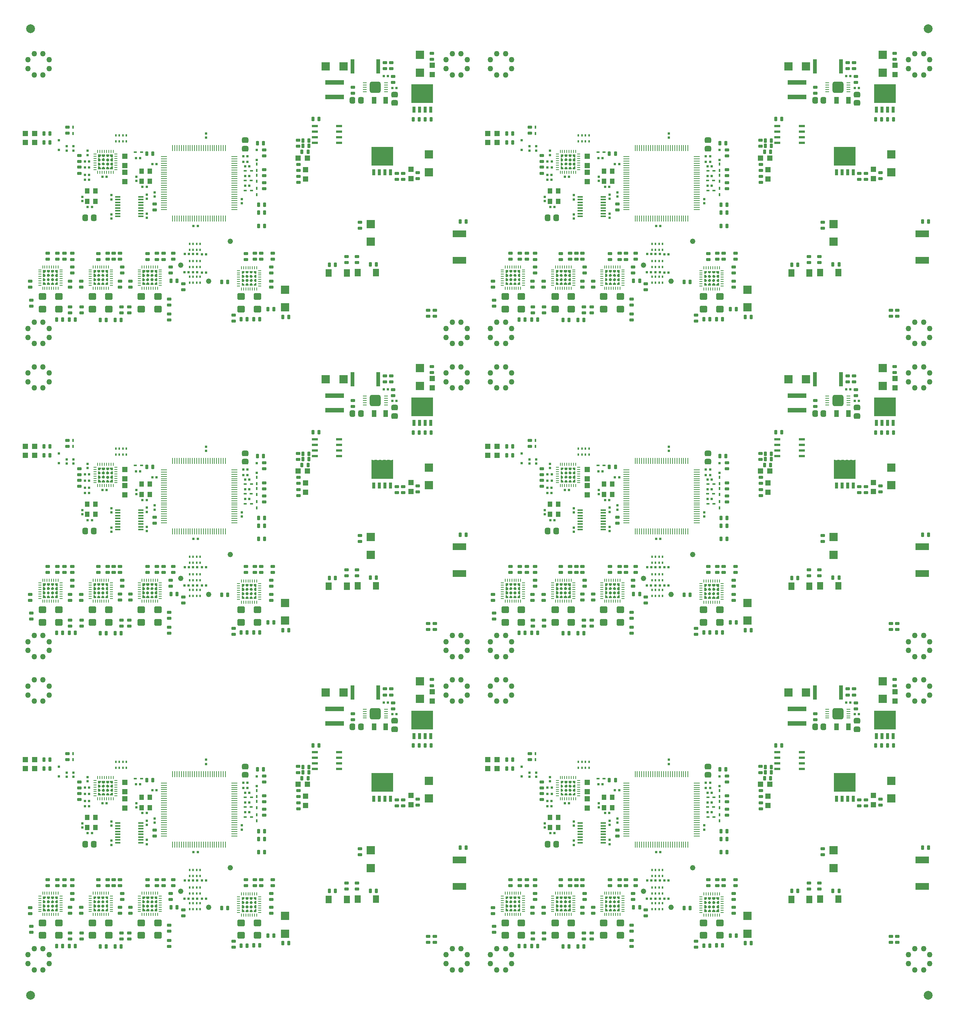
<source format=gtp>
G04 Layer_Color=8421504*
%FSLAX24Y24*%
%MOIN*%
G70*
G01*
G75*
G04:AMPARAMS|DCode=11|XSize=78.7mil|YSize=78.7mil|CornerRadius=39.4mil|HoleSize=0mil|Usage=FLASHONLY|Rotation=90.000|XOffset=0mil|YOffset=0mil|HoleType=Round|Shape=RoundedRectangle|*
%AMROUNDEDRECTD11*
21,1,0.0787,0.0000,0,0,90.0*
21,1,0.0000,0.0787,0,0,90.0*
1,1,0.0787,0.0000,0.0000*
1,1,0.0787,0.0000,0.0000*
1,1,0.0787,0.0000,0.0000*
1,1,0.0787,0.0000,0.0000*
%
%ADD11ROUNDEDRECTD11*%
G04:AMPARAMS|DCode=130|XSize=27.1mil|YSize=37.4mil|CornerRadius=4.8mil|HoleSize=0mil|Usage=FLASHONLY|Rotation=270.000|XOffset=0mil|YOffset=0mil|HoleType=Round|Shape=RoundedRectangle|*
%AMROUNDEDRECTD130*
21,1,0.0271,0.0277,0,0,270.0*
21,1,0.0175,0.0374,0,0,270.0*
1,1,0.0097,-0.0139,-0.0087*
1,1,0.0097,-0.0139,0.0087*
1,1,0.0097,0.0139,0.0087*
1,1,0.0097,0.0139,-0.0087*
%
%ADD130ROUNDEDRECTD130*%
G04:AMPARAMS|DCode=131|XSize=27.1mil|YSize=37.4mil|CornerRadius=4.8mil|HoleSize=0mil|Usage=FLASHONLY|Rotation=0.000|XOffset=0mil|YOffset=0mil|HoleType=Round|Shape=RoundedRectangle|*
%AMROUNDEDRECTD131*
21,1,0.0271,0.0277,0,0,0.0*
21,1,0.0175,0.0374,0,0,0.0*
1,1,0.0097,0.0087,-0.0139*
1,1,0.0097,-0.0087,-0.0139*
1,1,0.0097,-0.0087,0.0139*
1,1,0.0097,0.0087,0.0139*
%
%ADD131ROUNDEDRECTD131*%
%ADD132R,0.0580X0.0220*%
%ADD133R,0.1950X0.1680*%
%ADD134R,0.0260X0.0540*%
%ADD135R,0.0580X0.0100*%
%ADD136R,0.0100X0.0580*%
G04:AMPARAMS|DCode=137|XSize=9mil|YSize=29.5mil|CornerRadius=3.4mil|HoleSize=0mil|Usage=FLASHONLY|Rotation=180.000|XOffset=0mil|YOffset=0mil|HoleType=Round|Shape=RoundedRectangle|*
%AMROUNDEDRECTD137*
21,1,0.0090,0.0227,0,0,180.0*
21,1,0.0022,0.0295,0,0,180.0*
1,1,0.0068,-0.0011,0.0113*
1,1,0.0068,0.0011,0.0113*
1,1,0.0068,0.0011,-0.0113*
1,1,0.0068,-0.0011,-0.0113*
%
%ADD137ROUNDEDRECTD137*%
G04:AMPARAMS|DCode=138|XSize=9mil|YSize=29.5mil|CornerRadius=3.4mil|HoleSize=0mil|Usage=FLASHONLY|Rotation=270.000|XOffset=0mil|YOffset=0mil|HoleType=Round|Shape=RoundedRectangle|*
%AMROUNDEDRECTD138*
21,1,0.0090,0.0227,0,0,270.0*
21,1,0.0022,0.0295,0,0,270.0*
1,1,0.0068,-0.0113,-0.0011*
1,1,0.0068,-0.0113,0.0011*
1,1,0.0068,0.0113,0.0011*
1,1,0.0068,0.0113,-0.0011*
%
%ADD138ROUNDEDRECTD138*%
%ADD139R,0.0460X0.0460*%
%ADD140R,0.0460X0.0460*%
%ADD141R,0.0400X0.0500*%
%ADD142R,0.0334X0.1279*%
%ADD143R,0.0220X0.0220*%
%ADD144R,0.1240X0.0610*%
%ADD145R,0.0260X0.0180*%
%ADD146R,0.0180X0.0260*%
%ADD147R,0.0770X0.0770*%
%ADD148R,0.0770X0.0770*%
%ADD149R,0.0480X0.0130*%
G04:AMPARAMS|DCode=150|XSize=61mil|YSize=69mil|CornerRadius=14.8mil|HoleSize=0mil|Usage=FLASHONLY|Rotation=270.000|XOffset=0mil|YOffset=0mil|HoleType=Round|Shape=RoundedRectangle|*
%AMROUNDEDRECTD150*
21,1,0.0610,0.0395,0,0,270.0*
21,1,0.0315,0.0690,0,0,270.0*
1,1,0.0295,-0.0198,-0.0158*
1,1,0.0295,-0.0198,0.0158*
1,1,0.0295,0.0198,0.0158*
1,1,0.0295,0.0198,-0.0158*
%
%ADD150ROUNDEDRECTD150*%
G04:AMPARAMS|DCode=151|XSize=20mil|YSize=22mil|CornerRadius=3.4mil|HoleSize=0mil|Usage=FLASHONLY|Rotation=0.000|XOffset=0mil|YOffset=0mil|HoleType=Round|Shape=RoundedRectangle|*
%AMROUNDEDRECTD151*
21,1,0.0200,0.0152,0,0,0.0*
21,1,0.0132,0.0220,0,0,0.0*
1,1,0.0068,0.0066,-0.0076*
1,1,0.0068,-0.0066,-0.0076*
1,1,0.0068,-0.0066,0.0076*
1,1,0.0068,0.0066,0.0076*
%
%ADD151ROUNDEDRECTD151*%
G04:AMPARAMS|DCode=152|XSize=20mil|YSize=22mil|CornerRadius=3.4mil|HoleSize=0mil|Usage=FLASHONLY|Rotation=270.000|XOffset=0mil|YOffset=0mil|HoleType=Round|Shape=RoundedRectangle|*
%AMROUNDEDRECTD152*
21,1,0.0200,0.0152,0,0,270.0*
21,1,0.0132,0.0220,0,0,270.0*
1,1,0.0068,-0.0076,-0.0066*
1,1,0.0068,-0.0076,0.0066*
1,1,0.0068,0.0076,0.0066*
1,1,0.0068,0.0076,-0.0066*
%
%ADD152ROUNDEDRECTD152*%
%ADD153R,0.0523X0.0689*%
%ADD154R,0.0180X0.0240*%
%ADD155R,0.0413X0.0649*%
G04:AMPARAMS|DCode=156|XSize=50mil|YSize=58mil|CornerRadius=12mil|HoleSize=0mil|Usage=FLASHONLY|Rotation=180.000|XOffset=0mil|YOffset=0mil|HoleType=Round|Shape=RoundedRectangle|*
%AMROUNDEDRECTD156*
21,1,0.0500,0.0340,0,0,180.0*
21,1,0.0260,0.0580,0,0,180.0*
1,1,0.0240,-0.0130,0.0170*
1,1,0.0240,0.0130,0.0170*
1,1,0.0240,0.0130,-0.0170*
1,1,0.0240,-0.0130,-0.0170*
%
%ADD156ROUNDEDRECTD156*%
G04:AMPARAMS|DCode=157|XSize=50mil|YSize=58mil|CornerRadius=12mil|HoleSize=0mil|Usage=FLASHONLY|Rotation=270.000|XOffset=0mil|YOffset=0mil|HoleType=Round|Shape=RoundedRectangle|*
%AMROUNDEDRECTD157*
21,1,0.0500,0.0340,0,0,270.0*
21,1,0.0260,0.0580,0,0,270.0*
1,1,0.0240,-0.0170,-0.0130*
1,1,0.0240,-0.0170,0.0130*
1,1,0.0240,0.0170,0.0130*
1,1,0.0240,0.0170,-0.0130*
%
%ADD157ROUNDEDRECTD157*%
%ADD158R,0.1653X0.0445*%
G04:AMPARAMS|DCode=159|XSize=48mil|YSize=48mil|CornerRadius=24mil|HoleSize=0mil|Usage=FLASHONLY|Rotation=90.000|XOffset=0mil|YOffset=0mil|HoleType=Round|Shape=RoundedRectangle|*
%AMROUNDEDRECTD159*
21,1,0.0480,0.0000,0,0,90.0*
21,1,0.0000,0.0480,0,0,90.0*
1,1,0.0480,0.0000,0.0000*
1,1,0.0480,0.0000,0.0000*
1,1,0.0480,0.0000,0.0000*
1,1,0.0480,0.0000,0.0000*
%
%ADD159ROUNDEDRECTD159*%
%ADD160C,0.0500*%
G04:AMPARAMS|DCode=161|XSize=103mil|YSize=103mil|CornerRadius=25.3mil|HoleSize=0mil|Usage=FLASHONLY|Rotation=180.000|XOffset=0mil|YOffset=0mil|HoleType=Round|Shape=RoundedRectangle|*
%AMROUNDEDRECTD161*
21,1,0.1030,0.0525,0,0,180.0*
21,1,0.0525,0.1030,0,0,180.0*
1,1,0.0505,-0.0263,0.0263*
1,1,0.0505,0.0263,0.0263*
1,1,0.0505,0.0263,-0.0263*
1,1,0.0505,-0.0263,-0.0263*
%
%ADD161ROUNDEDRECTD161*%
%ADD162R,0.0382X0.0098*%
G36*
X33278Y18709D02*
X33149D01*
X33051Y18808D01*
Y18890D01*
X33144Y18984D01*
X33278D01*
Y18709D01*
D02*
G37*
G36*
X32185Y18885D02*
Y18804D01*
X32092Y18709D01*
X31959D01*
Y18984D01*
X32088D01*
X32185Y18885D01*
D02*
G37*
G36*
X24397Y18404D02*
X24268D01*
X24171Y18503D01*
Y18585D01*
X24264Y18679D01*
X24397D01*
Y18404D01*
D02*
G37*
G36*
X14409Y18954D02*
Y18873D01*
X14316Y18778D01*
X14183D01*
Y19053D01*
X14312D01*
X14409Y18954D01*
D02*
G37*
G36*
X32943Y18886D02*
Y18807D01*
X32854Y18719D01*
X32756D01*
X32677Y18797D01*
Y18896D01*
X32766Y18984D01*
X32844D01*
X32943Y18886D01*
D02*
G37*
G36*
X32569D02*
Y18807D01*
X32480Y18719D01*
X32382D01*
X32303Y18797D01*
Y18896D01*
X32392Y18984D01*
X32470D01*
X32569Y18886D01*
D02*
G37*
G36*
X20011Y18404D02*
X19882D01*
X19785Y18503D01*
Y18585D01*
X19878Y18679D01*
X20011D01*
Y18404D01*
D02*
G37*
G36*
X19667Y18591D02*
Y18492D01*
X19578Y18404D01*
X19499D01*
X19401Y18502D01*
Y18581D01*
X19489Y18670D01*
X19588D01*
X19667Y18591D01*
D02*
G37*
G36*
X19293D02*
Y18492D01*
X19204Y18404D01*
X19125D01*
X19027Y18502D01*
Y18581D01*
X19115Y18670D01*
X19214D01*
X19293Y18591D01*
D02*
G37*
G36*
X24053D02*
Y18492D01*
X23964Y18404D01*
X23885D01*
X23787Y18502D01*
Y18581D01*
X23876Y18670D01*
X23974D01*
X24053Y18591D01*
D02*
G37*
G36*
X23679D02*
Y18492D01*
X23590Y18404D01*
X23511D01*
X23413Y18502D01*
Y18581D01*
X23502Y18670D01*
X23600D01*
X23679Y18591D01*
D02*
G37*
G36*
X23305Y18580D02*
Y18499D01*
X23211Y18404D01*
X23078D01*
Y18679D01*
X23207D01*
X23305Y18580D01*
D02*
G37*
G36*
X15502Y18778D02*
X15373D01*
X15276Y18877D01*
Y18959D01*
X15369Y19053D01*
X15502D01*
Y18778D01*
D02*
G37*
G36*
X23689Y18955D02*
Y18876D01*
X23600Y18788D01*
X23502D01*
X23423Y18866D01*
Y18965D01*
X23511Y19053D01*
X23590D01*
X23689Y18955D01*
D02*
G37*
G36*
X19676D02*
Y18876D01*
X19588Y18788D01*
X19489D01*
X19411Y18866D01*
Y18965D01*
X19499Y19053D01*
X19578D01*
X19676Y18955D01*
D02*
G37*
G36*
X19302D02*
Y18876D01*
X19214Y18788D01*
X19115D01*
X19037Y18866D01*
Y18965D01*
X19125Y19053D01*
X19204D01*
X19302Y18955D01*
D02*
G37*
G36*
X33278Y19073D02*
X33159D01*
X33031Y19201D01*
Y19319D01*
X33278D01*
Y19073D01*
D02*
G37*
G36*
X32205Y19201D02*
X32077Y19073D01*
X31959D01*
Y19319D01*
X32205D01*
Y19201D01*
D02*
G37*
G36*
X24063Y18955D02*
Y18876D01*
X23974Y18788D01*
X23876D01*
X23797Y18866D01*
Y18965D01*
X23885Y19053D01*
X23964D01*
X24063Y18955D01*
D02*
G37*
G36*
X23305Y18954D02*
Y18873D01*
X23211Y18778D01*
X23078D01*
Y19053D01*
X23207D01*
X23305Y18954D01*
D02*
G37*
G36*
X20011Y18778D02*
X19882D01*
X19785Y18877D01*
Y18959D01*
X19878Y19053D01*
X20011D01*
Y18778D01*
D02*
G37*
G36*
X18918Y18954D02*
Y18873D01*
X18825Y18778D01*
X18692D01*
Y19053D01*
X18821D01*
X18918Y18954D01*
D02*
G37*
G36*
X15167Y18955D02*
Y18876D01*
X15079Y18788D01*
X14980D01*
X14902Y18866D01*
Y18965D01*
X14990Y19053D01*
X15069D01*
X15167Y18955D01*
D02*
G37*
G36*
X14793D02*
Y18876D01*
X14705Y18788D01*
X14606D01*
X14528Y18866D01*
Y18965D01*
X14616Y19053D01*
X14695D01*
X14793Y18955D01*
D02*
G37*
G36*
X24397Y18778D02*
X24268D01*
X24171Y18877D01*
Y18959D01*
X24264Y19053D01*
X24397D01*
Y18778D01*
D02*
G37*
G36*
X18938Y18187D02*
Y18069D01*
X18692D01*
Y18315D01*
X18810D01*
X18938Y18187D01*
D02*
G37*
G36*
X15502Y18069D02*
X15256D01*
Y18187D01*
X15384Y18315D01*
X15502D01*
Y18069D01*
D02*
G37*
G36*
X15167Y18202D02*
Y18069D01*
X14892D01*
Y18198D01*
X14991Y18296D01*
X15073D01*
X15167Y18202D01*
D02*
G37*
G36*
X20011Y18069D02*
X19765D01*
Y18187D01*
X19893Y18315D01*
X20011D01*
Y18069D01*
D02*
G37*
G36*
X19676Y18202D02*
Y18069D01*
X19401D01*
Y18198D01*
X19500Y18296D01*
X19582D01*
X19676Y18202D01*
D02*
G37*
G36*
X19302Y18207D02*
Y18069D01*
X19027D01*
Y18197D01*
X19125Y18296D01*
X19214D01*
X19302Y18207D01*
D02*
G37*
G36*
X32943Y18133D02*
Y18000D01*
X32667D01*
Y18129D01*
X32766Y18227D01*
X32848D01*
X32943Y18133D01*
D02*
G37*
G36*
X32569Y18138D02*
Y18000D01*
X32293D01*
Y18128D01*
X32392Y18227D01*
X32480D01*
X32569Y18138D01*
D02*
G37*
G36*
X32205Y18118D02*
Y18000D01*
X31959D01*
Y18246D01*
X32077D01*
X32205Y18118D01*
D02*
G37*
G36*
X14793Y18207D02*
Y18069D01*
X14518D01*
Y18197D01*
X14616Y18296D01*
X14705D01*
X14793Y18207D01*
D02*
G37*
G36*
X14429Y18187D02*
Y18069D01*
X14183D01*
Y18315D01*
X14301D01*
X14429Y18187D01*
D02*
G37*
G36*
X33278Y18000D02*
X33031D01*
Y18118D01*
X33159Y18246D01*
X33278D01*
Y18000D01*
D02*
G37*
G36*
X23324Y18187D02*
Y18069D01*
X23078D01*
Y18315D01*
X23196D01*
X23324Y18187D01*
D02*
G37*
G36*
X14783Y18591D02*
Y18492D01*
X14695Y18404D01*
X14616D01*
X14518Y18502D01*
Y18581D01*
X14606Y18670D01*
X14705D01*
X14783Y18591D01*
D02*
G37*
G36*
X14409Y18580D02*
Y18499D01*
X14316Y18404D01*
X14183D01*
Y18679D01*
X14312D01*
X14409Y18580D01*
D02*
G37*
G36*
X33278Y18335D02*
X33149D01*
X33051Y18434D01*
Y18516D01*
X33144Y18610D01*
X33278D01*
Y18335D01*
D02*
G37*
G36*
X18918Y18580D02*
Y18499D01*
X18825Y18404D01*
X18692D01*
Y18679D01*
X18821D01*
X18918Y18580D01*
D02*
G37*
G36*
X15502Y18404D02*
X15373D01*
X15276Y18503D01*
Y18585D01*
X15369Y18679D01*
X15502D01*
Y18404D01*
D02*
G37*
G36*
X15157Y18591D02*
Y18492D01*
X15069Y18404D01*
X14990D01*
X14892Y18502D01*
Y18581D01*
X14980Y18670D01*
X15079D01*
X15157Y18591D01*
D02*
G37*
G36*
X24397Y18069D02*
X24151D01*
Y18187D01*
X24279Y18315D01*
X24397D01*
Y18069D01*
D02*
G37*
G36*
X24063Y18202D02*
Y18069D01*
X23787D01*
Y18198D01*
X23886Y18296D01*
X23968D01*
X24063Y18202D01*
D02*
G37*
G36*
X23689Y18207D02*
Y18069D01*
X23413D01*
Y18197D01*
X23511Y18296D01*
X23600D01*
X23689Y18207D01*
D02*
G37*
G36*
X32933Y18522D02*
Y18423D01*
X32844Y18335D01*
X32766D01*
X32667Y18433D01*
Y18512D01*
X32756Y18601D01*
X32854D01*
X32933Y18522D01*
D02*
G37*
G36*
X32559D02*
Y18423D01*
X32470Y18335D01*
X32392D01*
X32293Y18433D01*
Y18512D01*
X32382Y18601D01*
X32480D01*
X32559Y18522D01*
D02*
G37*
G36*
X32185Y18511D02*
Y18430D01*
X32092Y18335D01*
X31959D01*
Y18610D01*
X32088D01*
X32185Y18511D01*
D02*
G37*
G36*
X20093Y29599D02*
X19994Y29502D01*
X19913D01*
X19818Y29595D01*
Y29728D01*
X20093D01*
Y29599D01*
D02*
G37*
G36*
X19719D02*
X19620Y29502D01*
X19539D01*
X19444Y29595D01*
Y29728D01*
X19719D01*
Y29599D01*
D02*
G37*
G36*
X20428Y29482D02*
X20310D01*
X20182Y29610D01*
Y29728D01*
X20428D01*
Y29482D01*
D02*
G37*
G36*
X44071Y30164D02*
X44035Y30134D01*
X43886D01*
X43846Y30174D01*
Y30414D01*
X44071D01*
Y30164D01*
D02*
G37*
G36*
X45498Y29894D02*
X45398D01*
Y30414D01*
X45498D01*
Y29894D01*
D02*
G37*
G36*
X43677D02*
X43567D01*
Y30414D01*
X43677D01*
Y29894D01*
D02*
G37*
G36*
X20093Y29295D02*
Y29216D01*
X19995Y29118D01*
X19916D01*
X19828Y29206D01*
Y29305D01*
X19906Y29383D01*
X20005D01*
X20093Y29295D01*
D02*
G37*
G36*
X19335Y29295D02*
Y29206D01*
X19247Y29118D01*
X19109D01*
Y29393D01*
X19237D01*
X19335Y29295D01*
D02*
G37*
G36*
X45128Y28756D02*
X44998D01*
Y28803D01*
X45038Y28846D01*
X45128D01*
Y28756D01*
D02*
G37*
G36*
X19355Y29610D02*
X19227Y29482D01*
X19109D01*
Y29728D01*
X19355D01*
Y29610D01*
D02*
G37*
G36*
X19709Y29305D02*
Y29206D01*
X19631Y29128D01*
X19532D01*
X19444Y29216D01*
Y29295D01*
X19542Y29393D01*
X19621D01*
X19709Y29305D01*
D02*
G37*
G36*
X20428Y29118D02*
X20299D01*
X20202Y29217D01*
Y29299D01*
X20295Y29393D01*
X20428D01*
Y29118D01*
D02*
G37*
G36*
X44449Y30164D02*
X44413Y30134D01*
X44264D01*
X44224Y30174D01*
Y30414D01*
X44449D01*
Y30164D01*
D02*
G37*
G36*
X47654Y35754D02*
X47618Y35724D01*
X47469D01*
X47429Y35764D01*
Y36004D01*
X47654D01*
Y35754D01*
D02*
G37*
G36*
X49080Y35484D02*
X48980D01*
Y36004D01*
X49080D01*
Y35484D01*
D02*
G37*
G36*
X47260D02*
X47150D01*
Y36004D01*
X47260D01*
Y35484D01*
D02*
G37*
G36*
X48780Y35764D02*
X48750Y35724D01*
X48600D01*
X48560Y35764D01*
Y36004D01*
X48780D01*
Y35764D01*
D02*
G37*
G36*
X48410D02*
X48370Y35724D01*
X48230D01*
X48190Y35764D01*
Y36004D01*
X48410D01*
Y35764D01*
D02*
G37*
G36*
X48032Y35754D02*
X47996Y35724D01*
X47846D01*
X47807Y35764D01*
Y36004D01*
X48032D01*
Y35754D01*
D02*
G37*
G36*
X47657Y34394D02*
Y34346D01*
X47516D01*
Y34437D01*
X47614D01*
X47657Y34394D01*
D02*
G37*
G36*
X45198Y30174D02*
X45168Y30134D01*
X45018D01*
X44978Y30174D01*
Y30414D01*
X45198D01*
Y30174D01*
D02*
G37*
G36*
X44828D02*
X44788Y30134D01*
X44648D01*
X44608Y30174D01*
Y30414D01*
X44828D01*
Y30174D01*
D02*
G37*
G36*
X48710Y34346D02*
X48580D01*
Y34394D01*
X48620Y34437D01*
X48710D01*
Y34346D01*
D02*
G37*
G36*
X48410Y34398D02*
Y34346D01*
X48200D01*
Y34398D01*
X48240Y34433D01*
X48380D01*
X48410Y34398D01*
D02*
G37*
G36*
X48032D02*
Y34346D01*
X47819D01*
Y34398D01*
X47854Y34433D01*
X47996D01*
X48032Y34398D01*
D02*
G37*
G36*
X14793Y19259D02*
X14694Y19162D01*
X14613D01*
X14518Y19255D01*
Y19388D01*
X14793D01*
Y19259D01*
D02*
G37*
G36*
X24397Y19142D02*
X24279D01*
X24151Y19270D01*
Y19388D01*
X24397D01*
Y19142D01*
D02*
G37*
G36*
X23324Y19270D02*
X23196Y19142D01*
X23078D01*
Y19388D01*
X23324D01*
Y19270D01*
D02*
G37*
G36*
X19676Y19260D02*
X19578Y19162D01*
X19489D01*
X19401Y19250D01*
Y19388D01*
X19676D01*
Y19260D01*
D02*
G37*
G36*
X19302Y19259D02*
X19203Y19162D01*
X19122D01*
X19027Y19255D01*
Y19388D01*
X19302D01*
Y19259D01*
D02*
G37*
G36*
X15167Y19260D02*
X15069Y19162D01*
X14980D01*
X14892Y19250D01*
Y19388D01*
X15167D01*
Y19260D01*
D02*
G37*
G36*
X14429Y19270D02*
X14301Y19142D01*
X14183D01*
Y19388D01*
X14429D01*
Y19270D01*
D02*
G37*
G36*
X32943Y19191D02*
X32844Y19093D01*
X32756D01*
X32667Y19181D01*
Y19319D01*
X32943D01*
Y19191D01*
D02*
G37*
G36*
X32569Y19190D02*
X32470Y19093D01*
X32388D01*
X32293Y19186D01*
Y19319D01*
X32569D01*
Y19190D01*
D02*
G37*
G36*
X20011Y19142D02*
X19893D01*
X19765Y19270D01*
Y19388D01*
X20011D01*
Y19142D01*
D02*
G37*
G36*
X18938Y19270D02*
X18810Y19142D01*
X18692D01*
Y19388D01*
X18938D01*
Y19270D01*
D02*
G37*
G36*
X15502Y19142D02*
X15384D01*
X15256Y19270D01*
Y19388D01*
X15502D01*
Y19142D01*
D02*
G37*
G36*
X23689Y19259D02*
X23590Y19162D01*
X23508D01*
X23413Y19255D01*
Y19388D01*
X23689D01*
Y19259D01*
D02*
G37*
G36*
X19709Y28931D02*
Y28832D01*
X19631Y28754D01*
X19532D01*
X19444Y28842D01*
Y28921D01*
X19542Y29019D01*
X19621D01*
X19709Y28931D01*
D02*
G37*
G36*
X20428Y28744D02*
X20300D01*
X20202Y28842D01*
Y28931D01*
X20290Y29019D01*
X20428D01*
Y28744D01*
D02*
G37*
G36*
X20093Y28921D02*
Y28842D01*
X19995Y28744D01*
X19916D01*
X19828Y28832D01*
Y28931D01*
X19906Y29009D01*
X20005D01*
X20093Y28921D01*
D02*
G37*
G36*
X44828Y28807D02*
Y28756D01*
X44618D01*
Y28807D01*
X44658Y28843D01*
X44798D01*
X44828Y28807D01*
D02*
G37*
G36*
X44449D02*
Y28756D01*
X44236D01*
Y28807D01*
X44272Y28843D01*
X44413D01*
X44449Y28807D01*
D02*
G37*
G36*
X44075Y28803D02*
Y28756D01*
X43933D01*
Y28846D01*
X44032D01*
X44075Y28803D01*
D02*
G37*
G36*
X19719Y28542D02*
Y28409D01*
X19444D01*
Y28538D01*
X19543Y28635D01*
X19624D01*
X19719Y28542D01*
D02*
G37*
G36*
X19355Y28527D02*
Y28409D01*
X19109D01*
Y28655D01*
X19227D01*
X19355Y28527D01*
D02*
G37*
G36*
X24063Y19260D02*
X23964Y19162D01*
X23876D01*
X23787Y19250D01*
Y19388D01*
X24063D01*
Y19260D01*
D02*
G37*
G36*
X19335Y28920D02*
Y28839D01*
X19242Y28744D01*
X19109D01*
Y29019D01*
X19238D01*
X19335Y28920D01*
D02*
G37*
G36*
X20428Y28409D02*
X20182D01*
Y28527D01*
X20310Y28655D01*
X20428D01*
Y28409D01*
D02*
G37*
G36*
X20093Y28542D02*
Y28409D01*
X19818D01*
Y28538D01*
X19917Y28635D01*
X19999D01*
X20093Y28542D01*
D02*
G37*
G36*
X74656Y18709D02*
X74527D01*
X74429Y18808D01*
Y18890D01*
X74522Y18984D01*
X74656D01*
Y18709D01*
D02*
G37*
G36*
X73563Y18885D02*
Y18804D01*
X73470Y18709D01*
X73337D01*
Y18984D01*
X73465D01*
X73563Y18885D01*
D02*
G37*
G36*
X65775Y18404D02*
X65646D01*
X65549Y18503D01*
Y18585D01*
X65642Y18679D01*
X65775D01*
Y18404D01*
D02*
G37*
G36*
X55787Y18954D02*
Y18873D01*
X55694Y18778D01*
X55561D01*
Y19053D01*
X55690D01*
X55787Y18954D01*
D02*
G37*
G36*
X74321Y18886D02*
Y18807D01*
X74232Y18719D01*
X74134D01*
X74055Y18797D01*
Y18896D01*
X74144Y18984D01*
X74222D01*
X74321Y18886D01*
D02*
G37*
G36*
X73947D02*
Y18807D01*
X73858Y18719D01*
X73760D01*
X73681Y18797D01*
Y18896D01*
X73770Y18984D01*
X73848D01*
X73947Y18886D01*
D02*
G37*
G36*
X61389Y18404D02*
X61260D01*
X61163Y18503D01*
Y18585D01*
X61256Y18679D01*
X61389D01*
Y18404D01*
D02*
G37*
G36*
X61044Y18591D02*
Y18492D01*
X60956Y18404D01*
X60877D01*
X60779Y18502D01*
Y18581D01*
X60867Y18670D01*
X60966D01*
X61044Y18591D01*
D02*
G37*
G36*
X60670D02*
Y18492D01*
X60582Y18404D01*
X60503D01*
X60405Y18502D01*
Y18581D01*
X60493Y18670D01*
X60592D01*
X60670Y18591D01*
D02*
G37*
G36*
X65431D02*
Y18492D01*
X65342Y18404D01*
X65263D01*
X65165Y18502D01*
Y18581D01*
X65254Y18670D01*
X65352D01*
X65431Y18591D01*
D02*
G37*
G36*
X65057D02*
Y18492D01*
X64968Y18404D01*
X64889D01*
X64791Y18502D01*
Y18581D01*
X64880Y18670D01*
X64978D01*
X65057Y18591D01*
D02*
G37*
G36*
X64683Y18580D02*
Y18499D01*
X64589Y18404D01*
X64456D01*
Y18679D01*
X64585D01*
X64683Y18580D01*
D02*
G37*
G36*
X56880Y18778D02*
X56751D01*
X56654Y18877D01*
Y18959D01*
X56747Y19053D01*
X56880D01*
Y18778D01*
D02*
G37*
G36*
X65067Y18955D02*
Y18876D01*
X64978Y18788D01*
X64880D01*
X64801Y18866D01*
Y18965D01*
X64889Y19053D01*
X64968D01*
X65067Y18955D01*
D02*
G37*
G36*
X61054D02*
Y18876D01*
X60966Y18788D01*
X60867D01*
X60789Y18866D01*
Y18965D01*
X60877Y19053D01*
X60956D01*
X61054Y18955D01*
D02*
G37*
G36*
X60680D02*
Y18876D01*
X60592Y18788D01*
X60493D01*
X60415Y18866D01*
Y18965D01*
X60503Y19053D01*
X60582D01*
X60680Y18955D01*
D02*
G37*
G36*
X74656Y19073D02*
X74537D01*
X74409Y19201D01*
Y19319D01*
X74656D01*
Y19073D01*
D02*
G37*
G36*
X73583Y19201D02*
X73455Y19073D01*
X73337D01*
Y19319D01*
X73583D01*
Y19201D01*
D02*
G37*
G36*
X65441Y18955D02*
Y18876D01*
X65352Y18788D01*
X65254D01*
X65175Y18866D01*
Y18965D01*
X65263Y19053D01*
X65342D01*
X65441Y18955D01*
D02*
G37*
G36*
X64683Y18954D02*
Y18873D01*
X64589Y18778D01*
X64456D01*
Y19053D01*
X64585D01*
X64683Y18954D01*
D02*
G37*
G36*
X61389Y18778D02*
X61260D01*
X61163Y18877D01*
Y18959D01*
X61256Y19053D01*
X61389D01*
Y18778D01*
D02*
G37*
G36*
X60296Y18954D02*
Y18873D01*
X60203Y18778D01*
X60070D01*
Y19053D01*
X60199D01*
X60296Y18954D01*
D02*
G37*
G36*
X56545Y18955D02*
Y18876D01*
X56457Y18788D01*
X56358D01*
X56280Y18866D01*
Y18965D01*
X56368Y19053D01*
X56447D01*
X56545Y18955D01*
D02*
G37*
G36*
X56171D02*
Y18876D01*
X56083Y18788D01*
X55984D01*
X55906Y18866D01*
Y18965D01*
X55994Y19053D01*
X56073D01*
X56171Y18955D01*
D02*
G37*
G36*
X65775Y18778D02*
X65646D01*
X65549Y18877D01*
Y18959D01*
X65642Y19053D01*
X65775D01*
Y18778D01*
D02*
G37*
G36*
X60316Y18187D02*
Y18069D01*
X60070D01*
Y18315D01*
X60188D01*
X60316Y18187D01*
D02*
G37*
G36*
X56880Y18069D02*
X56634D01*
Y18187D01*
X56762Y18315D01*
X56880D01*
Y18069D01*
D02*
G37*
G36*
X56545Y18202D02*
Y18069D01*
X56270D01*
Y18198D01*
X56369Y18296D01*
X56450D01*
X56545Y18202D01*
D02*
G37*
G36*
X61389Y18069D02*
X61143D01*
Y18187D01*
X61271Y18315D01*
X61389D01*
Y18069D01*
D02*
G37*
G36*
X61054Y18202D02*
Y18069D01*
X60779D01*
Y18198D01*
X60878Y18296D01*
X60960D01*
X61054Y18202D01*
D02*
G37*
G36*
X60680Y18207D02*
Y18069D01*
X60405D01*
Y18197D01*
X60503Y18296D01*
X60592D01*
X60680Y18207D01*
D02*
G37*
G36*
X74321Y18133D02*
Y18000D01*
X74045D01*
Y18129D01*
X74144Y18227D01*
X74226D01*
X74321Y18133D01*
D02*
G37*
G36*
X73947Y18138D02*
Y18000D01*
X73671D01*
Y18128D01*
X73770Y18227D01*
X73858D01*
X73947Y18138D01*
D02*
G37*
G36*
X73583Y18118D02*
Y18000D01*
X73337D01*
Y18246D01*
X73455D01*
X73583Y18118D01*
D02*
G37*
G36*
X56171Y18207D02*
Y18069D01*
X55896D01*
Y18197D01*
X55994Y18296D01*
X56083D01*
X56171Y18207D01*
D02*
G37*
G36*
X55807Y18187D02*
Y18069D01*
X55561D01*
Y18315D01*
X55679D01*
X55807Y18187D01*
D02*
G37*
G36*
X74656Y18000D02*
X74409D01*
Y18118D01*
X74537Y18246D01*
X74656D01*
Y18000D01*
D02*
G37*
G36*
X64702Y18187D02*
Y18069D01*
X64456D01*
Y18315D01*
X64574D01*
X64702Y18187D01*
D02*
G37*
G36*
X56161Y18591D02*
Y18492D01*
X56073Y18404D01*
X55994D01*
X55896Y18502D01*
Y18581D01*
X55984Y18670D01*
X56083D01*
X56161Y18591D01*
D02*
G37*
G36*
X55787Y18580D02*
Y18499D01*
X55694Y18404D01*
X55561D01*
Y18679D01*
X55690D01*
X55787Y18580D01*
D02*
G37*
G36*
X74656Y18335D02*
X74527D01*
X74429Y18434D01*
Y18516D01*
X74522Y18610D01*
X74656D01*
Y18335D01*
D02*
G37*
G36*
X60296Y18580D02*
Y18499D01*
X60203Y18404D01*
X60070D01*
Y18679D01*
X60199D01*
X60296Y18580D01*
D02*
G37*
G36*
X56880Y18404D02*
X56751D01*
X56654Y18503D01*
Y18585D01*
X56747Y18679D01*
X56880D01*
Y18404D01*
D02*
G37*
G36*
X56535Y18591D02*
Y18492D01*
X56447Y18404D01*
X56368D01*
X56270Y18502D01*
Y18581D01*
X56358Y18670D01*
X56457D01*
X56535Y18591D01*
D02*
G37*
G36*
X65775Y18069D02*
X65529D01*
Y18187D01*
X65657Y18315D01*
X65775D01*
Y18069D01*
D02*
G37*
G36*
X65441Y18202D02*
Y18069D01*
X65165D01*
Y18198D01*
X65264Y18296D01*
X65346D01*
X65441Y18202D01*
D02*
G37*
G36*
X65067Y18207D02*
Y18069D01*
X64791D01*
Y18197D01*
X64889Y18296D01*
X64978D01*
X65067Y18207D01*
D02*
G37*
G36*
X74311Y18522D02*
Y18423D01*
X74222Y18335D01*
X74144D01*
X74045Y18433D01*
Y18512D01*
X74134Y18601D01*
X74232D01*
X74311Y18522D01*
D02*
G37*
G36*
X73937D02*
Y18423D01*
X73848Y18335D01*
X73770D01*
X73671Y18433D01*
Y18512D01*
X73760Y18601D01*
X73858D01*
X73937Y18522D01*
D02*
G37*
G36*
X73563Y18511D02*
Y18430D01*
X73470Y18335D01*
X73337D01*
Y18610D01*
X73465D01*
X73563Y18511D01*
D02*
G37*
G36*
X61471Y29599D02*
X61372Y29502D01*
X61290D01*
X61196Y29595D01*
Y29728D01*
X61471D01*
Y29599D01*
D02*
G37*
G36*
X61097D02*
X60998Y29502D01*
X60916D01*
X60822Y29595D01*
Y29728D01*
X61097D01*
Y29599D01*
D02*
G37*
G36*
X61806Y29482D02*
X61688D01*
X61560Y29610D01*
Y29728D01*
X61806D01*
Y29482D01*
D02*
G37*
G36*
X85449Y30164D02*
X85413Y30134D01*
X85264D01*
X85224Y30174D01*
Y30414D01*
X85449D01*
Y30164D01*
D02*
G37*
G36*
X86876Y29894D02*
X86776D01*
Y30414D01*
X86876D01*
Y29894D01*
D02*
G37*
G36*
X85055D02*
X84945D01*
Y30414D01*
X85055D01*
Y29894D01*
D02*
G37*
G36*
X61471Y29295D02*
Y29216D01*
X61373Y29118D01*
X61294D01*
X61206Y29206D01*
Y29305D01*
X61284Y29383D01*
X61383D01*
X61471Y29295D01*
D02*
G37*
G36*
X60713Y29295D02*
Y29206D01*
X60625Y29118D01*
X60487D01*
Y29393D01*
X60615D01*
X60713Y29295D01*
D02*
G37*
G36*
X86506Y28756D02*
X86376D01*
Y28803D01*
X86416Y28846D01*
X86506D01*
Y28756D01*
D02*
G37*
G36*
X60733Y29610D02*
X60605Y29482D01*
X60487D01*
Y29728D01*
X60733D01*
Y29610D01*
D02*
G37*
G36*
X61087Y29305D02*
Y29206D01*
X61009Y29128D01*
X60910D01*
X60822Y29216D01*
Y29295D01*
X60920Y29393D01*
X60999D01*
X61087Y29305D01*
D02*
G37*
G36*
X61806Y29118D02*
X61677D01*
X61580Y29217D01*
Y29299D01*
X61673Y29393D01*
X61806D01*
Y29118D01*
D02*
G37*
G36*
X85827Y30164D02*
X85791Y30134D01*
X85642D01*
X85602Y30174D01*
Y30414D01*
X85827D01*
Y30164D01*
D02*
G37*
G36*
X89031Y35754D02*
X88996Y35724D01*
X88846D01*
X88807Y35764D01*
Y36004D01*
X89031D01*
Y35754D01*
D02*
G37*
G36*
X90458Y35484D02*
X90358D01*
Y36004D01*
X90458D01*
Y35484D01*
D02*
G37*
G36*
X88638D02*
X88528D01*
Y36004D01*
X88638D01*
Y35484D01*
D02*
G37*
G36*
X90158Y35764D02*
X90128Y35724D01*
X89978D01*
X89938Y35764D01*
Y36004D01*
X90158D01*
Y35764D01*
D02*
G37*
G36*
X89788D02*
X89748Y35724D01*
X89608D01*
X89568Y35764D01*
Y36004D01*
X89788D01*
Y35764D01*
D02*
G37*
G36*
X89409Y35754D02*
X89374Y35724D01*
X89224D01*
X89185Y35764D01*
Y36004D01*
X89409D01*
Y35754D01*
D02*
G37*
G36*
X89035Y34394D02*
Y34346D01*
X88894D01*
Y34437D01*
X88992D01*
X89035Y34394D01*
D02*
G37*
G36*
X86576Y30174D02*
X86546Y30134D01*
X86396D01*
X86356Y30174D01*
Y30414D01*
X86576D01*
Y30174D01*
D02*
G37*
G36*
X86206D02*
X86166Y30134D01*
X86026D01*
X85986Y30174D01*
Y30414D01*
X86206D01*
Y30174D01*
D02*
G37*
G36*
X90088Y34346D02*
X89958D01*
Y34394D01*
X89998Y34437D01*
X90088D01*
Y34346D01*
D02*
G37*
G36*
X89788Y34398D02*
Y34346D01*
X89578D01*
Y34398D01*
X89618Y34433D01*
X89758D01*
X89788Y34398D01*
D02*
G37*
G36*
X89409D02*
Y34346D01*
X89197D01*
Y34398D01*
X89232Y34433D01*
X89374D01*
X89409Y34398D01*
D02*
G37*
G36*
X56171Y19259D02*
X56072Y19162D01*
X55990D01*
X55896Y19255D01*
Y19388D01*
X56171D01*
Y19259D01*
D02*
G37*
G36*
X65775Y19142D02*
X65657D01*
X65529Y19270D01*
Y19388D01*
X65775D01*
Y19142D01*
D02*
G37*
G36*
X64702Y19270D02*
X64574Y19142D01*
X64456D01*
Y19388D01*
X64702D01*
Y19270D01*
D02*
G37*
G36*
X61054Y19260D02*
X60956Y19162D01*
X60867D01*
X60779Y19250D01*
Y19388D01*
X61054D01*
Y19260D01*
D02*
G37*
G36*
X60680Y19259D02*
X60581Y19162D01*
X60500D01*
X60405Y19255D01*
Y19388D01*
X60680D01*
Y19259D01*
D02*
G37*
G36*
X56545Y19260D02*
X56447Y19162D01*
X56358D01*
X56270Y19250D01*
Y19388D01*
X56545D01*
Y19260D01*
D02*
G37*
G36*
X55807Y19270D02*
X55679Y19142D01*
X55561D01*
Y19388D01*
X55807D01*
Y19270D01*
D02*
G37*
G36*
X74321Y19191D02*
X74222Y19093D01*
X74134D01*
X74045Y19181D01*
Y19319D01*
X74321D01*
Y19191D01*
D02*
G37*
G36*
X73947Y19190D02*
X73848Y19093D01*
X73766D01*
X73671Y19186D01*
Y19319D01*
X73947D01*
Y19190D01*
D02*
G37*
G36*
X61389Y19142D02*
X61271D01*
X61143Y19270D01*
Y19388D01*
X61389D01*
Y19142D01*
D02*
G37*
G36*
X60316Y19270D02*
X60188Y19142D01*
X60070D01*
Y19388D01*
X60316D01*
Y19270D01*
D02*
G37*
G36*
X56880Y19142D02*
X56762D01*
X56634Y19270D01*
Y19388D01*
X56880D01*
Y19142D01*
D02*
G37*
G36*
X65067Y19259D02*
X64967Y19162D01*
X64886D01*
X64791Y19255D01*
Y19388D01*
X65067D01*
Y19259D01*
D02*
G37*
G36*
X61087Y28931D02*
Y28832D01*
X61009Y28754D01*
X60910D01*
X60822Y28842D01*
Y28921D01*
X60920Y29019D01*
X60999D01*
X61087Y28931D01*
D02*
G37*
G36*
X61806Y28744D02*
X61678D01*
X61580Y28842D01*
Y28931D01*
X61668Y29019D01*
X61806D01*
Y28744D01*
D02*
G37*
G36*
X61471Y28921D02*
Y28842D01*
X61373Y28744D01*
X61294D01*
X61206Y28832D01*
Y28931D01*
X61284Y29009D01*
X61383D01*
X61471Y28921D01*
D02*
G37*
G36*
X86206Y28807D02*
Y28756D01*
X85996D01*
Y28807D01*
X86036Y28843D01*
X86176D01*
X86206Y28807D01*
D02*
G37*
G36*
X85827D02*
Y28756D01*
X85614D01*
Y28807D01*
X85650Y28843D01*
X85791D01*
X85827Y28807D01*
D02*
G37*
G36*
X85453Y28803D02*
Y28756D01*
X85311D01*
Y28846D01*
X85409D01*
X85453Y28803D01*
D02*
G37*
G36*
X61097Y28542D02*
Y28409D01*
X60822D01*
Y28538D01*
X60921Y28635D01*
X61002D01*
X61097Y28542D01*
D02*
G37*
G36*
X60733Y28527D02*
Y28409D01*
X60487D01*
Y28655D01*
X60605D01*
X60733Y28527D01*
D02*
G37*
G36*
X65441Y19260D02*
X65342Y19162D01*
X65254D01*
X65165Y19250D01*
Y19388D01*
X65441D01*
Y19260D01*
D02*
G37*
G36*
X60713Y28920D02*
Y28839D01*
X60620Y28744D01*
X60487D01*
Y29019D01*
X60616D01*
X60713Y28920D01*
D02*
G37*
G36*
X61806Y28409D02*
X61560D01*
Y28527D01*
X61688Y28655D01*
X61806D01*
Y28409D01*
D02*
G37*
G36*
X61471Y28542D02*
Y28409D01*
X61196D01*
Y28538D01*
X61295Y28635D01*
X61376D01*
X61471Y28542D01*
D02*
G37*
G36*
X33278Y46701D02*
X33149D01*
X33051Y46800D01*
Y46882D01*
X33144Y46977D01*
X33278D01*
Y46701D01*
D02*
G37*
G36*
X32185Y46878D02*
Y46796D01*
X32092Y46701D01*
X31959D01*
Y46977D01*
X32088D01*
X32185Y46878D01*
D02*
G37*
G36*
X24397Y46396D02*
X24268D01*
X24171Y46495D01*
Y46577D01*
X24264Y46672D01*
X24397D01*
Y46396D01*
D02*
G37*
G36*
X14409Y46946D02*
Y46865D01*
X14316Y46770D01*
X14183D01*
Y47046D01*
X14312D01*
X14409Y46946D01*
D02*
G37*
G36*
X32943Y46878D02*
Y46799D01*
X32854Y46711D01*
X32756D01*
X32677Y46790D01*
Y46888D01*
X32766Y46977D01*
X32844D01*
X32943Y46878D01*
D02*
G37*
G36*
X32569D02*
Y46799D01*
X32480Y46711D01*
X32382D01*
X32303Y46790D01*
Y46888D01*
X32392Y46977D01*
X32470D01*
X32569Y46878D01*
D02*
G37*
G36*
X20011Y46396D02*
X19882D01*
X19785Y46495D01*
Y46577D01*
X19878Y46672D01*
X20011D01*
Y46396D01*
D02*
G37*
G36*
X19667Y46583D02*
Y46484D01*
X19578Y46396D01*
X19499D01*
X19401Y46494D01*
Y46573D01*
X19489Y46662D01*
X19588D01*
X19667Y46583D01*
D02*
G37*
G36*
X19293D02*
Y46484D01*
X19204Y46396D01*
X19125D01*
X19027Y46494D01*
Y46573D01*
X19115Y46662D01*
X19214D01*
X19293Y46583D01*
D02*
G37*
G36*
X24053D02*
Y46484D01*
X23964Y46396D01*
X23885D01*
X23787Y46494D01*
Y46573D01*
X23876Y46662D01*
X23974D01*
X24053Y46583D01*
D02*
G37*
G36*
X23679D02*
Y46484D01*
X23590Y46396D01*
X23511D01*
X23413Y46494D01*
Y46573D01*
X23502Y46662D01*
X23600D01*
X23679Y46583D01*
D02*
G37*
G36*
X23305Y46572D02*
Y46491D01*
X23211Y46396D01*
X23078D01*
Y46672D01*
X23207D01*
X23305Y46572D01*
D02*
G37*
G36*
X15502Y46770D02*
X15373D01*
X15276Y46869D01*
Y46951D01*
X15369Y47046D01*
X15502D01*
Y46770D01*
D02*
G37*
G36*
X23689Y46947D02*
Y46868D01*
X23600Y46780D01*
X23502D01*
X23423Y46859D01*
Y46957D01*
X23511Y47046D01*
X23590D01*
X23689Y46947D01*
D02*
G37*
G36*
X19676D02*
Y46868D01*
X19588Y46780D01*
X19489D01*
X19411Y46859D01*
Y46957D01*
X19499Y47046D01*
X19578D01*
X19676Y46947D01*
D02*
G37*
G36*
X19302D02*
Y46868D01*
X19214Y46780D01*
X19115D01*
X19037Y46859D01*
Y46957D01*
X19125Y47046D01*
X19204D01*
X19302Y46947D01*
D02*
G37*
G36*
X33278Y47065D02*
X33159D01*
X33031Y47193D01*
Y47311D01*
X33278D01*
Y47065D01*
D02*
G37*
G36*
X32205Y47193D02*
X32077Y47065D01*
X31959D01*
Y47311D01*
X32205D01*
Y47193D01*
D02*
G37*
G36*
X24063Y46947D02*
Y46868D01*
X23974Y46780D01*
X23876D01*
X23797Y46859D01*
Y46957D01*
X23885Y47046D01*
X23964D01*
X24063Y46947D01*
D02*
G37*
G36*
X23305Y46946D02*
Y46865D01*
X23211Y46770D01*
X23078D01*
Y47046D01*
X23207D01*
X23305Y46946D01*
D02*
G37*
G36*
X20011Y46770D02*
X19882D01*
X19785Y46869D01*
Y46951D01*
X19878Y47046D01*
X20011D01*
Y46770D01*
D02*
G37*
G36*
X18918Y46946D02*
Y46865D01*
X18825Y46770D01*
X18692D01*
Y47046D01*
X18821D01*
X18918Y46946D01*
D02*
G37*
G36*
X15167Y46947D02*
Y46868D01*
X15079Y46780D01*
X14980D01*
X14902Y46859D01*
Y46957D01*
X14990Y47046D01*
X15069D01*
X15167Y46947D01*
D02*
G37*
G36*
X14793D02*
Y46868D01*
X14705Y46780D01*
X14606D01*
X14528Y46859D01*
Y46957D01*
X14616Y47046D01*
X14695D01*
X14793Y46947D01*
D02*
G37*
G36*
X24397Y46770D02*
X24268D01*
X24171Y46869D01*
Y46951D01*
X24264Y47046D01*
X24397D01*
Y46770D01*
D02*
G37*
G36*
X18938Y46179D02*
Y46061D01*
X18692D01*
Y46307D01*
X18810D01*
X18938Y46179D01*
D02*
G37*
G36*
X15502Y46061D02*
X15256D01*
Y46179D01*
X15384Y46307D01*
X15502D01*
Y46061D01*
D02*
G37*
G36*
X15167Y46194D02*
Y46061D01*
X14892D01*
Y46190D01*
X14991Y46288D01*
X15073D01*
X15167Y46194D01*
D02*
G37*
G36*
X20011Y46061D02*
X19765D01*
Y46179D01*
X19893Y46307D01*
X20011D01*
Y46061D01*
D02*
G37*
G36*
X19676Y46194D02*
Y46061D01*
X19401D01*
Y46190D01*
X19500Y46288D01*
X19582D01*
X19676Y46194D01*
D02*
G37*
G36*
X19302Y46199D02*
Y46061D01*
X19027D01*
Y46189D01*
X19125Y46288D01*
X19214D01*
X19302Y46199D01*
D02*
G37*
G36*
X32943Y46125D02*
Y45992D01*
X32667D01*
Y46121D01*
X32766Y46219D01*
X32848D01*
X32943Y46125D01*
D02*
G37*
G36*
X32569Y46130D02*
Y45992D01*
X32293D01*
Y46120D01*
X32392Y46219D01*
X32480D01*
X32569Y46130D01*
D02*
G37*
G36*
X32205Y46110D02*
Y45992D01*
X31959D01*
Y46238D01*
X32077D01*
X32205Y46110D01*
D02*
G37*
G36*
X14793Y46199D02*
Y46061D01*
X14518D01*
Y46189D01*
X14616Y46288D01*
X14705D01*
X14793Y46199D01*
D02*
G37*
G36*
X14429Y46179D02*
Y46061D01*
X14183D01*
Y46307D01*
X14301D01*
X14429Y46179D01*
D02*
G37*
G36*
X33278Y45992D02*
X33031D01*
Y46110D01*
X33159Y46238D01*
X33278D01*
Y45992D01*
D02*
G37*
G36*
X23324Y46179D02*
Y46061D01*
X23078D01*
Y46307D01*
X23196D01*
X23324Y46179D01*
D02*
G37*
G36*
X14783Y46583D02*
Y46484D01*
X14695Y46396D01*
X14616D01*
X14518Y46494D01*
Y46573D01*
X14606Y46662D01*
X14705D01*
X14783Y46583D01*
D02*
G37*
G36*
X14409Y46572D02*
Y46491D01*
X14316Y46396D01*
X14183D01*
Y46672D01*
X14312D01*
X14409Y46572D01*
D02*
G37*
G36*
X33278Y46327D02*
X33149D01*
X33051Y46426D01*
Y46508D01*
X33144Y46603D01*
X33278D01*
Y46327D01*
D02*
G37*
G36*
X18918Y46572D02*
Y46491D01*
X18825Y46396D01*
X18692D01*
Y46672D01*
X18821D01*
X18918Y46572D01*
D02*
G37*
G36*
X15502Y46396D02*
X15373D01*
X15276Y46495D01*
Y46577D01*
X15369Y46672D01*
X15502D01*
Y46396D01*
D02*
G37*
G36*
X15157Y46583D02*
Y46484D01*
X15069Y46396D01*
X14990D01*
X14892Y46494D01*
Y46573D01*
X14980Y46662D01*
X15079D01*
X15157Y46583D01*
D02*
G37*
G36*
X24397Y46061D02*
X24151D01*
Y46179D01*
X24279Y46307D01*
X24397D01*
Y46061D01*
D02*
G37*
G36*
X24063Y46194D02*
Y46061D01*
X23787D01*
Y46190D01*
X23886Y46288D01*
X23968D01*
X24063Y46194D01*
D02*
G37*
G36*
X23689Y46199D02*
Y46061D01*
X23413D01*
Y46189D01*
X23511Y46288D01*
X23600D01*
X23689Y46199D01*
D02*
G37*
G36*
X32933Y46514D02*
Y46416D01*
X32844Y46327D01*
X32766D01*
X32667Y46425D01*
Y46504D01*
X32756Y46593D01*
X32854D01*
X32933Y46514D01*
D02*
G37*
G36*
X32559D02*
Y46416D01*
X32470Y46327D01*
X32392D01*
X32293Y46425D01*
Y46504D01*
X32382Y46593D01*
X32480D01*
X32559Y46514D01*
D02*
G37*
G36*
X32185Y46504D02*
Y46422D01*
X32092Y46327D01*
X31959D01*
Y46603D01*
X32088D01*
X32185Y46504D01*
D02*
G37*
G36*
X20093Y57591D02*
X19994Y57494D01*
X19913D01*
X19818Y57587D01*
Y57720D01*
X20093D01*
Y57591D01*
D02*
G37*
G36*
X19719D02*
X19620Y57494D01*
X19539D01*
X19444Y57587D01*
Y57720D01*
X19719D01*
Y57591D01*
D02*
G37*
G36*
X20428Y57474D02*
X20310D01*
X20182Y57602D01*
Y57720D01*
X20428D01*
Y57474D01*
D02*
G37*
G36*
X44071Y58156D02*
X44035Y58126D01*
X43886D01*
X43846Y58166D01*
Y58406D01*
X44071D01*
Y58156D01*
D02*
G37*
G36*
X45498Y57886D02*
X45398D01*
Y58406D01*
X45498D01*
Y57886D01*
D02*
G37*
G36*
X43677D02*
X43567D01*
Y58406D01*
X43677D01*
Y57886D01*
D02*
G37*
G36*
X20093Y57287D02*
Y57208D01*
X19995Y57110D01*
X19916D01*
X19828Y57198D01*
Y57297D01*
X19906Y57376D01*
X20005D01*
X20093Y57287D01*
D02*
G37*
G36*
X19335Y57287D02*
Y57198D01*
X19247Y57110D01*
X19109D01*
Y57385D01*
X19237D01*
X19335Y57287D01*
D02*
G37*
G36*
X45128Y56748D02*
X44998D01*
Y56795D01*
X45038Y56839D01*
X45128D01*
Y56748D01*
D02*
G37*
G36*
X19355Y57602D02*
X19227Y57474D01*
X19109D01*
Y57720D01*
X19355D01*
Y57602D01*
D02*
G37*
G36*
X19709Y57297D02*
Y57198D01*
X19631Y57120D01*
X19532D01*
X19444Y57208D01*
Y57287D01*
X19542Y57385D01*
X19621D01*
X19709Y57297D01*
D02*
G37*
G36*
X20428Y57110D02*
X20299D01*
X20202Y57209D01*
Y57291D01*
X20295Y57385D01*
X20428D01*
Y57110D01*
D02*
G37*
G36*
X44449Y58156D02*
X44413Y58126D01*
X44264D01*
X44224Y58166D01*
Y58406D01*
X44449D01*
Y58156D01*
D02*
G37*
G36*
X47654Y63747D02*
X47618Y63717D01*
X47469D01*
X47429Y63757D01*
Y63997D01*
X47654D01*
Y63747D01*
D02*
G37*
G36*
X49080Y63477D02*
X48980D01*
Y63997D01*
X49080D01*
Y63477D01*
D02*
G37*
G36*
X47260D02*
X47150D01*
Y63997D01*
X47260D01*
Y63477D01*
D02*
G37*
G36*
X48780Y63757D02*
X48750Y63717D01*
X48600D01*
X48560Y63757D01*
Y63997D01*
X48780D01*
Y63757D01*
D02*
G37*
G36*
X48410D02*
X48370Y63717D01*
X48230D01*
X48190Y63757D01*
Y63997D01*
X48410D01*
Y63757D01*
D02*
G37*
G36*
X48032Y63747D02*
X47996Y63717D01*
X47846D01*
X47807Y63757D01*
Y63997D01*
X48032D01*
Y63747D01*
D02*
G37*
G36*
X47657Y62386D02*
Y62339D01*
X47516D01*
Y62429D01*
X47614D01*
X47657Y62386D01*
D02*
G37*
G36*
X45198Y58166D02*
X45168Y58126D01*
X45018D01*
X44978Y58166D01*
Y58406D01*
X45198D01*
Y58166D01*
D02*
G37*
G36*
X44828D02*
X44788Y58126D01*
X44648D01*
X44608Y58166D01*
Y58406D01*
X44828D01*
Y58166D01*
D02*
G37*
G36*
X48710Y62339D02*
X48580D01*
Y62386D01*
X48620Y62429D01*
X48710D01*
Y62339D01*
D02*
G37*
G36*
X48410Y62390D02*
Y62339D01*
X48200D01*
Y62390D01*
X48240Y62425D01*
X48380D01*
X48410Y62390D01*
D02*
G37*
G36*
X48032D02*
Y62339D01*
X47819D01*
Y62390D01*
X47854Y62425D01*
X47996D01*
X48032Y62390D01*
D02*
G37*
G36*
X14793Y47251D02*
X14694Y47154D01*
X14613D01*
X14518Y47247D01*
Y47380D01*
X14793D01*
Y47251D01*
D02*
G37*
G36*
X24397Y47134D02*
X24279D01*
X24151Y47262D01*
Y47380D01*
X24397D01*
Y47134D01*
D02*
G37*
G36*
X23324Y47262D02*
X23196Y47134D01*
X23078D01*
Y47380D01*
X23324D01*
Y47262D01*
D02*
G37*
G36*
X19676Y47252D02*
X19578Y47154D01*
X19489D01*
X19401Y47242D01*
Y47380D01*
X19676D01*
Y47252D01*
D02*
G37*
G36*
X19302Y47251D02*
X19203Y47154D01*
X19122D01*
X19027Y47247D01*
Y47380D01*
X19302D01*
Y47251D01*
D02*
G37*
G36*
X15167Y47252D02*
X15069Y47154D01*
X14980D01*
X14892Y47242D01*
Y47380D01*
X15167D01*
Y47252D01*
D02*
G37*
G36*
X14429Y47262D02*
X14301Y47134D01*
X14183D01*
Y47380D01*
X14429D01*
Y47262D01*
D02*
G37*
G36*
X32943Y47183D02*
X32844Y47085D01*
X32756D01*
X32667Y47173D01*
Y47311D01*
X32943D01*
Y47183D01*
D02*
G37*
G36*
X32569Y47182D02*
X32470Y47085D01*
X32388D01*
X32293Y47178D01*
Y47311D01*
X32569D01*
Y47182D01*
D02*
G37*
G36*
X20011Y47134D02*
X19893D01*
X19765Y47262D01*
Y47380D01*
X20011D01*
Y47134D01*
D02*
G37*
G36*
X18938Y47262D02*
X18810Y47134D01*
X18692D01*
Y47380D01*
X18938D01*
Y47262D01*
D02*
G37*
G36*
X15502Y47134D02*
X15384D01*
X15256Y47262D01*
Y47380D01*
X15502D01*
Y47134D01*
D02*
G37*
G36*
X23689Y47251D02*
X23590Y47154D01*
X23508D01*
X23413Y47247D01*
Y47380D01*
X23689D01*
Y47251D01*
D02*
G37*
G36*
X19709Y56923D02*
Y56824D01*
X19631Y56746D01*
X19532D01*
X19444Y56834D01*
Y56913D01*
X19542Y57011D01*
X19621D01*
X19709Y56923D01*
D02*
G37*
G36*
X20428Y56736D02*
X20300D01*
X20202Y56834D01*
Y56923D01*
X20290Y57011D01*
X20428D01*
Y56736D01*
D02*
G37*
G36*
X20093Y56913D02*
Y56834D01*
X19995Y56736D01*
X19916D01*
X19828Y56824D01*
Y56923D01*
X19906Y57002D01*
X20005D01*
X20093Y56913D01*
D02*
G37*
G36*
X44828Y56799D02*
Y56748D01*
X44618D01*
Y56799D01*
X44658Y56835D01*
X44798D01*
X44828Y56799D01*
D02*
G37*
G36*
X44449D02*
Y56748D01*
X44236D01*
Y56799D01*
X44272Y56835D01*
X44413D01*
X44449Y56799D01*
D02*
G37*
G36*
X44075Y56795D02*
Y56748D01*
X43933D01*
Y56839D01*
X44032D01*
X44075Y56795D01*
D02*
G37*
G36*
X19719Y56534D02*
Y56401D01*
X19444D01*
Y56530D01*
X19543Y56628D01*
X19624D01*
X19719Y56534D01*
D02*
G37*
G36*
X19355Y56519D02*
Y56401D01*
X19109D01*
Y56647D01*
X19227D01*
X19355Y56519D01*
D02*
G37*
G36*
X24063Y47252D02*
X23964Y47154D01*
X23876D01*
X23787Y47242D01*
Y47380D01*
X24063D01*
Y47252D01*
D02*
G37*
G36*
X19335Y56912D02*
Y56831D01*
X19242Y56736D01*
X19109D01*
Y57011D01*
X19238D01*
X19335Y56912D01*
D02*
G37*
G36*
X20428Y56401D02*
X20182D01*
Y56519D01*
X20310Y56647D01*
X20428D01*
Y56401D01*
D02*
G37*
G36*
X20093Y56534D02*
Y56401D01*
X19818D01*
Y56530D01*
X19917Y56628D01*
X19999D01*
X20093Y56534D01*
D02*
G37*
G36*
X74656Y46701D02*
X74527D01*
X74429Y46800D01*
Y46882D01*
X74522Y46977D01*
X74656D01*
Y46701D01*
D02*
G37*
G36*
X73563Y46878D02*
Y46796D01*
X73470Y46701D01*
X73337D01*
Y46977D01*
X73465D01*
X73563Y46878D01*
D02*
G37*
G36*
X65775Y46396D02*
X65646D01*
X65549Y46495D01*
Y46577D01*
X65642Y46672D01*
X65775D01*
Y46396D01*
D02*
G37*
G36*
X55787Y46946D02*
Y46865D01*
X55694Y46770D01*
X55561D01*
Y47046D01*
X55690D01*
X55787Y46946D01*
D02*
G37*
G36*
X74321Y46878D02*
Y46799D01*
X74232Y46711D01*
X74134D01*
X74055Y46790D01*
Y46888D01*
X74144Y46977D01*
X74222D01*
X74321Y46878D01*
D02*
G37*
G36*
X73947D02*
Y46799D01*
X73858Y46711D01*
X73760D01*
X73681Y46790D01*
Y46888D01*
X73770Y46977D01*
X73848D01*
X73947Y46878D01*
D02*
G37*
G36*
X61389Y46396D02*
X61260D01*
X61163Y46495D01*
Y46577D01*
X61256Y46672D01*
X61389D01*
Y46396D01*
D02*
G37*
G36*
X61044Y46583D02*
Y46484D01*
X60956Y46396D01*
X60877D01*
X60779Y46494D01*
Y46573D01*
X60867Y46662D01*
X60966D01*
X61044Y46583D01*
D02*
G37*
G36*
X60670D02*
Y46484D01*
X60582Y46396D01*
X60503D01*
X60405Y46494D01*
Y46573D01*
X60493Y46662D01*
X60592D01*
X60670Y46583D01*
D02*
G37*
G36*
X65431D02*
Y46484D01*
X65342Y46396D01*
X65263D01*
X65165Y46494D01*
Y46573D01*
X65254Y46662D01*
X65352D01*
X65431Y46583D01*
D02*
G37*
G36*
X65057D02*
Y46484D01*
X64968Y46396D01*
X64889D01*
X64791Y46494D01*
Y46573D01*
X64880Y46662D01*
X64978D01*
X65057Y46583D01*
D02*
G37*
G36*
X64683Y46572D02*
Y46491D01*
X64589Y46396D01*
X64456D01*
Y46672D01*
X64585D01*
X64683Y46572D01*
D02*
G37*
G36*
X56880Y46770D02*
X56751D01*
X56654Y46869D01*
Y46951D01*
X56747Y47046D01*
X56880D01*
Y46770D01*
D02*
G37*
G36*
X65067Y46947D02*
Y46868D01*
X64978Y46780D01*
X64880D01*
X64801Y46859D01*
Y46957D01*
X64889Y47046D01*
X64968D01*
X65067Y46947D01*
D02*
G37*
G36*
X61054D02*
Y46868D01*
X60966Y46780D01*
X60867D01*
X60789Y46859D01*
Y46957D01*
X60877Y47046D01*
X60956D01*
X61054Y46947D01*
D02*
G37*
G36*
X60680D02*
Y46868D01*
X60592Y46780D01*
X60493D01*
X60415Y46859D01*
Y46957D01*
X60503Y47046D01*
X60582D01*
X60680Y46947D01*
D02*
G37*
G36*
X74656Y47065D02*
X74537D01*
X74409Y47193D01*
Y47311D01*
X74656D01*
Y47065D01*
D02*
G37*
G36*
X73583Y47193D02*
X73455Y47065D01*
X73337D01*
Y47311D01*
X73583D01*
Y47193D01*
D02*
G37*
G36*
X65441Y46947D02*
Y46868D01*
X65352Y46780D01*
X65254D01*
X65175Y46859D01*
Y46957D01*
X65263Y47046D01*
X65342D01*
X65441Y46947D01*
D02*
G37*
G36*
X64683Y46946D02*
Y46865D01*
X64589Y46770D01*
X64456D01*
Y47046D01*
X64585D01*
X64683Y46946D01*
D02*
G37*
G36*
X61389Y46770D02*
X61260D01*
X61163Y46869D01*
Y46951D01*
X61256Y47046D01*
X61389D01*
Y46770D01*
D02*
G37*
G36*
X60296Y46946D02*
Y46865D01*
X60203Y46770D01*
X60070D01*
Y47046D01*
X60199D01*
X60296Y46946D01*
D02*
G37*
G36*
X56545Y46947D02*
Y46868D01*
X56457Y46780D01*
X56358D01*
X56280Y46859D01*
Y46957D01*
X56368Y47046D01*
X56447D01*
X56545Y46947D01*
D02*
G37*
G36*
X56171D02*
Y46868D01*
X56083Y46780D01*
X55984D01*
X55906Y46859D01*
Y46957D01*
X55994Y47046D01*
X56073D01*
X56171Y46947D01*
D02*
G37*
G36*
X65775Y46770D02*
X65646D01*
X65549Y46869D01*
Y46951D01*
X65642Y47046D01*
X65775D01*
Y46770D01*
D02*
G37*
G36*
X60316Y46179D02*
Y46061D01*
X60070D01*
Y46307D01*
X60188D01*
X60316Y46179D01*
D02*
G37*
G36*
X56880Y46061D02*
X56634D01*
Y46179D01*
X56762Y46307D01*
X56880D01*
Y46061D01*
D02*
G37*
G36*
X56545Y46194D02*
Y46061D01*
X56270D01*
Y46190D01*
X56369Y46288D01*
X56450D01*
X56545Y46194D01*
D02*
G37*
G36*
X61389Y46061D02*
X61143D01*
Y46179D01*
X61271Y46307D01*
X61389D01*
Y46061D01*
D02*
G37*
G36*
X61054Y46194D02*
Y46061D01*
X60779D01*
Y46190D01*
X60878Y46288D01*
X60960D01*
X61054Y46194D01*
D02*
G37*
G36*
X60680Y46199D02*
Y46061D01*
X60405D01*
Y46189D01*
X60503Y46288D01*
X60592D01*
X60680Y46199D01*
D02*
G37*
G36*
X74321Y46125D02*
Y45992D01*
X74045D01*
Y46121D01*
X74144Y46219D01*
X74226D01*
X74321Y46125D01*
D02*
G37*
G36*
X73947Y46130D02*
Y45992D01*
X73671D01*
Y46120D01*
X73770Y46219D01*
X73858D01*
X73947Y46130D01*
D02*
G37*
G36*
X73583Y46110D02*
Y45992D01*
X73337D01*
Y46238D01*
X73455D01*
X73583Y46110D01*
D02*
G37*
G36*
X56171Y46199D02*
Y46061D01*
X55896D01*
Y46189D01*
X55994Y46288D01*
X56083D01*
X56171Y46199D01*
D02*
G37*
G36*
X55807Y46179D02*
Y46061D01*
X55561D01*
Y46307D01*
X55679D01*
X55807Y46179D01*
D02*
G37*
G36*
X74656Y45992D02*
X74409D01*
Y46110D01*
X74537Y46238D01*
X74656D01*
Y45992D01*
D02*
G37*
G36*
X64702Y46179D02*
Y46061D01*
X64456D01*
Y46307D01*
X64574D01*
X64702Y46179D01*
D02*
G37*
G36*
X56161Y46583D02*
Y46484D01*
X56073Y46396D01*
X55994D01*
X55896Y46494D01*
Y46573D01*
X55984Y46662D01*
X56083D01*
X56161Y46583D01*
D02*
G37*
G36*
X55787Y46572D02*
Y46491D01*
X55694Y46396D01*
X55561D01*
Y46672D01*
X55690D01*
X55787Y46572D01*
D02*
G37*
G36*
X74656Y46327D02*
X74527D01*
X74429Y46426D01*
Y46508D01*
X74522Y46603D01*
X74656D01*
Y46327D01*
D02*
G37*
G36*
X60296Y46572D02*
Y46491D01*
X60203Y46396D01*
X60070D01*
Y46672D01*
X60199D01*
X60296Y46572D01*
D02*
G37*
G36*
X56880Y46396D02*
X56751D01*
X56654Y46495D01*
Y46577D01*
X56747Y46672D01*
X56880D01*
Y46396D01*
D02*
G37*
G36*
X56535Y46583D02*
Y46484D01*
X56447Y46396D01*
X56368D01*
X56270Y46494D01*
Y46573D01*
X56358Y46662D01*
X56457D01*
X56535Y46583D01*
D02*
G37*
G36*
X65775Y46061D02*
X65529D01*
Y46179D01*
X65657Y46307D01*
X65775D01*
Y46061D01*
D02*
G37*
G36*
X65441Y46194D02*
Y46061D01*
X65165D01*
Y46190D01*
X65264Y46288D01*
X65346D01*
X65441Y46194D01*
D02*
G37*
G36*
X65067Y46199D02*
Y46061D01*
X64791D01*
Y46189D01*
X64889Y46288D01*
X64978D01*
X65067Y46199D01*
D02*
G37*
G36*
X74311Y46514D02*
Y46416D01*
X74222Y46327D01*
X74144D01*
X74045Y46425D01*
Y46504D01*
X74134Y46593D01*
X74232D01*
X74311Y46514D01*
D02*
G37*
G36*
X73937D02*
Y46416D01*
X73848Y46327D01*
X73770D01*
X73671Y46425D01*
Y46504D01*
X73760Y46593D01*
X73858D01*
X73937Y46514D01*
D02*
G37*
G36*
X73563Y46504D02*
Y46422D01*
X73470Y46327D01*
X73337D01*
Y46603D01*
X73465D01*
X73563Y46504D01*
D02*
G37*
G36*
X61471Y57591D02*
X61372Y57494D01*
X61290D01*
X61196Y57587D01*
Y57720D01*
X61471D01*
Y57591D01*
D02*
G37*
G36*
X61097D02*
X60998Y57494D01*
X60916D01*
X60822Y57587D01*
Y57720D01*
X61097D01*
Y57591D01*
D02*
G37*
G36*
X61806Y57474D02*
X61688D01*
X61560Y57602D01*
Y57720D01*
X61806D01*
Y57474D01*
D02*
G37*
G36*
X85449Y58156D02*
X85413Y58126D01*
X85264D01*
X85224Y58166D01*
Y58406D01*
X85449D01*
Y58156D01*
D02*
G37*
G36*
X86876Y57886D02*
X86776D01*
Y58406D01*
X86876D01*
Y57886D01*
D02*
G37*
G36*
X85055D02*
X84945D01*
Y58406D01*
X85055D01*
Y57886D01*
D02*
G37*
G36*
X61471Y57287D02*
Y57208D01*
X61373Y57110D01*
X61294D01*
X61206Y57198D01*
Y57297D01*
X61284Y57376D01*
X61383D01*
X61471Y57287D01*
D02*
G37*
G36*
X60713Y57287D02*
Y57198D01*
X60625Y57110D01*
X60487D01*
Y57385D01*
X60615D01*
X60713Y57287D01*
D02*
G37*
G36*
X86506Y56748D02*
X86376D01*
Y56795D01*
X86416Y56839D01*
X86506D01*
Y56748D01*
D02*
G37*
G36*
X60733Y57602D02*
X60605Y57474D01*
X60487D01*
Y57720D01*
X60733D01*
Y57602D01*
D02*
G37*
G36*
X61087Y57297D02*
Y57198D01*
X61009Y57120D01*
X60910D01*
X60822Y57208D01*
Y57287D01*
X60920Y57385D01*
X60999D01*
X61087Y57297D01*
D02*
G37*
G36*
X61806Y57110D02*
X61677D01*
X61580Y57209D01*
Y57291D01*
X61673Y57385D01*
X61806D01*
Y57110D01*
D02*
G37*
G36*
X85827Y58156D02*
X85791Y58126D01*
X85642D01*
X85602Y58166D01*
Y58406D01*
X85827D01*
Y58156D01*
D02*
G37*
G36*
X89031Y63747D02*
X88996Y63717D01*
X88846D01*
X88807Y63757D01*
Y63997D01*
X89031D01*
Y63747D01*
D02*
G37*
G36*
X90458Y63477D02*
X90358D01*
Y63997D01*
X90458D01*
Y63477D01*
D02*
G37*
G36*
X88638D02*
X88528D01*
Y63997D01*
X88638D01*
Y63477D01*
D02*
G37*
G36*
X90158Y63757D02*
X90128Y63717D01*
X89978D01*
X89938Y63757D01*
Y63997D01*
X90158D01*
Y63757D01*
D02*
G37*
G36*
X89788D02*
X89748Y63717D01*
X89608D01*
X89568Y63757D01*
Y63997D01*
X89788D01*
Y63757D01*
D02*
G37*
G36*
X89409Y63747D02*
X89374Y63717D01*
X89224D01*
X89185Y63757D01*
Y63997D01*
X89409D01*
Y63747D01*
D02*
G37*
G36*
X89035Y62386D02*
Y62339D01*
X88894D01*
Y62429D01*
X88992D01*
X89035Y62386D01*
D02*
G37*
G36*
X86576Y58166D02*
X86546Y58126D01*
X86396D01*
X86356Y58166D01*
Y58406D01*
X86576D01*
Y58166D01*
D02*
G37*
G36*
X86206D02*
X86166Y58126D01*
X86026D01*
X85986Y58166D01*
Y58406D01*
X86206D01*
Y58166D01*
D02*
G37*
G36*
X90088Y62339D02*
X89958D01*
Y62386D01*
X89998Y62429D01*
X90088D01*
Y62339D01*
D02*
G37*
G36*
X89788Y62390D02*
Y62339D01*
X89578D01*
Y62390D01*
X89618Y62425D01*
X89758D01*
X89788Y62390D01*
D02*
G37*
G36*
X89409D02*
Y62339D01*
X89197D01*
Y62390D01*
X89232Y62425D01*
X89374D01*
X89409Y62390D01*
D02*
G37*
G36*
X56171Y47251D02*
X56072Y47154D01*
X55990D01*
X55896Y47247D01*
Y47380D01*
X56171D01*
Y47251D01*
D02*
G37*
G36*
X65775Y47134D02*
X65657D01*
X65529Y47262D01*
Y47380D01*
X65775D01*
Y47134D01*
D02*
G37*
G36*
X64702Y47262D02*
X64574Y47134D01*
X64456D01*
Y47380D01*
X64702D01*
Y47262D01*
D02*
G37*
G36*
X61054Y47252D02*
X60956Y47154D01*
X60867D01*
X60779Y47242D01*
Y47380D01*
X61054D01*
Y47252D01*
D02*
G37*
G36*
X60680Y47251D02*
X60581Y47154D01*
X60500D01*
X60405Y47247D01*
Y47380D01*
X60680D01*
Y47251D01*
D02*
G37*
G36*
X56545Y47252D02*
X56447Y47154D01*
X56358D01*
X56270Y47242D01*
Y47380D01*
X56545D01*
Y47252D01*
D02*
G37*
G36*
X55807Y47262D02*
X55679Y47134D01*
X55561D01*
Y47380D01*
X55807D01*
Y47262D01*
D02*
G37*
G36*
X74321Y47183D02*
X74222Y47085D01*
X74134D01*
X74045Y47173D01*
Y47311D01*
X74321D01*
Y47183D01*
D02*
G37*
G36*
X73947Y47182D02*
X73848Y47085D01*
X73766D01*
X73671Y47178D01*
Y47311D01*
X73947D01*
Y47182D01*
D02*
G37*
G36*
X61389Y47134D02*
X61271D01*
X61143Y47262D01*
Y47380D01*
X61389D01*
Y47134D01*
D02*
G37*
G36*
X60316Y47262D02*
X60188Y47134D01*
X60070D01*
Y47380D01*
X60316D01*
Y47262D01*
D02*
G37*
G36*
X56880Y47134D02*
X56762D01*
X56634Y47262D01*
Y47380D01*
X56880D01*
Y47134D01*
D02*
G37*
G36*
X65067Y47251D02*
X64967Y47154D01*
X64886D01*
X64791Y47247D01*
Y47380D01*
X65067D01*
Y47251D01*
D02*
G37*
G36*
X61087Y56923D02*
Y56824D01*
X61009Y56746D01*
X60910D01*
X60822Y56834D01*
Y56913D01*
X60920Y57011D01*
X60999D01*
X61087Y56923D01*
D02*
G37*
G36*
X61806Y56736D02*
X61678D01*
X61580Y56834D01*
Y56923D01*
X61668Y57011D01*
X61806D01*
Y56736D01*
D02*
G37*
G36*
X61471Y56913D02*
Y56834D01*
X61373Y56736D01*
X61294D01*
X61206Y56824D01*
Y56923D01*
X61284Y57002D01*
X61383D01*
X61471Y56913D01*
D02*
G37*
G36*
X86206Y56799D02*
Y56748D01*
X85996D01*
Y56799D01*
X86036Y56835D01*
X86176D01*
X86206Y56799D01*
D02*
G37*
G36*
X85827D02*
Y56748D01*
X85614D01*
Y56799D01*
X85650Y56835D01*
X85791D01*
X85827Y56799D01*
D02*
G37*
G36*
X85453Y56795D02*
Y56748D01*
X85311D01*
Y56839D01*
X85409D01*
X85453Y56795D01*
D02*
G37*
G36*
X61097Y56534D02*
Y56401D01*
X60822D01*
Y56530D01*
X60921Y56628D01*
X61002D01*
X61097Y56534D01*
D02*
G37*
G36*
X60733Y56519D02*
Y56401D01*
X60487D01*
Y56647D01*
X60605D01*
X60733Y56519D01*
D02*
G37*
G36*
X65441Y47252D02*
X65342Y47154D01*
X65254D01*
X65165Y47242D01*
Y47380D01*
X65441D01*
Y47252D01*
D02*
G37*
G36*
X60713Y56912D02*
Y56831D01*
X60620Y56736D01*
X60487D01*
Y57011D01*
X60616D01*
X60713Y56912D01*
D02*
G37*
G36*
X61806Y56401D02*
X61560D01*
Y56519D01*
X61688Y56647D01*
X61806D01*
Y56401D01*
D02*
G37*
G36*
X61471Y56534D02*
Y56401D01*
X61196D01*
Y56530D01*
X61295Y56628D01*
X61376D01*
X61471Y56534D01*
D02*
G37*
G36*
X33278Y74693D02*
X33149D01*
X33051Y74792D01*
Y74874D01*
X33144Y74969D01*
X33278D01*
Y74693D01*
D02*
G37*
G36*
X32185Y74870D02*
Y74788D01*
X32092Y74693D01*
X31959D01*
Y74969D01*
X32088D01*
X32185Y74870D01*
D02*
G37*
G36*
X24397Y74388D02*
X24268D01*
X24171Y74487D01*
Y74569D01*
X24264Y74664D01*
X24397D01*
Y74388D01*
D02*
G37*
G36*
X14409Y74939D02*
Y74857D01*
X14316Y74762D01*
X14183D01*
Y75038D01*
X14312D01*
X14409Y74939D01*
D02*
G37*
G36*
X32943Y74870D02*
Y74792D01*
X32854Y74703D01*
X32756D01*
X32677Y74782D01*
Y74880D01*
X32766Y74969D01*
X32844D01*
X32943Y74870D01*
D02*
G37*
G36*
X32569D02*
Y74792D01*
X32480Y74703D01*
X32382D01*
X32303Y74782D01*
Y74880D01*
X32392Y74969D01*
X32470D01*
X32569Y74870D01*
D02*
G37*
G36*
X20011Y74388D02*
X19882D01*
X19785Y74487D01*
Y74569D01*
X19878Y74664D01*
X20011D01*
Y74388D01*
D02*
G37*
G36*
X19667Y74575D02*
Y74477D01*
X19578Y74388D01*
X19499D01*
X19401Y74486D01*
Y74565D01*
X19489Y74654D01*
X19588D01*
X19667Y74575D01*
D02*
G37*
G36*
X19293D02*
Y74477D01*
X19204Y74388D01*
X19125D01*
X19027Y74486D01*
Y74565D01*
X19115Y74654D01*
X19214D01*
X19293Y74575D01*
D02*
G37*
G36*
X24053D02*
Y74477D01*
X23964Y74388D01*
X23885D01*
X23787Y74486D01*
Y74565D01*
X23876Y74654D01*
X23974D01*
X24053Y74575D01*
D02*
G37*
G36*
X23679D02*
Y74477D01*
X23590Y74388D01*
X23511D01*
X23413Y74486D01*
Y74565D01*
X23502Y74654D01*
X23600D01*
X23679Y74575D01*
D02*
G37*
G36*
X23305Y74565D02*
Y74483D01*
X23211Y74388D01*
X23078D01*
Y74664D01*
X23207D01*
X23305Y74565D01*
D02*
G37*
G36*
X15502Y74762D02*
X15373D01*
X15276Y74861D01*
Y74943D01*
X15369Y75038D01*
X15502D01*
Y74762D01*
D02*
G37*
G36*
X23689Y74939D02*
Y74860D01*
X23600Y74772D01*
X23502D01*
X23423Y74851D01*
Y74949D01*
X23511Y75038D01*
X23590D01*
X23689Y74939D01*
D02*
G37*
G36*
X19676D02*
Y74860D01*
X19588Y74772D01*
X19489D01*
X19411Y74851D01*
Y74949D01*
X19499Y75038D01*
X19578D01*
X19676Y74939D01*
D02*
G37*
G36*
X19302D02*
Y74860D01*
X19214Y74772D01*
X19115D01*
X19037Y74851D01*
Y74949D01*
X19125Y75038D01*
X19204D01*
X19302Y74939D01*
D02*
G37*
G36*
X33278Y75057D02*
X33159D01*
X33031Y75185D01*
Y75303D01*
X33278D01*
Y75057D01*
D02*
G37*
G36*
X32205Y75185D02*
X32077Y75057D01*
X31959D01*
Y75303D01*
X32205D01*
Y75185D01*
D02*
G37*
G36*
X24063Y74939D02*
Y74860D01*
X23974Y74772D01*
X23876D01*
X23797Y74851D01*
Y74949D01*
X23885Y75038D01*
X23964D01*
X24063Y74939D01*
D02*
G37*
G36*
X23305Y74939D02*
Y74857D01*
X23211Y74762D01*
X23078D01*
Y75038D01*
X23207D01*
X23305Y74939D01*
D02*
G37*
G36*
X20011Y74762D02*
X19882D01*
X19785Y74861D01*
Y74943D01*
X19878Y75038D01*
X20011D01*
Y74762D01*
D02*
G37*
G36*
X18918Y74939D02*
Y74857D01*
X18825Y74762D01*
X18692D01*
Y75038D01*
X18821D01*
X18918Y74939D01*
D02*
G37*
G36*
X15167Y74939D02*
Y74860D01*
X15079Y74772D01*
X14980D01*
X14902Y74851D01*
Y74949D01*
X14990Y75038D01*
X15069D01*
X15167Y74939D01*
D02*
G37*
G36*
X14793D02*
Y74860D01*
X14705Y74772D01*
X14606D01*
X14528Y74851D01*
Y74949D01*
X14616Y75038D01*
X14695D01*
X14793Y74939D01*
D02*
G37*
G36*
X24397Y74762D02*
X24268D01*
X24171Y74861D01*
Y74943D01*
X24264Y75038D01*
X24397D01*
Y74762D01*
D02*
G37*
G36*
X18938Y74172D02*
Y74053D01*
X18692D01*
Y74299D01*
X18810D01*
X18938Y74172D01*
D02*
G37*
G36*
X15502Y74053D02*
X15256D01*
Y74172D01*
X15384Y74299D01*
X15502D01*
Y74053D01*
D02*
G37*
G36*
X15167Y74186D02*
Y74053D01*
X14892D01*
Y74182D01*
X14991Y74280D01*
X15073D01*
X15167Y74186D01*
D02*
G37*
G36*
X20011Y74053D02*
X19765D01*
Y74172D01*
X19893Y74299D01*
X20011D01*
Y74053D01*
D02*
G37*
G36*
X19676Y74186D02*
Y74053D01*
X19401D01*
Y74182D01*
X19500Y74280D01*
X19582D01*
X19676Y74186D01*
D02*
G37*
G36*
X19302Y74191D02*
Y74053D01*
X19027D01*
Y74181D01*
X19125Y74280D01*
X19214D01*
X19302Y74191D01*
D02*
G37*
G36*
X32943Y74118D02*
Y73984D01*
X32667D01*
Y74113D01*
X32766Y74211D01*
X32848D01*
X32943Y74118D01*
D02*
G37*
G36*
X32569Y74122D02*
Y73984D01*
X32293D01*
Y74112D01*
X32392Y74211D01*
X32480D01*
X32569Y74122D01*
D02*
G37*
G36*
X32205Y74103D02*
Y73984D01*
X31959D01*
Y74231D01*
X32077D01*
X32205Y74103D01*
D02*
G37*
G36*
X14793Y74191D02*
Y74053D01*
X14518D01*
Y74181D01*
X14616Y74280D01*
X14705D01*
X14793Y74191D01*
D02*
G37*
G36*
X14429Y74172D02*
Y74053D01*
X14183D01*
Y74299D01*
X14301D01*
X14429Y74172D01*
D02*
G37*
G36*
X33278Y73984D02*
X33031D01*
Y74103D01*
X33159Y74231D01*
X33278D01*
Y73984D01*
D02*
G37*
G36*
X23324Y74172D02*
Y74053D01*
X23078D01*
Y74299D01*
X23196D01*
X23324Y74172D01*
D02*
G37*
G36*
X14783Y74575D02*
Y74477D01*
X14695Y74388D01*
X14616D01*
X14518Y74486D01*
Y74565D01*
X14606Y74654D01*
X14705D01*
X14783Y74575D01*
D02*
G37*
G36*
X14409Y74565D02*
Y74483D01*
X14316Y74388D01*
X14183D01*
Y74664D01*
X14312D01*
X14409Y74565D01*
D02*
G37*
G36*
X33278Y74319D02*
X33149D01*
X33051Y74418D01*
Y74500D01*
X33144Y74595D01*
X33278D01*
Y74319D01*
D02*
G37*
G36*
X18918Y74565D02*
Y74483D01*
X18825Y74388D01*
X18692D01*
Y74664D01*
X18821D01*
X18918Y74565D01*
D02*
G37*
G36*
X15502Y74388D02*
X15373D01*
X15276Y74487D01*
Y74569D01*
X15369Y74664D01*
X15502D01*
Y74388D01*
D02*
G37*
G36*
X15157Y74575D02*
Y74477D01*
X15069Y74388D01*
X14990D01*
X14892Y74486D01*
Y74565D01*
X14980Y74654D01*
X15079D01*
X15157Y74575D01*
D02*
G37*
G36*
X24397Y74053D02*
X24151D01*
Y74172D01*
X24279Y74299D01*
X24397D01*
Y74053D01*
D02*
G37*
G36*
X24063Y74186D02*
Y74053D01*
X23787D01*
Y74182D01*
X23886Y74280D01*
X23968D01*
X24063Y74186D01*
D02*
G37*
G36*
X23689Y74191D02*
Y74053D01*
X23413D01*
Y74181D01*
X23511Y74280D01*
X23600D01*
X23689Y74191D01*
D02*
G37*
G36*
X32933Y74506D02*
Y74408D01*
X32844Y74319D01*
X32766D01*
X32667Y74418D01*
Y74496D01*
X32756Y74585D01*
X32854D01*
X32933Y74506D01*
D02*
G37*
G36*
X32559D02*
Y74408D01*
X32470Y74319D01*
X32392D01*
X32293Y74418D01*
Y74496D01*
X32382Y74585D01*
X32480D01*
X32559Y74506D01*
D02*
G37*
G36*
X32185Y74496D02*
Y74414D01*
X32092Y74319D01*
X31959D01*
Y74595D01*
X32088D01*
X32185Y74496D01*
D02*
G37*
G36*
X20093Y85583D02*
X19994Y85486D01*
X19913D01*
X19818Y85579D01*
Y85712D01*
X20093D01*
Y85583D01*
D02*
G37*
G36*
X19719D02*
X19620Y85486D01*
X19539D01*
X19444Y85579D01*
Y85712D01*
X19719D01*
Y85583D01*
D02*
G37*
G36*
X20428Y85466D02*
X20310D01*
X20182Y85594D01*
Y85712D01*
X20428D01*
Y85466D01*
D02*
G37*
G36*
X44071Y86148D02*
X44035Y86118D01*
X43886D01*
X43846Y86158D01*
Y86398D01*
X44071D01*
Y86148D01*
D02*
G37*
G36*
X45498Y85878D02*
X45398D01*
Y86398D01*
X45498D01*
Y85878D01*
D02*
G37*
G36*
X43677D02*
X43567D01*
Y86398D01*
X43677D01*
Y85878D01*
D02*
G37*
G36*
X20093Y85279D02*
Y85200D01*
X19995Y85102D01*
X19916D01*
X19828Y85191D01*
Y85289D01*
X19906Y85368D01*
X20005D01*
X20093Y85279D01*
D02*
G37*
G36*
X19335Y85279D02*
Y85191D01*
X19247Y85102D01*
X19109D01*
Y85378D01*
X19237D01*
X19335Y85279D01*
D02*
G37*
G36*
X45128Y84740D02*
X44998D01*
Y84787D01*
X45038Y84831D01*
X45128D01*
Y84740D01*
D02*
G37*
G36*
X19355Y85594D02*
X19227Y85466D01*
X19109D01*
Y85712D01*
X19355D01*
Y85594D01*
D02*
G37*
G36*
X19709Y85289D02*
Y85191D01*
X19631Y85112D01*
X19532D01*
X19444Y85200D01*
Y85279D01*
X19542Y85378D01*
X19621D01*
X19709Y85289D01*
D02*
G37*
G36*
X20428Y85102D02*
X20299D01*
X20202Y85201D01*
Y85283D01*
X20295Y85378D01*
X20428D01*
Y85102D01*
D02*
G37*
G36*
X44449Y86148D02*
X44413Y86118D01*
X44264D01*
X44224Y86158D01*
Y86398D01*
X44449D01*
Y86148D01*
D02*
G37*
G36*
X47654Y91739D02*
X47618Y91709D01*
X47469D01*
X47429Y91749D01*
Y91989D01*
X47654D01*
Y91739D01*
D02*
G37*
G36*
X49080Y91469D02*
X48980D01*
Y91989D01*
X49080D01*
Y91469D01*
D02*
G37*
G36*
X47260D02*
X47150D01*
Y91989D01*
X47260D01*
Y91469D01*
D02*
G37*
G36*
X48780Y91749D02*
X48750Y91709D01*
X48600D01*
X48560Y91749D01*
Y91989D01*
X48780D01*
Y91749D01*
D02*
G37*
G36*
X48410D02*
X48370Y91709D01*
X48230D01*
X48190Y91749D01*
Y91989D01*
X48410D01*
Y91749D01*
D02*
G37*
G36*
X48032Y91739D02*
X47996Y91709D01*
X47846D01*
X47807Y91749D01*
Y91989D01*
X48032D01*
Y91739D01*
D02*
G37*
G36*
X47657Y90378D02*
Y90331D01*
X47516D01*
Y90421D01*
X47614D01*
X47657Y90378D01*
D02*
G37*
G36*
X45198Y86158D02*
X45168Y86118D01*
X45018D01*
X44978Y86158D01*
Y86398D01*
X45198D01*
Y86158D01*
D02*
G37*
G36*
X44828D02*
X44788Y86118D01*
X44648D01*
X44608Y86158D01*
Y86398D01*
X44828D01*
Y86158D01*
D02*
G37*
G36*
X48710Y90331D02*
X48580D01*
Y90378D01*
X48620Y90421D01*
X48710D01*
Y90331D01*
D02*
G37*
G36*
X48410Y90382D02*
Y90331D01*
X48200D01*
Y90382D01*
X48240Y90417D01*
X48380D01*
X48410Y90382D01*
D02*
G37*
G36*
X48032D02*
Y90331D01*
X47819D01*
Y90382D01*
X47854Y90417D01*
X47996D01*
X48032Y90382D01*
D02*
G37*
G36*
X14793Y75243D02*
X14694Y75146D01*
X14613D01*
X14518Y75239D01*
Y75372D01*
X14793D01*
Y75243D01*
D02*
G37*
G36*
X24397Y75126D02*
X24279D01*
X24151Y75254D01*
Y75372D01*
X24397D01*
Y75126D01*
D02*
G37*
G36*
X23324Y75254D02*
X23196Y75126D01*
X23078D01*
Y75372D01*
X23324D01*
Y75254D01*
D02*
G37*
G36*
X19676Y75244D02*
X19578Y75146D01*
X19489D01*
X19401Y75234D01*
Y75372D01*
X19676D01*
Y75244D01*
D02*
G37*
G36*
X19302Y75243D02*
X19203Y75146D01*
X19122D01*
X19027Y75239D01*
Y75372D01*
X19302D01*
Y75243D01*
D02*
G37*
G36*
X15167Y75244D02*
X15069Y75146D01*
X14980D01*
X14892Y75234D01*
Y75372D01*
X15167D01*
Y75244D01*
D02*
G37*
G36*
X14429Y75254D02*
X14301Y75126D01*
X14183D01*
Y75372D01*
X14429D01*
Y75254D01*
D02*
G37*
G36*
X32943Y75175D02*
X32844Y75077D01*
X32756D01*
X32667Y75166D01*
Y75303D01*
X32943D01*
Y75175D01*
D02*
G37*
G36*
X32569Y75174D02*
X32470Y75077D01*
X32388D01*
X32293Y75170D01*
Y75303D01*
X32569D01*
Y75174D01*
D02*
G37*
G36*
X20011Y75126D02*
X19893D01*
X19765Y75254D01*
Y75372D01*
X20011D01*
Y75126D01*
D02*
G37*
G36*
X18938Y75254D02*
X18810Y75126D01*
X18692D01*
Y75372D01*
X18938D01*
Y75254D01*
D02*
G37*
G36*
X15502Y75126D02*
X15384D01*
X15256Y75254D01*
Y75372D01*
X15502D01*
Y75126D01*
D02*
G37*
G36*
X23689Y75243D02*
X23590Y75146D01*
X23508D01*
X23413Y75239D01*
Y75372D01*
X23689D01*
Y75243D01*
D02*
G37*
G36*
X19709Y84915D02*
Y84817D01*
X19631Y84738D01*
X19532D01*
X19444Y84826D01*
Y84905D01*
X19542Y85004D01*
X19621D01*
X19709Y84915D01*
D02*
G37*
G36*
X20428Y84728D02*
X20300D01*
X20202Y84826D01*
Y84915D01*
X20290Y85004D01*
X20428D01*
Y84728D01*
D02*
G37*
G36*
X20093Y84905D02*
Y84826D01*
X19995Y84728D01*
X19916D01*
X19828Y84817D01*
Y84915D01*
X19906Y84994D01*
X20005D01*
X20093Y84905D01*
D02*
G37*
G36*
X44828Y84791D02*
Y84740D01*
X44618D01*
Y84791D01*
X44658Y84827D01*
X44798D01*
X44828Y84791D01*
D02*
G37*
G36*
X44449D02*
Y84740D01*
X44236D01*
Y84791D01*
X44272Y84827D01*
X44413D01*
X44449Y84791D01*
D02*
G37*
G36*
X44075Y84787D02*
Y84740D01*
X43933D01*
Y84831D01*
X44032D01*
X44075Y84787D01*
D02*
G37*
G36*
X19719Y84526D02*
Y84393D01*
X19444D01*
Y84522D01*
X19543Y84620D01*
X19624D01*
X19719Y84526D01*
D02*
G37*
G36*
X19355Y84511D02*
Y84393D01*
X19109D01*
Y84639D01*
X19227D01*
X19355Y84511D01*
D02*
G37*
G36*
X24063Y75244D02*
X23964Y75146D01*
X23876D01*
X23787Y75234D01*
Y75372D01*
X24063D01*
Y75244D01*
D02*
G37*
G36*
X19335Y84904D02*
Y84823D01*
X19242Y84728D01*
X19109D01*
Y85004D01*
X19238D01*
X19335Y84904D01*
D02*
G37*
G36*
X20428Y84393D02*
X20182D01*
Y84511D01*
X20310Y84639D01*
X20428D01*
Y84393D01*
D02*
G37*
G36*
X20093Y84526D02*
Y84393D01*
X19818D01*
Y84522D01*
X19917Y84620D01*
X19999D01*
X20093Y84526D01*
D02*
G37*
G36*
X74656Y74693D02*
X74527D01*
X74429Y74792D01*
Y74874D01*
X74522Y74969D01*
X74656D01*
Y74693D01*
D02*
G37*
G36*
X73563Y74870D02*
Y74788D01*
X73470Y74693D01*
X73337D01*
Y74969D01*
X73465D01*
X73563Y74870D01*
D02*
G37*
G36*
X65775Y74388D02*
X65646D01*
X65549Y74487D01*
Y74569D01*
X65642Y74664D01*
X65775D01*
Y74388D01*
D02*
G37*
G36*
X55787Y74939D02*
Y74857D01*
X55694Y74762D01*
X55561D01*
Y75038D01*
X55690D01*
X55787Y74939D01*
D02*
G37*
G36*
X74321Y74870D02*
Y74792D01*
X74232Y74703D01*
X74134D01*
X74055Y74782D01*
Y74880D01*
X74144Y74969D01*
X74222D01*
X74321Y74870D01*
D02*
G37*
G36*
X73947D02*
Y74792D01*
X73858Y74703D01*
X73760D01*
X73681Y74782D01*
Y74880D01*
X73770Y74969D01*
X73848D01*
X73947Y74870D01*
D02*
G37*
G36*
X61389Y74388D02*
X61260D01*
X61163Y74487D01*
Y74569D01*
X61256Y74664D01*
X61389D01*
Y74388D01*
D02*
G37*
G36*
X61044Y74575D02*
Y74477D01*
X60956Y74388D01*
X60877D01*
X60779Y74486D01*
Y74565D01*
X60867Y74654D01*
X60966D01*
X61044Y74575D01*
D02*
G37*
G36*
X60670D02*
Y74477D01*
X60582Y74388D01*
X60503D01*
X60405Y74486D01*
Y74565D01*
X60493Y74654D01*
X60592D01*
X60670Y74575D01*
D02*
G37*
G36*
X65431D02*
Y74477D01*
X65342Y74388D01*
X65263D01*
X65165Y74486D01*
Y74565D01*
X65254Y74654D01*
X65352D01*
X65431Y74575D01*
D02*
G37*
G36*
X65057D02*
Y74477D01*
X64968Y74388D01*
X64889D01*
X64791Y74486D01*
Y74565D01*
X64880Y74654D01*
X64978D01*
X65057Y74575D01*
D02*
G37*
G36*
X64683Y74565D02*
Y74483D01*
X64589Y74388D01*
X64456D01*
Y74664D01*
X64585D01*
X64683Y74565D01*
D02*
G37*
G36*
X56880Y74762D02*
X56751D01*
X56654Y74861D01*
Y74943D01*
X56747Y75038D01*
X56880D01*
Y74762D01*
D02*
G37*
G36*
X65067Y74939D02*
Y74860D01*
X64978Y74772D01*
X64880D01*
X64801Y74851D01*
Y74949D01*
X64889Y75038D01*
X64968D01*
X65067Y74939D01*
D02*
G37*
G36*
X61054D02*
Y74860D01*
X60966Y74772D01*
X60867D01*
X60789Y74851D01*
Y74949D01*
X60877Y75038D01*
X60956D01*
X61054Y74939D01*
D02*
G37*
G36*
X60680D02*
Y74860D01*
X60592Y74772D01*
X60493D01*
X60415Y74851D01*
Y74949D01*
X60503Y75038D01*
X60582D01*
X60680Y74939D01*
D02*
G37*
G36*
X74656Y75057D02*
X74537D01*
X74409Y75185D01*
Y75303D01*
X74656D01*
Y75057D01*
D02*
G37*
G36*
X73583Y75185D02*
X73455Y75057D01*
X73337D01*
Y75303D01*
X73583D01*
Y75185D01*
D02*
G37*
G36*
X65441Y74939D02*
Y74860D01*
X65352Y74772D01*
X65254D01*
X65175Y74851D01*
Y74949D01*
X65263Y75038D01*
X65342D01*
X65441Y74939D01*
D02*
G37*
G36*
X64683Y74939D02*
Y74857D01*
X64589Y74762D01*
X64456D01*
Y75038D01*
X64585D01*
X64683Y74939D01*
D02*
G37*
G36*
X61389Y74762D02*
X61260D01*
X61163Y74861D01*
Y74943D01*
X61256Y75038D01*
X61389D01*
Y74762D01*
D02*
G37*
G36*
X60296Y74939D02*
Y74857D01*
X60203Y74762D01*
X60070D01*
Y75038D01*
X60199D01*
X60296Y74939D01*
D02*
G37*
G36*
X56545Y74939D02*
Y74860D01*
X56457Y74772D01*
X56358D01*
X56280Y74851D01*
Y74949D01*
X56368Y75038D01*
X56447D01*
X56545Y74939D01*
D02*
G37*
G36*
X56171D02*
Y74860D01*
X56083Y74772D01*
X55984D01*
X55906Y74851D01*
Y74949D01*
X55994Y75038D01*
X56073D01*
X56171Y74939D01*
D02*
G37*
G36*
X65775Y74762D02*
X65646D01*
X65549Y74861D01*
Y74943D01*
X65642Y75038D01*
X65775D01*
Y74762D01*
D02*
G37*
G36*
X60316Y74172D02*
Y74053D01*
X60070D01*
Y74299D01*
X60188D01*
X60316Y74172D01*
D02*
G37*
G36*
X56880Y74053D02*
X56634D01*
Y74172D01*
X56762Y74299D01*
X56880D01*
Y74053D01*
D02*
G37*
G36*
X56545Y74186D02*
Y74053D01*
X56270D01*
Y74182D01*
X56369Y74280D01*
X56450D01*
X56545Y74186D01*
D02*
G37*
G36*
X61389Y74053D02*
X61143D01*
Y74172D01*
X61271Y74299D01*
X61389D01*
Y74053D01*
D02*
G37*
G36*
X61054Y74186D02*
Y74053D01*
X60779D01*
Y74182D01*
X60878Y74280D01*
X60960D01*
X61054Y74186D01*
D02*
G37*
G36*
X60680Y74191D02*
Y74053D01*
X60405D01*
Y74181D01*
X60503Y74280D01*
X60592D01*
X60680Y74191D01*
D02*
G37*
G36*
X74321Y74118D02*
Y73984D01*
X74045D01*
Y74113D01*
X74144Y74211D01*
X74226D01*
X74321Y74118D01*
D02*
G37*
G36*
X73947Y74122D02*
Y73984D01*
X73671D01*
Y74112D01*
X73770Y74211D01*
X73858D01*
X73947Y74122D01*
D02*
G37*
G36*
X73583Y74103D02*
Y73984D01*
X73337D01*
Y74231D01*
X73455D01*
X73583Y74103D01*
D02*
G37*
G36*
X56171Y74191D02*
Y74053D01*
X55896D01*
Y74181D01*
X55994Y74280D01*
X56083D01*
X56171Y74191D01*
D02*
G37*
G36*
X55807Y74172D02*
Y74053D01*
X55561D01*
Y74299D01*
X55679D01*
X55807Y74172D01*
D02*
G37*
G36*
X74656Y73984D02*
X74409D01*
Y74103D01*
X74537Y74231D01*
X74656D01*
Y73984D01*
D02*
G37*
G36*
X64702Y74172D02*
Y74053D01*
X64456D01*
Y74299D01*
X64574D01*
X64702Y74172D01*
D02*
G37*
G36*
X56161Y74575D02*
Y74477D01*
X56073Y74388D01*
X55994D01*
X55896Y74486D01*
Y74565D01*
X55984Y74654D01*
X56083D01*
X56161Y74575D01*
D02*
G37*
G36*
X55787Y74565D02*
Y74483D01*
X55694Y74388D01*
X55561D01*
Y74664D01*
X55690D01*
X55787Y74565D01*
D02*
G37*
G36*
X74656Y74319D02*
X74527D01*
X74429Y74418D01*
Y74500D01*
X74522Y74595D01*
X74656D01*
Y74319D01*
D02*
G37*
G36*
X60296Y74565D02*
Y74483D01*
X60203Y74388D01*
X60070D01*
Y74664D01*
X60199D01*
X60296Y74565D01*
D02*
G37*
G36*
X56880Y74388D02*
X56751D01*
X56654Y74487D01*
Y74569D01*
X56747Y74664D01*
X56880D01*
Y74388D01*
D02*
G37*
G36*
X56535Y74575D02*
Y74477D01*
X56447Y74388D01*
X56368D01*
X56270Y74486D01*
Y74565D01*
X56358Y74654D01*
X56457D01*
X56535Y74575D01*
D02*
G37*
G36*
X65775Y74053D02*
X65529D01*
Y74172D01*
X65657Y74299D01*
X65775D01*
Y74053D01*
D02*
G37*
G36*
X65441Y74186D02*
Y74053D01*
X65165D01*
Y74182D01*
X65264Y74280D01*
X65346D01*
X65441Y74186D01*
D02*
G37*
G36*
X65067Y74191D02*
Y74053D01*
X64791D01*
Y74181D01*
X64889Y74280D01*
X64978D01*
X65067Y74191D01*
D02*
G37*
G36*
X74311Y74506D02*
Y74408D01*
X74222Y74319D01*
X74144D01*
X74045Y74418D01*
Y74496D01*
X74134Y74585D01*
X74232D01*
X74311Y74506D01*
D02*
G37*
G36*
X73937D02*
Y74408D01*
X73848Y74319D01*
X73770D01*
X73671Y74418D01*
Y74496D01*
X73760Y74585D01*
X73858D01*
X73937Y74506D01*
D02*
G37*
G36*
X73563Y74496D02*
Y74414D01*
X73470Y74319D01*
X73337D01*
Y74595D01*
X73465D01*
X73563Y74496D01*
D02*
G37*
G36*
X61471Y85583D02*
X61372Y85486D01*
X61290D01*
X61196Y85579D01*
Y85712D01*
X61471D01*
Y85583D01*
D02*
G37*
G36*
X61097D02*
X60998Y85486D01*
X60916D01*
X60822Y85579D01*
Y85712D01*
X61097D01*
Y85583D01*
D02*
G37*
G36*
X61806Y85466D02*
X61688D01*
X61560Y85594D01*
Y85712D01*
X61806D01*
Y85466D01*
D02*
G37*
G36*
X85449Y86148D02*
X85413Y86118D01*
X85264D01*
X85224Y86158D01*
Y86398D01*
X85449D01*
Y86148D01*
D02*
G37*
G36*
X86876Y85878D02*
X86776D01*
Y86398D01*
X86876D01*
Y85878D01*
D02*
G37*
G36*
X85055D02*
X84945D01*
Y86398D01*
X85055D01*
Y85878D01*
D02*
G37*
G36*
X61471Y85279D02*
Y85200D01*
X61373Y85102D01*
X61294D01*
X61206Y85191D01*
Y85289D01*
X61284Y85368D01*
X61383D01*
X61471Y85279D01*
D02*
G37*
G36*
X60713Y85279D02*
Y85191D01*
X60625Y85102D01*
X60487D01*
Y85378D01*
X60615D01*
X60713Y85279D01*
D02*
G37*
G36*
X86506Y84740D02*
X86376D01*
Y84787D01*
X86416Y84831D01*
X86506D01*
Y84740D01*
D02*
G37*
G36*
X60733Y85594D02*
X60605Y85466D01*
X60487D01*
Y85712D01*
X60733D01*
Y85594D01*
D02*
G37*
G36*
X61087Y85289D02*
Y85191D01*
X61009Y85112D01*
X60910D01*
X60822Y85200D01*
Y85279D01*
X60920Y85378D01*
X60999D01*
X61087Y85289D01*
D02*
G37*
G36*
X61806Y85102D02*
X61677D01*
X61580Y85201D01*
Y85283D01*
X61673Y85378D01*
X61806D01*
Y85102D01*
D02*
G37*
G36*
X85827Y86148D02*
X85791Y86118D01*
X85642D01*
X85602Y86158D01*
Y86398D01*
X85827D01*
Y86148D01*
D02*
G37*
G36*
X89031Y91739D02*
X88996Y91709D01*
X88846D01*
X88807Y91749D01*
Y91989D01*
X89031D01*
Y91739D01*
D02*
G37*
G36*
X90458Y91469D02*
X90358D01*
Y91989D01*
X90458D01*
Y91469D01*
D02*
G37*
G36*
X88638D02*
X88528D01*
Y91989D01*
X88638D01*
Y91469D01*
D02*
G37*
G36*
X90158Y91749D02*
X90128Y91709D01*
X89978D01*
X89938Y91749D01*
Y91989D01*
X90158D01*
Y91749D01*
D02*
G37*
G36*
X89788D02*
X89748Y91709D01*
X89608D01*
X89568Y91749D01*
Y91989D01*
X89788D01*
Y91749D01*
D02*
G37*
G36*
X89409Y91739D02*
X89374Y91709D01*
X89224D01*
X89185Y91749D01*
Y91989D01*
X89409D01*
Y91739D01*
D02*
G37*
G36*
X89035Y90378D02*
Y90331D01*
X88894D01*
Y90421D01*
X88992D01*
X89035Y90378D01*
D02*
G37*
G36*
X86576Y86158D02*
X86546Y86118D01*
X86396D01*
X86356Y86158D01*
Y86398D01*
X86576D01*
Y86158D01*
D02*
G37*
G36*
X86206D02*
X86166Y86118D01*
X86026D01*
X85986Y86158D01*
Y86398D01*
X86206D01*
Y86158D01*
D02*
G37*
G36*
X90088Y90331D02*
X89958D01*
Y90378D01*
X89998Y90421D01*
X90088D01*
Y90331D01*
D02*
G37*
G36*
X89788Y90382D02*
Y90331D01*
X89578D01*
Y90382D01*
X89618Y90417D01*
X89758D01*
X89788Y90382D01*
D02*
G37*
G36*
X89409D02*
Y90331D01*
X89197D01*
Y90382D01*
X89232Y90417D01*
X89374D01*
X89409Y90382D01*
D02*
G37*
G36*
X56171Y75243D02*
X56072Y75146D01*
X55990D01*
X55896Y75239D01*
Y75372D01*
X56171D01*
Y75243D01*
D02*
G37*
G36*
X65775Y75126D02*
X65657D01*
X65529Y75254D01*
Y75372D01*
X65775D01*
Y75126D01*
D02*
G37*
G36*
X64702Y75254D02*
X64574Y75126D01*
X64456D01*
Y75372D01*
X64702D01*
Y75254D01*
D02*
G37*
G36*
X61054Y75244D02*
X60956Y75146D01*
X60867D01*
X60779Y75234D01*
Y75372D01*
X61054D01*
Y75244D01*
D02*
G37*
G36*
X60680Y75243D02*
X60581Y75146D01*
X60500D01*
X60405Y75239D01*
Y75372D01*
X60680D01*
Y75243D01*
D02*
G37*
G36*
X56545Y75244D02*
X56447Y75146D01*
X56358D01*
X56270Y75234D01*
Y75372D01*
X56545D01*
Y75244D01*
D02*
G37*
G36*
X55807Y75254D02*
X55679Y75126D01*
X55561D01*
Y75372D01*
X55807D01*
Y75254D01*
D02*
G37*
G36*
X74321Y75175D02*
X74222Y75077D01*
X74134D01*
X74045Y75166D01*
Y75303D01*
X74321D01*
Y75175D01*
D02*
G37*
G36*
X73947Y75174D02*
X73848Y75077D01*
X73766D01*
X73671Y75170D01*
Y75303D01*
X73947D01*
Y75174D01*
D02*
G37*
G36*
X61389Y75126D02*
X61271D01*
X61143Y75254D01*
Y75372D01*
X61389D01*
Y75126D01*
D02*
G37*
G36*
X60316Y75254D02*
X60188Y75126D01*
X60070D01*
Y75372D01*
X60316D01*
Y75254D01*
D02*
G37*
G36*
X56880Y75126D02*
X56762D01*
X56634Y75254D01*
Y75372D01*
X56880D01*
Y75126D01*
D02*
G37*
G36*
X65067Y75243D02*
X64967Y75146D01*
X64886D01*
X64791Y75239D01*
Y75372D01*
X65067D01*
Y75243D01*
D02*
G37*
G36*
X61087Y84915D02*
Y84817D01*
X61009Y84738D01*
X60910D01*
X60822Y84826D01*
Y84905D01*
X60920Y85004D01*
X60999D01*
X61087Y84915D01*
D02*
G37*
G36*
X61806Y84728D02*
X61678D01*
X61580Y84826D01*
Y84915D01*
X61668Y85004D01*
X61806D01*
Y84728D01*
D02*
G37*
G36*
X61471Y84905D02*
Y84826D01*
X61373Y84728D01*
X61294D01*
X61206Y84817D01*
Y84915D01*
X61284Y84994D01*
X61383D01*
X61471Y84905D01*
D02*
G37*
G36*
X86206Y84791D02*
Y84740D01*
X85996D01*
Y84791D01*
X86036Y84827D01*
X86176D01*
X86206Y84791D01*
D02*
G37*
G36*
X85827D02*
Y84740D01*
X85614D01*
Y84791D01*
X85650Y84827D01*
X85791D01*
X85827Y84791D01*
D02*
G37*
G36*
X85453Y84787D02*
Y84740D01*
X85311D01*
Y84831D01*
X85409D01*
X85453Y84787D01*
D02*
G37*
G36*
X61097Y84526D02*
Y84393D01*
X60822D01*
Y84522D01*
X60921Y84620D01*
X61002D01*
X61097Y84526D01*
D02*
G37*
G36*
X60733Y84511D02*
Y84393D01*
X60487D01*
Y84639D01*
X60605D01*
X60733Y84511D01*
D02*
G37*
G36*
X65441Y75244D02*
X65342Y75146D01*
X65254D01*
X65165Y75234D01*
Y75372D01*
X65441D01*
Y75244D01*
D02*
G37*
G36*
X60713Y84904D02*
Y84823D01*
X60620Y84728D01*
X60487D01*
Y85004D01*
X60616D01*
X60713Y84904D01*
D02*
G37*
G36*
X61806Y84393D02*
X61560D01*
Y84511D01*
X61688Y84639D01*
X61806D01*
Y84393D01*
D02*
G37*
G36*
X61471Y84526D02*
Y84393D01*
X61196D01*
Y84522D01*
X61295Y84620D01*
X61376D01*
X61471Y84526D01*
D02*
G37*
D11*
X13061Y96959D02*
D03*
X93356D02*
D03*
Y10561D02*
D03*
X13061D02*
D03*
D130*
X49222Y15809D02*
D03*
Y15274D02*
D03*
X48642Y15809D02*
D03*
Y15274D02*
D03*
X42264Y20067D02*
D03*
Y20602D02*
D03*
X41329Y20067D02*
D03*
Y20602D02*
D03*
X17418Y28586D02*
D03*
Y28051D02*
D03*
X17419Y29101D02*
D03*
Y29636D02*
D03*
X33976Y30150D02*
D03*
Y29614D02*
D03*
X48976Y38772D02*
D03*
Y38236D02*
D03*
X16358Y32167D02*
D03*
Y31632D02*
D03*
X45827Y28024D02*
D03*
Y27488D02*
D03*
X46417Y28024D02*
D03*
Y27488D02*
D03*
X47716Y28102D02*
D03*
Y27567D02*
D03*
X21063Y20362D02*
D03*
Y20898D02*
D03*
X16811Y20352D02*
D03*
Y20888D02*
D03*
X25827Y20354D02*
D03*
Y20889D02*
D03*
X34744Y20354D02*
D03*
Y20889D02*
D03*
X37037Y28315D02*
D03*
Y28850D02*
D03*
X36988Y30470D02*
D03*
Y31006D02*
D03*
X24173Y25307D02*
D03*
Y24772D02*
D03*
X33976Y28378D02*
D03*
Y27843D02*
D03*
Y27197D02*
D03*
Y26661D02*
D03*
X37028Y27758D02*
D03*
Y27222D02*
D03*
X45508Y36696D02*
D03*
Y36161D02*
D03*
X44774Y37402D02*
D03*
Y37938D02*
D03*
X45345D02*
D03*
Y37402D02*
D03*
X16089Y20889D02*
D03*
Y20354D02*
D03*
X16811Y19132D02*
D03*
Y19667D02*
D03*
X16604Y18407D02*
D03*
Y17872D02*
D03*
X15463Y20889D02*
D03*
Y20354D02*
D03*
X20512Y20898D02*
D03*
Y20362D02*
D03*
X21260Y19132D02*
D03*
Y19667D02*
D03*
X21063Y18417D02*
D03*
Y17882D02*
D03*
X19961Y20898D02*
D03*
Y20362D02*
D03*
X24951Y20888D02*
D03*
Y20352D02*
D03*
X25591Y19132D02*
D03*
Y19667D02*
D03*
X24380Y20888D02*
D03*
Y20352D02*
D03*
X33691Y20889D02*
D03*
Y20354D02*
D03*
X34587Y19132D02*
D03*
Y19667D02*
D03*
Y18407D02*
D03*
Y17872D02*
D03*
X33120Y20889D02*
D03*
Y20354D02*
D03*
X32318Y20351D02*
D03*
Y20886D02*
D03*
X23519Y20351D02*
D03*
Y20886D02*
D03*
X19118Y20351D02*
D03*
Y20886D02*
D03*
X14616Y20362D02*
D03*
Y20898D02*
D03*
X42549Y23663D02*
D03*
Y23128D02*
D03*
X13041Y18399D02*
D03*
Y17863D02*
D03*
X17598Y18407D02*
D03*
Y17872D02*
D03*
X22008Y18417D02*
D03*
Y17882D02*
D03*
X41898Y35191D02*
D03*
Y35726D02*
D03*
X31228Y14841D02*
D03*
Y15376D02*
D03*
X21899Y16106D02*
D03*
Y15571D02*
D03*
X25459Y15466D02*
D03*
Y14931D02*
D03*
X25468Y16806D02*
D03*
Y16271D02*
D03*
X26718Y18176D02*
D03*
Y17641D02*
D03*
X13148Y16716D02*
D03*
Y16181D02*
D03*
X17618Y16106D02*
D03*
Y15571D02*
D03*
X16609Y16106D02*
D03*
Y15571D02*
D03*
X21188Y16106D02*
D03*
Y15571D02*
D03*
X90600Y15809D02*
D03*
Y15274D02*
D03*
X90020Y15809D02*
D03*
Y15274D02*
D03*
X83642Y20067D02*
D03*
Y20602D02*
D03*
X82707Y20067D02*
D03*
Y20602D02*
D03*
X58796Y28586D02*
D03*
Y28051D02*
D03*
X58796Y29101D02*
D03*
Y29636D02*
D03*
X75354Y30150D02*
D03*
Y29614D02*
D03*
X90354Y38772D02*
D03*
Y38236D02*
D03*
X57736Y32167D02*
D03*
Y31632D02*
D03*
X87205Y28024D02*
D03*
Y27488D02*
D03*
X87795Y28024D02*
D03*
Y27488D02*
D03*
X89094Y28102D02*
D03*
Y27567D02*
D03*
X62441Y20362D02*
D03*
Y20898D02*
D03*
X58189Y20352D02*
D03*
Y20888D02*
D03*
X67205Y20354D02*
D03*
Y20889D02*
D03*
X76122Y20354D02*
D03*
Y20889D02*
D03*
X78415Y28315D02*
D03*
Y28850D02*
D03*
X78366Y30470D02*
D03*
Y31006D02*
D03*
X65551Y25307D02*
D03*
Y24772D02*
D03*
X75354Y28378D02*
D03*
Y27843D02*
D03*
Y27197D02*
D03*
Y26661D02*
D03*
X78405Y27758D02*
D03*
Y27222D02*
D03*
X86886Y36696D02*
D03*
Y36161D02*
D03*
X86152Y37402D02*
D03*
Y37938D02*
D03*
X86723D02*
D03*
Y37402D02*
D03*
X57467Y20889D02*
D03*
Y20354D02*
D03*
X58189Y19132D02*
D03*
Y19667D02*
D03*
X57982Y18407D02*
D03*
Y17872D02*
D03*
X56841Y20889D02*
D03*
Y20354D02*
D03*
X61890Y20898D02*
D03*
Y20362D02*
D03*
X62638Y19132D02*
D03*
Y19667D02*
D03*
X62441Y18417D02*
D03*
Y17882D02*
D03*
X61339Y20898D02*
D03*
Y20362D02*
D03*
X66329Y20888D02*
D03*
Y20352D02*
D03*
X66968Y19132D02*
D03*
Y19667D02*
D03*
X65758Y20888D02*
D03*
Y20352D02*
D03*
X75069Y20889D02*
D03*
Y20354D02*
D03*
X75965Y19132D02*
D03*
Y19667D02*
D03*
Y18407D02*
D03*
Y17872D02*
D03*
X74498Y20889D02*
D03*
Y20354D02*
D03*
X73696Y20351D02*
D03*
Y20886D02*
D03*
X64896Y20351D02*
D03*
Y20886D02*
D03*
X60496Y20351D02*
D03*
Y20886D02*
D03*
X55994Y20362D02*
D03*
Y20898D02*
D03*
X83927Y23663D02*
D03*
Y23128D02*
D03*
X54419Y18399D02*
D03*
Y17863D02*
D03*
X58976Y18407D02*
D03*
Y17872D02*
D03*
X63386Y18417D02*
D03*
Y17882D02*
D03*
X83276Y35191D02*
D03*
Y35726D02*
D03*
X72606Y14841D02*
D03*
Y15376D02*
D03*
X63276Y16106D02*
D03*
Y15571D02*
D03*
X66836Y15466D02*
D03*
Y14931D02*
D03*
X66846Y16806D02*
D03*
Y16271D02*
D03*
X68096Y18176D02*
D03*
Y17641D02*
D03*
X54526Y16716D02*
D03*
Y16181D02*
D03*
X58996Y16106D02*
D03*
Y15571D02*
D03*
X57986Y16106D02*
D03*
Y15571D02*
D03*
X62566Y16106D02*
D03*
Y15571D02*
D03*
X49222Y43801D02*
D03*
Y43266D02*
D03*
X48642Y43801D02*
D03*
Y43266D02*
D03*
X42264Y48059D02*
D03*
Y48594D02*
D03*
X41329Y48059D02*
D03*
Y48594D02*
D03*
X17418Y56578D02*
D03*
Y56043D02*
D03*
X17419Y57093D02*
D03*
Y57628D02*
D03*
X33976Y58142D02*
D03*
Y57606D02*
D03*
X48976Y66764D02*
D03*
Y66228D02*
D03*
X16358Y60159D02*
D03*
Y59624D02*
D03*
X45827Y56016D02*
D03*
Y55480D02*
D03*
X46417Y56016D02*
D03*
Y55480D02*
D03*
X47716Y56095D02*
D03*
Y55559D02*
D03*
X21063Y48354D02*
D03*
Y48890D02*
D03*
X16811Y48344D02*
D03*
Y48880D02*
D03*
X25827Y48346D02*
D03*
Y48882D02*
D03*
X34744Y48346D02*
D03*
Y48882D02*
D03*
X37037Y56307D02*
D03*
Y56842D02*
D03*
X36988Y58463D02*
D03*
Y58998D02*
D03*
X24173Y53299D02*
D03*
Y52764D02*
D03*
X33976Y56370D02*
D03*
Y55835D02*
D03*
Y55189D02*
D03*
Y54654D02*
D03*
X37028Y55750D02*
D03*
Y55215D02*
D03*
X45508Y64688D02*
D03*
Y64153D02*
D03*
X44774Y65395D02*
D03*
Y65930D02*
D03*
X45345D02*
D03*
Y65395D02*
D03*
X16089Y48882D02*
D03*
Y48346D02*
D03*
X16811Y47124D02*
D03*
Y47659D02*
D03*
X16604Y46400D02*
D03*
Y45864D02*
D03*
X15463Y48882D02*
D03*
Y48346D02*
D03*
X20512Y48890D02*
D03*
Y48354D02*
D03*
X21260Y47124D02*
D03*
Y47659D02*
D03*
X21063Y46409D02*
D03*
Y45874D02*
D03*
X19961Y48890D02*
D03*
Y48354D02*
D03*
X24951Y48880D02*
D03*
Y48344D02*
D03*
X25591Y47124D02*
D03*
Y47659D02*
D03*
X24380Y48880D02*
D03*
Y48344D02*
D03*
X33691Y48882D02*
D03*
Y48346D02*
D03*
X34587Y47124D02*
D03*
Y47659D02*
D03*
Y46400D02*
D03*
Y45864D02*
D03*
X33120Y48882D02*
D03*
Y48346D02*
D03*
X32318Y48343D02*
D03*
Y48878D02*
D03*
X23519Y48343D02*
D03*
Y48878D02*
D03*
X19118Y48343D02*
D03*
Y48878D02*
D03*
X14616Y48354D02*
D03*
Y48890D02*
D03*
X42549Y51656D02*
D03*
Y51120D02*
D03*
X13041Y46391D02*
D03*
Y45856D02*
D03*
X17598Y46400D02*
D03*
Y45864D02*
D03*
X22008Y46409D02*
D03*
Y45874D02*
D03*
X41898Y63183D02*
D03*
Y63718D02*
D03*
X31228Y42833D02*
D03*
Y43368D02*
D03*
X21899Y44098D02*
D03*
Y43563D02*
D03*
X25459Y43458D02*
D03*
Y42923D02*
D03*
X25468Y44798D02*
D03*
Y44263D02*
D03*
X26718Y46168D02*
D03*
Y45633D02*
D03*
X13148Y44708D02*
D03*
Y44173D02*
D03*
X17618Y44098D02*
D03*
Y43563D02*
D03*
X16609Y44098D02*
D03*
Y43563D02*
D03*
X21188Y44098D02*
D03*
Y43563D02*
D03*
X90600Y43801D02*
D03*
Y43266D02*
D03*
X90020Y43801D02*
D03*
Y43266D02*
D03*
X83642Y48059D02*
D03*
Y48594D02*
D03*
X82707Y48059D02*
D03*
Y48594D02*
D03*
X58796Y56578D02*
D03*
Y56043D02*
D03*
X58796Y57093D02*
D03*
Y57628D02*
D03*
X75354Y58142D02*
D03*
Y57606D02*
D03*
X90354Y66764D02*
D03*
Y66228D02*
D03*
X57736Y60159D02*
D03*
Y59624D02*
D03*
X87205Y56016D02*
D03*
Y55480D02*
D03*
X87795Y56016D02*
D03*
Y55480D02*
D03*
X89094Y56095D02*
D03*
Y55559D02*
D03*
X62441Y48354D02*
D03*
Y48890D02*
D03*
X58189Y48344D02*
D03*
Y48880D02*
D03*
X67205Y48346D02*
D03*
Y48882D02*
D03*
X76122Y48346D02*
D03*
Y48882D02*
D03*
X78415Y56307D02*
D03*
Y56842D02*
D03*
X78366Y58463D02*
D03*
Y58998D02*
D03*
X65551Y53299D02*
D03*
Y52764D02*
D03*
X75354Y56370D02*
D03*
Y55835D02*
D03*
Y55189D02*
D03*
Y54654D02*
D03*
X78405Y55750D02*
D03*
Y55215D02*
D03*
X86886Y64688D02*
D03*
Y64153D02*
D03*
X86152Y65395D02*
D03*
Y65930D02*
D03*
X86723D02*
D03*
Y65395D02*
D03*
X57467Y48882D02*
D03*
Y48346D02*
D03*
X58189Y47124D02*
D03*
Y47659D02*
D03*
X57982Y46400D02*
D03*
Y45864D02*
D03*
X56841Y48882D02*
D03*
Y48346D02*
D03*
X61890Y48890D02*
D03*
Y48354D02*
D03*
X62638Y47124D02*
D03*
Y47659D02*
D03*
X62441Y46409D02*
D03*
Y45874D02*
D03*
X61339Y48890D02*
D03*
Y48354D02*
D03*
X66329Y48880D02*
D03*
Y48344D02*
D03*
X66968Y47124D02*
D03*
Y47659D02*
D03*
X65758Y48880D02*
D03*
Y48344D02*
D03*
X75069Y48882D02*
D03*
Y48346D02*
D03*
X75965Y47124D02*
D03*
Y47659D02*
D03*
Y46400D02*
D03*
Y45864D02*
D03*
X74498Y48882D02*
D03*
Y48346D02*
D03*
X73696Y48343D02*
D03*
Y48878D02*
D03*
X64896Y48343D02*
D03*
Y48878D02*
D03*
X60496Y48343D02*
D03*
Y48878D02*
D03*
X55994Y48354D02*
D03*
Y48890D02*
D03*
X83927Y51656D02*
D03*
Y51120D02*
D03*
X54419Y46391D02*
D03*
Y45856D02*
D03*
X58976Y46400D02*
D03*
Y45864D02*
D03*
X63386Y46409D02*
D03*
Y45874D02*
D03*
X83276Y63183D02*
D03*
Y63718D02*
D03*
X72606Y42833D02*
D03*
Y43368D02*
D03*
X63276Y44098D02*
D03*
Y43563D02*
D03*
X66836Y43458D02*
D03*
Y42923D02*
D03*
X66846Y44798D02*
D03*
Y44263D02*
D03*
X68096Y46168D02*
D03*
Y45633D02*
D03*
X54526Y44708D02*
D03*
Y44173D02*
D03*
X58996Y44098D02*
D03*
Y43563D02*
D03*
X57986Y44098D02*
D03*
Y43563D02*
D03*
X62566Y44098D02*
D03*
Y43563D02*
D03*
X49222Y71793D02*
D03*
Y71258D02*
D03*
X48642Y71793D02*
D03*
Y71258D02*
D03*
X42264Y76051D02*
D03*
Y76587D02*
D03*
X41329Y76051D02*
D03*
Y76587D02*
D03*
X17418Y84571D02*
D03*
Y84035D02*
D03*
X17419Y85085D02*
D03*
Y85620D02*
D03*
X33976Y86134D02*
D03*
Y85598D02*
D03*
X48976Y94756D02*
D03*
Y94221D02*
D03*
X16358Y88152D02*
D03*
Y87616D02*
D03*
X45827Y84008D02*
D03*
Y83472D02*
D03*
X46417Y84008D02*
D03*
Y83472D02*
D03*
X47716Y84087D02*
D03*
Y83551D02*
D03*
X21063Y76346D02*
D03*
Y76882D02*
D03*
X16811Y76337D02*
D03*
Y76872D02*
D03*
X25827Y76338D02*
D03*
Y76874D02*
D03*
X34744Y76338D02*
D03*
Y76874D02*
D03*
X37037Y84299D02*
D03*
Y84835D02*
D03*
X36988Y86455D02*
D03*
Y86990D02*
D03*
X24173Y81291D02*
D03*
Y80756D02*
D03*
X33976Y84362D02*
D03*
Y83827D02*
D03*
Y83181D02*
D03*
Y82646D02*
D03*
X37028Y83742D02*
D03*
Y83207D02*
D03*
X45508Y92681D02*
D03*
Y92145D02*
D03*
X44774Y93387D02*
D03*
Y93922D02*
D03*
X45345D02*
D03*
Y93387D02*
D03*
X16089Y76874D02*
D03*
Y76338D02*
D03*
X16811Y75116D02*
D03*
Y75652D02*
D03*
X16604Y74392D02*
D03*
Y73856D02*
D03*
X15463Y76874D02*
D03*
Y76338D02*
D03*
X20512Y76882D02*
D03*
Y76346D02*
D03*
X21260Y75116D02*
D03*
Y75652D02*
D03*
X21063Y74402D02*
D03*
Y73866D02*
D03*
X19961Y76882D02*
D03*
Y76346D02*
D03*
X24951Y76872D02*
D03*
Y76337D02*
D03*
X25591Y75116D02*
D03*
Y75652D02*
D03*
X24380Y76872D02*
D03*
Y76337D02*
D03*
X33691Y76874D02*
D03*
Y76338D02*
D03*
X34587Y75116D02*
D03*
Y75652D02*
D03*
Y74392D02*
D03*
Y73856D02*
D03*
X33120Y76874D02*
D03*
Y76338D02*
D03*
X32318Y76335D02*
D03*
Y76870D02*
D03*
X23519Y76335D02*
D03*
Y76870D02*
D03*
X19118Y76335D02*
D03*
Y76870D02*
D03*
X14616Y76346D02*
D03*
Y76882D02*
D03*
X42549Y79648D02*
D03*
Y79112D02*
D03*
X13041Y74383D02*
D03*
Y73848D02*
D03*
X17598Y74392D02*
D03*
Y73856D02*
D03*
X22008Y74402D02*
D03*
Y73866D02*
D03*
X41898Y91175D02*
D03*
Y91710D02*
D03*
X31228Y70825D02*
D03*
Y71360D02*
D03*
X21899Y72090D02*
D03*
Y71555D02*
D03*
X25459Y71450D02*
D03*
Y70915D02*
D03*
X25468Y72790D02*
D03*
Y72255D02*
D03*
X26718Y74160D02*
D03*
Y73625D02*
D03*
X13148Y72700D02*
D03*
Y72165D02*
D03*
X17618Y72090D02*
D03*
Y71555D02*
D03*
X16609Y72090D02*
D03*
Y71555D02*
D03*
X21188Y72090D02*
D03*
Y71555D02*
D03*
X90600Y71793D02*
D03*
Y71258D02*
D03*
X90020Y71793D02*
D03*
Y71258D02*
D03*
X83642Y76051D02*
D03*
Y76587D02*
D03*
X82707Y76051D02*
D03*
Y76587D02*
D03*
X58796Y84571D02*
D03*
Y84035D02*
D03*
X58796Y85085D02*
D03*
Y85620D02*
D03*
X75354Y86134D02*
D03*
Y85598D02*
D03*
X90354Y94756D02*
D03*
Y94221D02*
D03*
X57736Y88152D02*
D03*
Y87616D02*
D03*
X87205Y84008D02*
D03*
Y83472D02*
D03*
X87795Y84008D02*
D03*
Y83472D02*
D03*
X89094Y84087D02*
D03*
Y83551D02*
D03*
X62441Y76346D02*
D03*
Y76882D02*
D03*
X58189Y76337D02*
D03*
Y76872D02*
D03*
X67205Y76338D02*
D03*
Y76874D02*
D03*
X76122Y76338D02*
D03*
Y76874D02*
D03*
X78415Y84299D02*
D03*
Y84835D02*
D03*
X78366Y86455D02*
D03*
Y86990D02*
D03*
X65551Y81291D02*
D03*
Y80756D02*
D03*
X75354Y84362D02*
D03*
Y83827D02*
D03*
Y83181D02*
D03*
Y82646D02*
D03*
X78405Y83742D02*
D03*
Y83207D02*
D03*
X86886Y92681D02*
D03*
Y92145D02*
D03*
X86152Y93387D02*
D03*
Y93922D02*
D03*
X86723D02*
D03*
Y93387D02*
D03*
X57467Y76874D02*
D03*
Y76338D02*
D03*
X58189Y75116D02*
D03*
Y75652D02*
D03*
X57982Y74392D02*
D03*
Y73856D02*
D03*
X56841Y76874D02*
D03*
Y76338D02*
D03*
X61890Y76882D02*
D03*
Y76346D02*
D03*
X62638Y75116D02*
D03*
Y75652D02*
D03*
X62441Y74402D02*
D03*
Y73866D02*
D03*
X61339Y76882D02*
D03*
Y76346D02*
D03*
X66329Y76872D02*
D03*
Y76337D02*
D03*
X66968Y75116D02*
D03*
Y75652D02*
D03*
X65758Y76872D02*
D03*
Y76337D02*
D03*
X75069Y76874D02*
D03*
Y76338D02*
D03*
X75965Y75116D02*
D03*
Y75652D02*
D03*
Y74392D02*
D03*
Y73856D02*
D03*
X74498Y76874D02*
D03*
Y76338D02*
D03*
X73696Y76335D02*
D03*
Y76870D02*
D03*
X64896Y76335D02*
D03*
Y76870D02*
D03*
X60496Y76335D02*
D03*
Y76870D02*
D03*
X55994Y76346D02*
D03*
Y76882D02*
D03*
X83927Y79648D02*
D03*
Y79112D02*
D03*
X54419Y74383D02*
D03*
Y73848D02*
D03*
X58976Y74392D02*
D03*
Y73856D02*
D03*
X63386Y74402D02*
D03*
Y73866D02*
D03*
X83276Y91175D02*
D03*
Y91710D02*
D03*
X72606Y70825D02*
D03*
Y71360D02*
D03*
X63276Y72090D02*
D03*
Y71555D02*
D03*
X66836Y71450D02*
D03*
Y70915D02*
D03*
X66846Y72790D02*
D03*
Y72255D02*
D03*
X68096Y74160D02*
D03*
Y73625D02*
D03*
X54526Y72700D02*
D03*
Y72165D02*
D03*
X58996Y72090D02*
D03*
Y71555D02*
D03*
X57986Y72090D02*
D03*
Y71555D02*
D03*
X62566Y72090D02*
D03*
Y71555D02*
D03*
D131*
X39801Y19872D02*
D03*
X40337D02*
D03*
X44008Y19892D02*
D03*
X43472D02*
D03*
X14281Y31619D02*
D03*
X14816D02*
D03*
X14281Y30819D02*
D03*
X14816D02*
D03*
X33463Y25226D02*
D03*
X33998D02*
D03*
X48890Y32874D02*
D03*
X48354D02*
D03*
X47291Y32874D02*
D03*
X47827D02*
D03*
X23472Y29803D02*
D03*
X24008D02*
D03*
X37965Y30965D02*
D03*
X37429D02*
D03*
X33890Y30748D02*
D03*
X33354D02*
D03*
X33463Y24528D02*
D03*
X33998D02*
D03*
Y23346D02*
D03*
X33463D02*
D03*
X37965Y30492D02*
D03*
X37429D02*
D03*
X37350Y29970D02*
D03*
X37886D02*
D03*
X25638Y18425D02*
D03*
X26173D02*
D03*
X51504Y23740D02*
D03*
X52039D02*
D03*
X30701Y18346D02*
D03*
X30165D02*
D03*
X36163Y15207D02*
D03*
X35628D02*
D03*
X38344Y32894D02*
D03*
X38880D02*
D03*
X15926Y14969D02*
D03*
X15391D02*
D03*
X31911Y14999D02*
D03*
X32446D02*
D03*
X33576Y15008D02*
D03*
X33041D02*
D03*
X34836Y15898D02*
D03*
X34301D02*
D03*
X19846Y14928D02*
D03*
X19311D02*
D03*
X17054Y14969D02*
D03*
X16518D02*
D03*
X20649Y14928D02*
D03*
X21184D02*
D03*
X81179Y19872D02*
D03*
X81715D02*
D03*
X85386Y19892D02*
D03*
X84850D02*
D03*
X55659Y31619D02*
D03*
X56194D02*
D03*
X55659Y30819D02*
D03*
X56194D02*
D03*
X74841Y25226D02*
D03*
X75376D02*
D03*
X90268Y32874D02*
D03*
X89732D02*
D03*
X88669Y32874D02*
D03*
X89205D02*
D03*
X64850Y29803D02*
D03*
X65386D02*
D03*
X79343Y30965D02*
D03*
X78807D02*
D03*
X75268Y30748D02*
D03*
X74732D02*
D03*
X74841Y24528D02*
D03*
X75376D02*
D03*
Y23346D02*
D03*
X74841D02*
D03*
X79343Y30492D02*
D03*
X78807D02*
D03*
X78728Y29970D02*
D03*
X79264D02*
D03*
X67016Y18425D02*
D03*
X67551D02*
D03*
X92882Y23740D02*
D03*
X93417D02*
D03*
X72079Y18346D02*
D03*
X71543D02*
D03*
X77541Y15207D02*
D03*
X77006D02*
D03*
X79722Y32894D02*
D03*
X80258D02*
D03*
X57304Y14969D02*
D03*
X56769D02*
D03*
X73289Y14999D02*
D03*
X73824D02*
D03*
X74954Y15008D02*
D03*
X74419D02*
D03*
X76214Y15898D02*
D03*
X75679D02*
D03*
X61224Y14928D02*
D03*
X60689D02*
D03*
X58432Y14969D02*
D03*
X57896D02*
D03*
X62026Y14928D02*
D03*
X62562D02*
D03*
X39801Y47864D02*
D03*
X40337D02*
D03*
X44008Y47884D02*
D03*
X43472D02*
D03*
X14281Y59611D02*
D03*
X14816D02*
D03*
X14281Y58811D02*
D03*
X14816D02*
D03*
X33463Y53218D02*
D03*
X33998D02*
D03*
X48890Y60866D02*
D03*
X48354D02*
D03*
X47291Y60866D02*
D03*
X47827D02*
D03*
X23472Y57795D02*
D03*
X24008D02*
D03*
X37965Y58957D02*
D03*
X37429D02*
D03*
X33890Y58740D02*
D03*
X33354D02*
D03*
X33463Y52520D02*
D03*
X33998D02*
D03*
Y51339D02*
D03*
X33463D02*
D03*
X37965Y58484D02*
D03*
X37429D02*
D03*
X37350Y57963D02*
D03*
X37886D02*
D03*
X25638Y46417D02*
D03*
X26173D02*
D03*
X51504Y51732D02*
D03*
X52039D02*
D03*
X30701Y46339D02*
D03*
X30165D02*
D03*
X36163Y43199D02*
D03*
X35628D02*
D03*
X38344Y60886D02*
D03*
X38880D02*
D03*
X15926Y42961D02*
D03*
X15391D02*
D03*
X31911Y42991D02*
D03*
X32446D02*
D03*
X33576Y43001D02*
D03*
X33041D02*
D03*
X34836Y43891D02*
D03*
X34301D02*
D03*
X19846Y42921D02*
D03*
X19311D02*
D03*
X17054Y42961D02*
D03*
X16518D02*
D03*
X20649Y42921D02*
D03*
X21184D02*
D03*
X81179Y47864D02*
D03*
X81715D02*
D03*
X85386Y47884D02*
D03*
X84850D02*
D03*
X55659Y59611D02*
D03*
X56194D02*
D03*
X55659Y58811D02*
D03*
X56194D02*
D03*
X74841Y53218D02*
D03*
X75376D02*
D03*
X90268Y60866D02*
D03*
X89732D02*
D03*
X88669Y60866D02*
D03*
X89205D02*
D03*
X64850Y57795D02*
D03*
X65386D02*
D03*
X79343Y58957D02*
D03*
X78807D02*
D03*
X75268Y58740D02*
D03*
X74732D02*
D03*
X74841Y52520D02*
D03*
X75376D02*
D03*
Y51339D02*
D03*
X74841D02*
D03*
X79343Y58484D02*
D03*
X78807D02*
D03*
X78728Y57963D02*
D03*
X79264D02*
D03*
X67016Y46417D02*
D03*
X67551D02*
D03*
X92882Y51732D02*
D03*
X93417D02*
D03*
X72079Y46339D02*
D03*
X71543D02*
D03*
X77541Y43199D02*
D03*
X77006D02*
D03*
X79722Y60886D02*
D03*
X80258D02*
D03*
X57304Y42961D02*
D03*
X56769D02*
D03*
X73289Y42991D02*
D03*
X73824D02*
D03*
X74954Y43001D02*
D03*
X74419D02*
D03*
X76214Y43891D02*
D03*
X75679D02*
D03*
X61224Y42921D02*
D03*
X60689D02*
D03*
X58432Y42961D02*
D03*
X57896D02*
D03*
X62026Y42921D02*
D03*
X62562D02*
D03*
X39801Y75856D02*
D03*
X40337D02*
D03*
X44008Y75876D02*
D03*
X43472D02*
D03*
X14281Y87603D02*
D03*
X14816D02*
D03*
X14281Y86803D02*
D03*
X14816D02*
D03*
X33463Y81211D02*
D03*
X33998D02*
D03*
X48890Y88858D02*
D03*
X48354D02*
D03*
X47291Y88858D02*
D03*
X47827D02*
D03*
X23472Y85787D02*
D03*
X24008D02*
D03*
X37965Y86949D02*
D03*
X37429D02*
D03*
X33890Y86732D02*
D03*
X33354D02*
D03*
X33463Y80512D02*
D03*
X33998D02*
D03*
Y79331D02*
D03*
X33463D02*
D03*
X37965Y86476D02*
D03*
X37429D02*
D03*
X37350Y85955D02*
D03*
X37886D02*
D03*
X25638Y74409D02*
D03*
X26173D02*
D03*
X51504Y79724D02*
D03*
X52039D02*
D03*
X30701Y74331D02*
D03*
X30165D02*
D03*
X36163Y71191D02*
D03*
X35628D02*
D03*
X38344Y88878D02*
D03*
X38880D02*
D03*
X15926Y70953D02*
D03*
X15391D02*
D03*
X31911Y70983D02*
D03*
X32446D02*
D03*
X33576Y70993D02*
D03*
X33041D02*
D03*
X34836Y71883D02*
D03*
X34301D02*
D03*
X19846Y70913D02*
D03*
X19311D02*
D03*
X17054Y70953D02*
D03*
X16518D02*
D03*
X20649Y70913D02*
D03*
X21184D02*
D03*
X81179Y75856D02*
D03*
X81715D02*
D03*
X85386Y75876D02*
D03*
X84850D02*
D03*
X55659Y87603D02*
D03*
X56194D02*
D03*
X55659Y86803D02*
D03*
X56194D02*
D03*
X74841Y81211D02*
D03*
X75376D02*
D03*
X90268Y88858D02*
D03*
X89732D02*
D03*
X88669Y88858D02*
D03*
X89205D02*
D03*
X64850Y85787D02*
D03*
X65386D02*
D03*
X79343Y86949D02*
D03*
X78807D02*
D03*
X75268Y86732D02*
D03*
X74732D02*
D03*
X74841Y80512D02*
D03*
X75376D02*
D03*
Y79331D02*
D03*
X74841D02*
D03*
X79343Y86476D02*
D03*
X78807D02*
D03*
X78728Y85955D02*
D03*
X79264D02*
D03*
X67016Y74409D02*
D03*
X67551D02*
D03*
X92882Y79724D02*
D03*
X93417D02*
D03*
X72079Y74331D02*
D03*
X71543D02*
D03*
X77541Y71191D02*
D03*
X77006D02*
D03*
X79722Y88878D02*
D03*
X80258D02*
D03*
X57304Y70953D02*
D03*
X56769D02*
D03*
X73289Y70983D02*
D03*
X73824D02*
D03*
X74954Y70993D02*
D03*
X74419D02*
D03*
X76214Y71883D02*
D03*
X75679D02*
D03*
X61224Y70913D02*
D03*
X60689D02*
D03*
X58432Y70953D02*
D03*
X57896D02*
D03*
X62026Y70913D02*
D03*
X62562D02*
D03*
D132*
X40677Y30776D02*
D03*
Y31276D02*
D03*
Y32276D02*
D03*
X38504Y30776D02*
D03*
Y31276D02*
D03*
Y32276D02*
D03*
X40677Y31776D02*
D03*
X38504D02*
D03*
X82055Y30776D02*
D03*
Y31276D02*
D03*
Y32276D02*
D03*
X79882Y30776D02*
D03*
Y31276D02*
D03*
Y32276D02*
D03*
X82055Y31776D02*
D03*
X79882D02*
D03*
X40677Y58768D02*
D03*
Y59268D02*
D03*
Y60268D02*
D03*
X38504Y58768D02*
D03*
Y59268D02*
D03*
Y60268D02*
D03*
X40677Y59768D02*
D03*
X38504D02*
D03*
X82055Y58768D02*
D03*
Y59268D02*
D03*
Y60268D02*
D03*
X79882Y58768D02*
D03*
Y59268D02*
D03*
Y60268D02*
D03*
X82055Y59768D02*
D03*
X79882D02*
D03*
X40677Y86760D02*
D03*
Y87260D02*
D03*
Y88260D02*
D03*
X38504Y86760D02*
D03*
Y87260D02*
D03*
Y88260D02*
D03*
X40677Y87760D02*
D03*
X38504D02*
D03*
X82055Y86760D02*
D03*
Y87260D02*
D03*
Y88260D02*
D03*
X79882Y86760D02*
D03*
Y87260D02*
D03*
Y88260D02*
D03*
X82055Y87760D02*
D03*
X79882D02*
D03*
D133*
X48110Y35164D02*
D03*
X44528Y29574D02*
D03*
X89488Y35164D02*
D03*
X85906Y29574D02*
D03*
X48110Y63157D02*
D03*
X44528Y57566D02*
D03*
X89488Y63157D02*
D03*
X85906Y57566D02*
D03*
X48110Y91149D02*
D03*
X44528Y85558D02*
D03*
X89488Y91149D02*
D03*
X85906Y85558D02*
D03*
D134*
X48860Y33720D02*
D03*
X48360D02*
D03*
X47860D02*
D03*
X47360D02*
D03*
X43778Y28130D02*
D03*
X44278D02*
D03*
X44778D02*
D03*
X45278D02*
D03*
X90238Y33720D02*
D03*
X89738D02*
D03*
X89238D02*
D03*
X88738D02*
D03*
X85156Y28130D02*
D03*
X85656D02*
D03*
X86156D02*
D03*
X86656D02*
D03*
X48860Y61713D02*
D03*
X48360D02*
D03*
X47860D02*
D03*
X47360D02*
D03*
X43778Y56122D02*
D03*
X44278D02*
D03*
X44778D02*
D03*
X45278D02*
D03*
X90238Y61713D02*
D03*
X89738D02*
D03*
X89238D02*
D03*
X88738D02*
D03*
X85156Y56122D02*
D03*
X85656D02*
D03*
X86156D02*
D03*
X86656D02*
D03*
X48860Y89705D02*
D03*
X48360D02*
D03*
X47860D02*
D03*
X47360D02*
D03*
X43778Y84114D02*
D03*
X44278D02*
D03*
X44778D02*
D03*
X45278D02*
D03*
X90238Y89705D02*
D03*
X89738D02*
D03*
X89238D02*
D03*
X88738D02*
D03*
X85156Y84114D02*
D03*
X85656D02*
D03*
X86156D02*
D03*
X86656D02*
D03*
D135*
X31286Y29531D02*
D03*
Y29334D02*
D03*
Y29137D02*
D03*
Y28940D02*
D03*
Y28743D02*
D03*
Y28546D02*
D03*
Y28350D02*
D03*
Y28153D02*
D03*
Y27956D02*
D03*
Y27759D02*
D03*
Y27562D02*
D03*
Y27365D02*
D03*
Y27169D02*
D03*
Y26969D02*
D03*
Y26769D02*
D03*
Y26569D02*
D03*
Y26379D02*
D03*
Y26179D02*
D03*
Y25979D02*
D03*
Y25789D02*
D03*
Y25589D02*
D03*
Y25389D02*
D03*
Y25199D02*
D03*
Y24999D02*
D03*
Y24799D02*
D03*
X24987D02*
D03*
Y24999D02*
D03*
Y25199D02*
D03*
Y25389D02*
D03*
Y25589D02*
D03*
Y25789D02*
D03*
Y25979D02*
D03*
Y26179D02*
D03*
Y26379D02*
D03*
Y26569D02*
D03*
Y26769D02*
D03*
Y26969D02*
D03*
Y27169D02*
D03*
Y27365D02*
D03*
Y27562D02*
D03*
Y27759D02*
D03*
Y27956D02*
D03*
Y28153D02*
D03*
Y28350D02*
D03*
Y28546D02*
D03*
Y28743D02*
D03*
Y28940D02*
D03*
Y29137D02*
D03*
Y29334D02*
D03*
Y29531D02*
D03*
X72664D02*
D03*
Y29334D02*
D03*
Y29137D02*
D03*
Y28940D02*
D03*
Y28743D02*
D03*
Y28546D02*
D03*
Y28350D02*
D03*
Y28153D02*
D03*
Y27956D02*
D03*
Y27759D02*
D03*
Y27562D02*
D03*
Y27365D02*
D03*
Y27169D02*
D03*
Y26969D02*
D03*
Y26769D02*
D03*
Y26569D02*
D03*
Y26379D02*
D03*
Y26179D02*
D03*
Y25979D02*
D03*
Y25789D02*
D03*
Y25589D02*
D03*
Y25389D02*
D03*
Y25199D02*
D03*
Y24999D02*
D03*
Y24799D02*
D03*
X66365D02*
D03*
Y24999D02*
D03*
Y25199D02*
D03*
Y25389D02*
D03*
Y25589D02*
D03*
Y25789D02*
D03*
Y25979D02*
D03*
Y26179D02*
D03*
Y26379D02*
D03*
Y26569D02*
D03*
Y26769D02*
D03*
Y26969D02*
D03*
Y27169D02*
D03*
Y27365D02*
D03*
Y27562D02*
D03*
Y27759D02*
D03*
Y27956D02*
D03*
Y28153D02*
D03*
Y28350D02*
D03*
Y28546D02*
D03*
Y28743D02*
D03*
Y28940D02*
D03*
Y29137D02*
D03*
Y29334D02*
D03*
Y29531D02*
D03*
X31286Y57523D02*
D03*
Y57326D02*
D03*
Y57129D02*
D03*
Y56932D02*
D03*
Y56735D02*
D03*
Y56539D02*
D03*
Y56342D02*
D03*
Y56145D02*
D03*
Y55948D02*
D03*
Y55751D02*
D03*
Y55554D02*
D03*
Y55357D02*
D03*
Y55161D02*
D03*
Y54961D02*
D03*
Y54761D02*
D03*
Y54561D02*
D03*
Y54371D02*
D03*
Y54171D02*
D03*
Y53971D02*
D03*
Y53781D02*
D03*
Y53581D02*
D03*
Y53381D02*
D03*
Y53191D02*
D03*
Y52991D02*
D03*
Y52791D02*
D03*
X24987D02*
D03*
Y52991D02*
D03*
Y53191D02*
D03*
Y53381D02*
D03*
Y53581D02*
D03*
Y53781D02*
D03*
Y53971D02*
D03*
Y54171D02*
D03*
Y54371D02*
D03*
Y54561D02*
D03*
Y54761D02*
D03*
Y54961D02*
D03*
Y55161D02*
D03*
Y55357D02*
D03*
Y55554D02*
D03*
Y55751D02*
D03*
Y55948D02*
D03*
Y56145D02*
D03*
Y56342D02*
D03*
Y56539D02*
D03*
Y56735D02*
D03*
Y56932D02*
D03*
Y57129D02*
D03*
Y57326D02*
D03*
Y57523D02*
D03*
X72664D02*
D03*
Y57326D02*
D03*
Y57129D02*
D03*
Y56932D02*
D03*
Y56735D02*
D03*
Y56539D02*
D03*
Y56342D02*
D03*
Y56145D02*
D03*
Y55948D02*
D03*
Y55751D02*
D03*
Y55554D02*
D03*
Y55357D02*
D03*
Y55161D02*
D03*
Y54961D02*
D03*
Y54761D02*
D03*
Y54561D02*
D03*
Y54371D02*
D03*
Y54171D02*
D03*
Y53971D02*
D03*
Y53781D02*
D03*
Y53581D02*
D03*
Y53381D02*
D03*
Y53191D02*
D03*
Y52991D02*
D03*
Y52791D02*
D03*
X66365D02*
D03*
Y52991D02*
D03*
Y53191D02*
D03*
Y53381D02*
D03*
Y53581D02*
D03*
Y53781D02*
D03*
Y53971D02*
D03*
Y54171D02*
D03*
Y54371D02*
D03*
Y54561D02*
D03*
Y54761D02*
D03*
Y54961D02*
D03*
Y55161D02*
D03*
Y55357D02*
D03*
Y55554D02*
D03*
Y55751D02*
D03*
Y55948D02*
D03*
Y56145D02*
D03*
Y56342D02*
D03*
Y56539D02*
D03*
Y56735D02*
D03*
Y56932D02*
D03*
Y57129D02*
D03*
Y57326D02*
D03*
Y57523D02*
D03*
X31286Y85515D02*
D03*
Y85318D02*
D03*
Y85121D02*
D03*
Y84924D02*
D03*
Y84728D02*
D03*
Y84531D02*
D03*
Y84334D02*
D03*
Y84137D02*
D03*
Y83940D02*
D03*
Y83743D02*
D03*
Y83546D02*
D03*
Y83350D02*
D03*
Y83153D02*
D03*
Y82953D02*
D03*
Y82753D02*
D03*
Y82553D02*
D03*
Y82363D02*
D03*
Y82163D02*
D03*
Y81963D02*
D03*
Y81773D02*
D03*
Y81573D02*
D03*
Y81373D02*
D03*
Y81183D02*
D03*
Y80983D02*
D03*
Y80783D02*
D03*
X24987D02*
D03*
Y80983D02*
D03*
Y81183D02*
D03*
Y81373D02*
D03*
Y81573D02*
D03*
Y81773D02*
D03*
Y81963D02*
D03*
Y82163D02*
D03*
Y82363D02*
D03*
Y82553D02*
D03*
Y82753D02*
D03*
Y82953D02*
D03*
Y83153D02*
D03*
Y83350D02*
D03*
Y83546D02*
D03*
Y83743D02*
D03*
Y83940D02*
D03*
Y84137D02*
D03*
Y84334D02*
D03*
Y84531D02*
D03*
Y84728D02*
D03*
Y84924D02*
D03*
Y85121D02*
D03*
Y85318D02*
D03*
Y85515D02*
D03*
X72664D02*
D03*
Y85318D02*
D03*
Y85121D02*
D03*
Y84924D02*
D03*
Y84728D02*
D03*
Y84531D02*
D03*
Y84334D02*
D03*
Y84137D02*
D03*
Y83940D02*
D03*
Y83743D02*
D03*
Y83546D02*
D03*
Y83350D02*
D03*
Y83153D02*
D03*
Y82953D02*
D03*
Y82753D02*
D03*
Y82553D02*
D03*
Y82363D02*
D03*
Y82163D02*
D03*
Y81963D02*
D03*
Y81773D02*
D03*
Y81573D02*
D03*
Y81373D02*
D03*
Y81183D02*
D03*
Y80983D02*
D03*
Y80783D02*
D03*
X66365D02*
D03*
Y80983D02*
D03*
Y81183D02*
D03*
Y81373D02*
D03*
Y81573D02*
D03*
Y81773D02*
D03*
Y81963D02*
D03*
Y82163D02*
D03*
Y82363D02*
D03*
Y82553D02*
D03*
Y82753D02*
D03*
Y82953D02*
D03*
Y83153D02*
D03*
Y83350D02*
D03*
Y83546D02*
D03*
Y83743D02*
D03*
Y83940D02*
D03*
Y84137D02*
D03*
Y84334D02*
D03*
Y84531D02*
D03*
Y84728D02*
D03*
Y84924D02*
D03*
Y85121D02*
D03*
Y85318D02*
D03*
Y85515D02*
D03*
D136*
X30506Y24018D02*
D03*
X30306D02*
D03*
X30106D02*
D03*
X29916D02*
D03*
X29716D02*
D03*
X29516D02*
D03*
X29326D02*
D03*
X29126D02*
D03*
X28926D02*
D03*
X28736D02*
D03*
X28536D02*
D03*
X28336D02*
D03*
X28136D02*
D03*
X27940D02*
D03*
X27743D02*
D03*
X27546D02*
D03*
X27349D02*
D03*
X27152D02*
D03*
X26955D02*
D03*
X26758D02*
D03*
X26562D02*
D03*
X26365D02*
D03*
X26168D02*
D03*
X25971D02*
D03*
X25774D02*
D03*
Y30318D02*
D03*
X25971D02*
D03*
X26168D02*
D03*
X26365D02*
D03*
X26562D02*
D03*
X26758D02*
D03*
X26955D02*
D03*
X27152D02*
D03*
X27349D02*
D03*
X27546D02*
D03*
X27743D02*
D03*
X27940D02*
D03*
X28136D02*
D03*
X28336D02*
D03*
X28536D02*
D03*
X28736D02*
D03*
X28926D02*
D03*
X29126D02*
D03*
X29326D02*
D03*
X29516D02*
D03*
X29716D02*
D03*
X29916D02*
D03*
X30106D02*
D03*
X30306D02*
D03*
X30506D02*
D03*
X71884Y24018D02*
D03*
X71684D02*
D03*
X71484D02*
D03*
X71294D02*
D03*
X71094D02*
D03*
X70894D02*
D03*
X70704D02*
D03*
X70504D02*
D03*
X70304D02*
D03*
X70114D02*
D03*
X69914D02*
D03*
X69714D02*
D03*
X69514D02*
D03*
X69317D02*
D03*
X69121D02*
D03*
X68924D02*
D03*
X68727D02*
D03*
X68530D02*
D03*
X68333D02*
D03*
X68136D02*
D03*
X67940D02*
D03*
X67743D02*
D03*
X67546D02*
D03*
X67349D02*
D03*
X67152D02*
D03*
Y30318D02*
D03*
X67349D02*
D03*
X67546D02*
D03*
X67743D02*
D03*
X67940D02*
D03*
X68136D02*
D03*
X68333D02*
D03*
X68530D02*
D03*
X68727D02*
D03*
X68924D02*
D03*
X69121D02*
D03*
X69317D02*
D03*
X69514D02*
D03*
X69714D02*
D03*
X69914D02*
D03*
X70114D02*
D03*
X70304D02*
D03*
X70504D02*
D03*
X70704D02*
D03*
X70894D02*
D03*
X71094D02*
D03*
X71294D02*
D03*
X71484D02*
D03*
X71684D02*
D03*
X71884D02*
D03*
X30506Y52011D02*
D03*
X30306D02*
D03*
X30106D02*
D03*
X29916D02*
D03*
X29716D02*
D03*
X29516D02*
D03*
X29326D02*
D03*
X29126D02*
D03*
X28926D02*
D03*
X28736D02*
D03*
X28536D02*
D03*
X28336D02*
D03*
X28136D02*
D03*
X27940D02*
D03*
X27743D02*
D03*
X27546D02*
D03*
X27349D02*
D03*
X27152D02*
D03*
X26955D02*
D03*
X26758D02*
D03*
X26562D02*
D03*
X26365D02*
D03*
X26168D02*
D03*
X25971D02*
D03*
X25774D02*
D03*
Y58310D02*
D03*
X25971D02*
D03*
X26168D02*
D03*
X26365D02*
D03*
X26562D02*
D03*
X26758D02*
D03*
X26955D02*
D03*
X27152D02*
D03*
X27349D02*
D03*
X27546D02*
D03*
X27743D02*
D03*
X27940D02*
D03*
X28136D02*
D03*
X28336D02*
D03*
X28536D02*
D03*
X28736D02*
D03*
X28926D02*
D03*
X29126D02*
D03*
X29326D02*
D03*
X29516D02*
D03*
X29716D02*
D03*
X29916D02*
D03*
X30106D02*
D03*
X30306D02*
D03*
X30506D02*
D03*
X71884Y52011D02*
D03*
X71684D02*
D03*
X71484D02*
D03*
X71294D02*
D03*
X71094D02*
D03*
X70894D02*
D03*
X70704D02*
D03*
X70504D02*
D03*
X70304D02*
D03*
X70114D02*
D03*
X69914D02*
D03*
X69714D02*
D03*
X69514D02*
D03*
X69317D02*
D03*
X69121D02*
D03*
X68924D02*
D03*
X68727D02*
D03*
X68530D02*
D03*
X68333D02*
D03*
X68136D02*
D03*
X67940D02*
D03*
X67743D02*
D03*
X67546D02*
D03*
X67349D02*
D03*
X67152D02*
D03*
Y58310D02*
D03*
X67349D02*
D03*
X67546D02*
D03*
X67743D02*
D03*
X67940D02*
D03*
X68136D02*
D03*
X68333D02*
D03*
X68530D02*
D03*
X68727D02*
D03*
X68924D02*
D03*
X69121D02*
D03*
X69317D02*
D03*
X69514D02*
D03*
X69714D02*
D03*
X69914D02*
D03*
X70114D02*
D03*
X70304D02*
D03*
X70504D02*
D03*
X70704D02*
D03*
X70894D02*
D03*
X71094D02*
D03*
X71294D02*
D03*
X71484D02*
D03*
X71684D02*
D03*
X71884D02*
D03*
X30506Y80003D02*
D03*
X30306D02*
D03*
X30106D02*
D03*
X29916D02*
D03*
X29716D02*
D03*
X29516D02*
D03*
X29326D02*
D03*
X29126D02*
D03*
X28926D02*
D03*
X28736D02*
D03*
X28536D02*
D03*
X28336D02*
D03*
X28136D02*
D03*
X27940D02*
D03*
X27743D02*
D03*
X27546D02*
D03*
X27349D02*
D03*
X27152D02*
D03*
X26955D02*
D03*
X26758D02*
D03*
X26562D02*
D03*
X26365D02*
D03*
X26168D02*
D03*
X25971D02*
D03*
X25774D02*
D03*
Y86302D02*
D03*
X25971D02*
D03*
X26168D02*
D03*
X26365D02*
D03*
X26562D02*
D03*
X26758D02*
D03*
X26955D02*
D03*
X27152D02*
D03*
X27349D02*
D03*
X27546D02*
D03*
X27743D02*
D03*
X27940D02*
D03*
X28136D02*
D03*
X28336D02*
D03*
X28536D02*
D03*
X28736D02*
D03*
X28926D02*
D03*
X29126D02*
D03*
X29326D02*
D03*
X29516D02*
D03*
X29716D02*
D03*
X29916D02*
D03*
X30106D02*
D03*
X30306D02*
D03*
X30506D02*
D03*
X71884Y80003D02*
D03*
X71684D02*
D03*
X71484D02*
D03*
X71294D02*
D03*
X71094D02*
D03*
X70894D02*
D03*
X70704D02*
D03*
X70504D02*
D03*
X70304D02*
D03*
X70114D02*
D03*
X69914D02*
D03*
X69714D02*
D03*
X69514D02*
D03*
X69317D02*
D03*
X69121D02*
D03*
X68924D02*
D03*
X68727D02*
D03*
X68530D02*
D03*
X68333D02*
D03*
X68136D02*
D03*
X67940D02*
D03*
X67743D02*
D03*
X67546D02*
D03*
X67349D02*
D03*
X67152D02*
D03*
Y86302D02*
D03*
X67349D02*
D03*
X67546D02*
D03*
X67743D02*
D03*
X67940D02*
D03*
X68136D02*
D03*
X68333D02*
D03*
X68530D02*
D03*
X68727D02*
D03*
X68924D02*
D03*
X69121D02*
D03*
X69317D02*
D03*
X69514D02*
D03*
X69714D02*
D03*
X69914D02*
D03*
X70114D02*
D03*
X70304D02*
D03*
X70504D02*
D03*
X70704D02*
D03*
X70894D02*
D03*
X71094D02*
D03*
X71294D02*
D03*
X71484D02*
D03*
X71684D02*
D03*
X71884D02*
D03*
D137*
X19079Y28124D02*
D03*
X19268D02*
D03*
X19468D02*
D03*
X19669D02*
D03*
X19867D02*
D03*
X20064D02*
D03*
X20261D02*
D03*
X20457D02*
D03*
Y30018D02*
D03*
X20261D02*
D03*
X20064D02*
D03*
X19867D02*
D03*
X19669D02*
D03*
X19468D02*
D03*
X19268D02*
D03*
X19079D02*
D03*
X15532Y19673D02*
D03*
X15335D02*
D03*
X15138D02*
D03*
X14941D02*
D03*
X14743D02*
D03*
X14543D02*
D03*
X14343D02*
D03*
X14153D02*
D03*
Y17779D02*
D03*
X14343D02*
D03*
X14543D02*
D03*
X14743D02*
D03*
X14941D02*
D03*
X15138D02*
D03*
X15335D02*
D03*
X15532D02*
D03*
X20041Y19673D02*
D03*
X19844D02*
D03*
X19647D02*
D03*
X19450D02*
D03*
X19252D02*
D03*
X19052D02*
D03*
X18852D02*
D03*
X18662D02*
D03*
Y17779D02*
D03*
X18852D02*
D03*
X19052D02*
D03*
X19252D02*
D03*
X19450D02*
D03*
X19647D02*
D03*
X19844D02*
D03*
X20041D02*
D03*
X24427Y19673D02*
D03*
X24230D02*
D03*
X24033D02*
D03*
X23836D02*
D03*
X23638D02*
D03*
X23438D02*
D03*
X23238D02*
D03*
X23048D02*
D03*
Y17779D02*
D03*
X23238D02*
D03*
X23438D02*
D03*
X23638D02*
D03*
X23836D02*
D03*
X24033D02*
D03*
X24230D02*
D03*
X24427D02*
D03*
X33307Y19605D02*
D03*
X33110D02*
D03*
X32913D02*
D03*
X32717D02*
D03*
X32518D02*
D03*
X32318D02*
D03*
X32118D02*
D03*
X31928D02*
D03*
Y17710D02*
D03*
X32118D02*
D03*
X32318D02*
D03*
X32518D02*
D03*
X32717D02*
D03*
X32913D02*
D03*
X33110D02*
D03*
X33307D02*
D03*
X60456Y28124D02*
D03*
X60646D02*
D03*
X60846D02*
D03*
X61046D02*
D03*
X61245D02*
D03*
X61442D02*
D03*
X61639D02*
D03*
X61835D02*
D03*
Y30018D02*
D03*
X61639D02*
D03*
X61442D02*
D03*
X61245D02*
D03*
X61046D02*
D03*
X60846D02*
D03*
X60646D02*
D03*
X60456D02*
D03*
X56909Y19673D02*
D03*
X56713D02*
D03*
X56516D02*
D03*
X56319D02*
D03*
X56120D02*
D03*
X55920D02*
D03*
X55720D02*
D03*
X55530D02*
D03*
Y17779D02*
D03*
X55720D02*
D03*
X55920D02*
D03*
X56120D02*
D03*
X56319D02*
D03*
X56516D02*
D03*
X56713D02*
D03*
X56909D02*
D03*
X61419Y19673D02*
D03*
X61222D02*
D03*
X61025D02*
D03*
X60828D02*
D03*
X60630D02*
D03*
X60430D02*
D03*
X60230D02*
D03*
X60040D02*
D03*
Y17779D02*
D03*
X60230D02*
D03*
X60430D02*
D03*
X60630D02*
D03*
X60828D02*
D03*
X61025D02*
D03*
X61222D02*
D03*
X61419D02*
D03*
X65805Y19673D02*
D03*
X65608D02*
D03*
X65411D02*
D03*
X65214D02*
D03*
X65016D02*
D03*
X64816D02*
D03*
X64616D02*
D03*
X64426D02*
D03*
Y17779D02*
D03*
X64616D02*
D03*
X64816D02*
D03*
X65016D02*
D03*
X65214D02*
D03*
X65411D02*
D03*
X65608D02*
D03*
X65805D02*
D03*
X74685Y19605D02*
D03*
X74488D02*
D03*
X74291D02*
D03*
X74094D02*
D03*
X73896D02*
D03*
X73696D02*
D03*
X73496D02*
D03*
X73306D02*
D03*
Y17710D02*
D03*
X73496D02*
D03*
X73696D02*
D03*
X73896D02*
D03*
X74094D02*
D03*
X74291D02*
D03*
X74488D02*
D03*
X74685D02*
D03*
X19079Y56116D02*
D03*
X19268D02*
D03*
X19468D02*
D03*
X19669D02*
D03*
X19867D02*
D03*
X20064D02*
D03*
X20261D02*
D03*
X20457D02*
D03*
Y58011D02*
D03*
X20261D02*
D03*
X20064D02*
D03*
X19867D02*
D03*
X19669D02*
D03*
X19468D02*
D03*
X19268D02*
D03*
X19079D02*
D03*
X15532Y47666D02*
D03*
X15335D02*
D03*
X15138D02*
D03*
X14941D02*
D03*
X14743D02*
D03*
X14543D02*
D03*
X14343D02*
D03*
X14153D02*
D03*
Y45771D02*
D03*
X14343D02*
D03*
X14543D02*
D03*
X14743D02*
D03*
X14941D02*
D03*
X15138D02*
D03*
X15335D02*
D03*
X15532D02*
D03*
X20041Y47666D02*
D03*
X19844D02*
D03*
X19647D02*
D03*
X19450D02*
D03*
X19252D02*
D03*
X19052D02*
D03*
X18852D02*
D03*
X18662D02*
D03*
Y45771D02*
D03*
X18852D02*
D03*
X19052D02*
D03*
X19252D02*
D03*
X19450D02*
D03*
X19647D02*
D03*
X19844D02*
D03*
X20041D02*
D03*
X24427Y47666D02*
D03*
X24230D02*
D03*
X24033D02*
D03*
X23836D02*
D03*
X23638D02*
D03*
X23438D02*
D03*
X23238D02*
D03*
X23048D02*
D03*
Y45771D02*
D03*
X23238D02*
D03*
X23438D02*
D03*
X23638D02*
D03*
X23836D02*
D03*
X24033D02*
D03*
X24230D02*
D03*
X24427D02*
D03*
X33307Y47597D02*
D03*
X33110D02*
D03*
X32913D02*
D03*
X32717D02*
D03*
X32518D02*
D03*
X32318D02*
D03*
X32118D02*
D03*
X31928D02*
D03*
Y45702D02*
D03*
X32118D02*
D03*
X32318D02*
D03*
X32518D02*
D03*
X32717D02*
D03*
X32913D02*
D03*
X33110D02*
D03*
X33307D02*
D03*
X60456Y56116D02*
D03*
X60646D02*
D03*
X60846D02*
D03*
X61046D02*
D03*
X61245D02*
D03*
X61442D02*
D03*
X61639D02*
D03*
X61835D02*
D03*
Y58011D02*
D03*
X61639D02*
D03*
X61442D02*
D03*
X61245D02*
D03*
X61046D02*
D03*
X60846D02*
D03*
X60646D02*
D03*
X60456D02*
D03*
X56909Y47666D02*
D03*
X56713D02*
D03*
X56516D02*
D03*
X56319D02*
D03*
X56120D02*
D03*
X55920D02*
D03*
X55720D02*
D03*
X55530D02*
D03*
Y45771D02*
D03*
X55720D02*
D03*
X55920D02*
D03*
X56120D02*
D03*
X56319D02*
D03*
X56516D02*
D03*
X56713D02*
D03*
X56909D02*
D03*
X61419Y47666D02*
D03*
X61222D02*
D03*
X61025D02*
D03*
X60828D02*
D03*
X60630D02*
D03*
X60430D02*
D03*
X60230D02*
D03*
X60040D02*
D03*
Y45771D02*
D03*
X60230D02*
D03*
X60430D02*
D03*
X60630D02*
D03*
X60828D02*
D03*
X61025D02*
D03*
X61222D02*
D03*
X61419D02*
D03*
X65805Y47666D02*
D03*
X65608D02*
D03*
X65411D02*
D03*
X65214D02*
D03*
X65016D02*
D03*
X64816D02*
D03*
X64616D02*
D03*
X64426D02*
D03*
Y45771D02*
D03*
X64616D02*
D03*
X64816D02*
D03*
X65016D02*
D03*
X65214D02*
D03*
X65411D02*
D03*
X65608D02*
D03*
X65805D02*
D03*
X74685Y47597D02*
D03*
X74488D02*
D03*
X74291D02*
D03*
X74094D02*
D03*
X73896D02*
D03*
X73696D02*
D03*
X73496D02*
D03*
X73306D02*
D03*
Y45702D02*
D03*
X73496D02*
D03*
X73696D02*
D03*
X73896D02*
D03*
X74094D02*
D03*
X74291D02*
D03*
X74488D02*
D03*
X74685D02*
D03*
X19079Y84108D02*
D03*
X19268D02*
D03*
X19468D02*
D03*
X19669D02*
D03*
X19867D02*
D03*
X20064D02*
D03*
X20261D02*
D03*
X20457D02*
D03*
Y86003D02*
D03*
X20261D02*
D03*
X20064D02*
D03*
X19867D02*
D03*
X19669D02*
D03*
X19468D02*
D03*
X19268D02*
D03*
X19079D02*
D03*
X15532Y75658D02*
D03*
X15335D02*
D03*
X15138D02*
D03*
X14941D02*
D03*
X14743D02*
D03*
X14543D02*
D03*
X14343D02*
D03*
X14153D02*
D03*
Y73763D02*
D03*
X14343D02*
D03*
X14543D02*
D03*
X14743D02*
D03*
X14941D02*
D03*
X15138D02*
D03*
X15335D02*
D03*
X15532D02*
D03*
X20041Y75658D02*
D03*
X19844D02*
D03*
X19647D02*
D03*
X19450D02*
D03*
X19252D02*
D03*
X19052D02*
D03*
X18852D02*
D03*
X18662D02*
D03*
Y73763D02*
D03*
X18852D02*
D03*
X19052D02*
D03*
X19252D02*
D03*
X19450D02*
D03*
X19647D02*
D03*
X19844D02*
D03*
X20041D02*
D03*
X24427Y75658D02*
D03*
X24230D02*
D03*
X24033D02*
D03*
X23836D02*
D03*
X23638D02*
D03*
X23438D02*
D03*
X23238D02*
D03*
X23048D02*
D03*
Y73763D02*
D03*
X23238D02*
D03*
X23438D02*
D03*
X23638D02*
D03*
X23836D02*
D03*
X24033D02*
D03*
X24230D02*
D03*
X24427D02*
D03*
X33307Y75589D02*
D03*
X33110D02*
D03*
X32913D02*
D03*
X32717D02*
D03*
X32518D02*
D03*
X32318D02*
D03*
X32118D02*
D03*
X31928D02*
D03*
Y73694D02*
D03*
X32118D02*
D03*
X32318D02*
D03*
X32518D02*
D03*
X32717D02*
D03*
X32913D02*
D03*
X33110D02*
D03*
X33307D02*
D03*
X60456Y84108D02*
D03*
X60646D02*
D03*
X60846D02*
D03*
X61046D02*
D03*
X61245D02*
D03*
X61442D02*
D03*
X61639D02*
D03*
X61835D02*
D03*
Y86003D02*
D03*
X61639D02*
D03*
X61442D02*
D03*
X61245D02*
D03*
X61046D02*
D03*
X60846D02*
D03*
X60646D02*
D03*
X60456D02*
D03*
X56909Y75658D02*
D03*
X56713D02*
D03*
X56516D02*
D03*
X56319D02*
D03*
X56120D02*
D03*
X55920D02*
D03*
X55720D02*
D03*
X55530D02*
D03*
Y73763D02*
D03*
X55720D02*
D03*
X55920D02*
D03*
X56120D02*
D03*
X56319D02*
D03*
X56516D02*
D03*
X56713D02*
D03*
X56909D02*
D03*
X61419Y75658D02*
D03*
X61222D02*
D03*
X61025D02*
D03*
X60828D02*
D03*
X60630D02*
D03*
X60430D02*
D03*
X60230D02*
D03*
X60040D02*
D03*
Y73763D02*
D03*
X60230D02*
D03*
X60430D02*
D03*
X60630D02*
D03*
X60828D02*
D03*
X61025D02*
D03*
X61222D02*
D03*
X61419D02*
D03*
X65805Y75658D02*
D03*
X65608D02*
D03*
X65411D02*
D03*
X65214D02*
D03*
X65016D02*
D03*
X64816D02*
D03*
X64616D02*
D03*
X64426D02*
D03*
Y73763D02*
D03*
X64616D02*
D03*
X64816D02*
D03*
X65016D02*
D03*
X65214D02*
D03*
X65411D02*
D03*
X65608D02*
D03*
X65805D02*
D03*
X74685Y75589D02*
D03*
X74488D02*
D03*
X74291D02*
D03*
X74094D02*
D03*
X73896D02*
D03*
X73696D02*
D03*
X73496D02*
D03*
X73306D02*
D03*
Y73694D02*
D03*
X73496D02*
D03*
X73696D02*
D03*
X73896D02*
D03*
X74094D02*
D03*
X74291D02*
D03*
X74488D02*
D03*
X74685D02*
D03*
D138*
X20713Y28380D02*
D03*
Y28576D02*
D03*
Y28773D02*
D03*
Y28970D02*
D03*
Y29169D02*
D03*
Y29369D02*
D03*
Y29569D02*
D03*
Y29759D02*
D03*
X18819D02*
D03*
Y29569D02*
D03*
Y29369D02*
D03*
Y29169D02*
D03*
Y28970D02*
D03*
Y28773D02*
D03*
Y28576D02*
D03*
Y28380D02*
D03*
X15787Y18039D02*
D03*
Y18229D02*
D03*
Y18429D02*
D03*
Y18629D02*
D03*
Y18827D02*
D03*
Y19024D02*
D03*
Y19221D02*
D03*
Y19418D02*
D03*
X13893D02*
D03*
Y19221D02*
D03*
Y19024D02*
D03*
Y18827D02*
D03*
Y18629D02*
D03*
Y18429D02*
D03*
Y18229D02*
D03*
Y18039D02*
D03*
X20296D02*
D03*
Y18229D02*
D03*
Y18429D02*
D03*
Y18629D02*
D03*
Y18827D02*
D03*
Y19024D02*
D03*
Y19221D02*
D03*
Y19418D02*
D03*
X18402D02*
D03*
Y19221D02*
D03*
Y19024D02*
D03*
Y18827D02*
D03*
Y18629D02*
D03*
Y18429D02*
D03*
Y18229D02*
D03*
Y18039D02*
D03*
X24683D02*
D03*
Y18229D02*
D03*
Y18429D02*
D03*
Y18629D02*
D03*
Y18827D02*
D03*
Y19024D02*
D03*
Y19221D02*
D03*
Y19418D02*
D03*
X22788D02*
D03*
Y19221D02*
D03*
Y19024D02*
D03*
Y18827D02*
D03*
Y18629D02*
D03*
Y18429D02*
D03*
Y18229D02*
D03*
Y18039D02*
D03*
X33563Y17970D02*
D03*
Y18160D02*
D03*
Y18360D02*
D03*
Y18560D02*
D03*
Y18758D02*
D03*
Y18955D02*
D03*
Y19152D02*
D03*
Y19349D02*
D03*
X31668D02*
D03*
Y19152D02*
D03*
Y18955D02*
D03*
Y18758D02*
D03*
Y18560D02*
D03*
Y18360D02*
D03*
Y18160D02*
D03*
Y17970D02*
D03*
X62091Y28380D02*
D03*
Y28576D02*
D03*
Y28773D02*
D03*
Y28970D02*
D03*
Y29169D02*
D03*
Y29369D02*
D03*
Y29569D02*
D03*
Y29759D02*
D03*
X60196D02*
D03*
Y29569D02*
D03*
Y29369D02*
D03*
Y29169D02*
D03*
Y28970D02*
D03*
Y28773D02*
D03*
Y28576D02*
D03*
Y28380D02*
D03*
X57165Y18039D02*
D03*
Y18229D02*
D03*
Y18429D02*
D03*
Y18629D02*
D03*
Y18827D02*
D03*
Y19024D02*
D03*
Y19221D02*
D03*
Y19418D02*
D03*
X55270D02*
D03*
Y19221D02*
D03*
Y19024D02*
D03*
Y18827D02*
D03*
Y18629D02*
D03*
Y18429D02*
D03*
Y18229D02*
D03*
Y18039D02*
D03*
X61674D02*
D03*
Y18229D02*
D03*
Y18429D02*
D03*
Y18629D02*
D03*
Y18827D02*
D03*
Y19024D02*
D03*
Y19221D02*
D03*
Y19418D02*
D03*
X59780D02*
D03*
Y19221D02*
D03*
Y19024D02*
D03*
Y18827D02*
D03*
Y18629D02*
D03*
Y18429D02*
D03*
Y18229D02*
D03*
Y18039D02*
D03*
X66061D02*
D03*
Y18229D02*
D03*
Y18429D02*
D03*
Y18629D02*
D03*
Y18827D02*
D03*
Y19024D02*
D03*
Y19221D02*
D03*
Y19418D02*
D03*
X64166D02*
D03*
Y19221D02*
D03*
Y19024D02*
D03*
Y18827D02*
D03*
Y18629D02*
D03*
Y18429D02*
D03*
Y18229D02*
D03*
Y18039D02*
D03*
X74941Y17970D02*
D03*
Y18160D02*
D03*
Y18360D02*
D03*
Y18560D02*
D03*
Y18758D02*
D03*
Y18955D02*
D03*
Y19152D02*
D03*
Y19349D02*
D03*
X73046D02*
D03*
Y19152D02*
D03*
Y18955D02*
D03*
Y18758D02*
D03*
Y18560D02*
D03*
Y18360D02*
D03*
Y18160D02*
D03*
Y17970D02*
D03*
X20713Y56372D02*
D03*
Y56569D02*
D03*
Y56765D02*
D03*
Y56962D02*
D03*
Y57161D02*
D03*
Y57361D02*
D03*
Y57561D02*
D03*
Y57751D02*
D03*
X18819D02*
D03*
Y57561D02*
D03*
Y57361D02*
D03*
Y57161D02*
D03*
Y56962D02*
D03*
Y56765D02*
D03*
Y56569D02*
D03*
Y56372D02*
D03*
X15787Y46031D02*
D03*
Y46221D02*
D03*
Y46421D02*
D03*
Y46621D02*
D03*
Y46819D02*
D03*
Y47016D02*
D03*
Y47213D02*
D03*
Y47410D02*
D03*
X13893D02*
D03*
Y47213D02*
D03*
Y47016D02*
D03*
Y46819D02*
D03*
Y46621D02*
D03*
Y46421D02*
D03*
Y46221D02*
D03*
Y46031D02*
D03*
X20296D02*
D03*
Y46221D02*
D03*
Y46421D02*
D03*
Y46621D02*
D03*
Y46819D02*
D03*
Y47016D02*
D03*
Y47213D02*
D03*
Y47410D02*
D03*
X18402D02*
D03*
Y47213D02*
D03*
Y47016D02*
D03*
Y46819D02*
D03*
Y46621D02*
D03*
Y46421D02*
D03*
Y46221D02*
D03*
Y46031D02*
D03*
X24683D02*
D03*
Y46221D02*
D03*
Y46421D02*
D03*
Y46621D02*
D03*
Y46819D02*
D03*
Y47016D02*
D03*
Y47213D02*
D03*
Y47410D02*
D03*
X22788D02*
D03*
Y47213D02*
D03*
Y47016D02*
D03*
Y46819D02*
D03*
Y46621D02*
D03*
Y46421D02*
D03*
Y46221D02*
D03*
Y46031D02*
D03*
X33563Y45962D02*
D03*
Y46152D02*
D03*
Y46352D02*
D03*
Y46552D02*
D03*
Y46750D02*
D03*
Y46947D02*
D03*
Y47144D02*
D03*
Y47341D02*
D03*
X31668D02*
D03*
Y47144D02*
D03*
Y46947D02*
D03*
Y46750D02*
D03*
Y46552D02*
D03*
Y46352D02*
D03*
Y46152D02*
D03*
Y45962D02*
D03*
X62091Y56372D02*
D03*
Y56569D02*
D03*
Y56765D02*
D03*
Y56962D02*
D03*
Y57161D02*
D03*
Y57361D02*
D03*
Y57561D02*
D03*
Y57751D02*
D03*
X60196D02*
D03*
Y57561D02*
D03*
Y57361D02*
D03*
Y57161D02*
D03*
Y56962D02*
D03*
Y56765D02*
D03*
Y56569D02*
D03*
Y56372D02*
D03*
X57165Y46031D02*
D03*
Y46221D02*
D03*
Y46421D02*
D03*
Y46621D02*
D03*
Y46819D02*
D03*
Y47016D02*
D03*
Y47213D02*
D03*
Y47410D02*
D03*
X55270D02*
D03*
Y47213D02*
D03*
Y47016D02*
D03*
Y46819D02*
D03*
Y46621D02*
D03*
Y46421D02*
D03*
Y46221D02*
D03*
Y46031D02*
D03*
X61674D02*
D03*
Y46221D02*
D03*
Y46421D02*
D03*
Y46621D02*
D03*
Y46819D02*
D03*
Y47016D02*
D03*
Y47213D02*
D03*
Y47410D02*
D03*
X59780D02*
D03*
Y47213D02*
D03*
Y47016D02*
D03*
Y46819D02*
D03*
Y46621D02*
D03*
Y46421D02*
D03*
Y46221D02*
D03*
Y46031D02*
D03*
X66061D02*
D03*
Y46221D02*
D03*
Y46421D02*
D03*
Y46621D02*
D03*
Y46819D02*
D03*
Y47016D02*
D03*
Y47213D02*
D03*
Y47410D02*
D03*
X64166D02*
D03*
Y47213D02*
D03*
Y47016D02*
D03*
Y46819D02*
D03*
Y46621D02*
D03*
Y46421D02*
D03*
Y46221D02*
D03*
Y46031D02*
D03*
X74941Y45962D02*
D03*
Y46152D02*
D03*
Y46352D02*
D03*
Y46552D02*
D03*
Y46750D02*
D03*
Y46947D02*
D03*
Y47144D02*
D03*
Y47341D02*
D03*
X73046D02*
D03*
Y47144D02*
D03*
Y46947D02*
D03*
Y46750D02*
D03*
Y46552D02*
D03*
Y46352D02*
D03*
Y46152D02*
D03*
Y45962D02*
D03*
X20713Y84364D02*
D03*
Y84561D02*
D03*
Y84757D02*
D03*
Y84954D02*
D03*
Y85153D02*
D03*
Y85353D02*
D03*
Y85553D02*
D03*
Y85743D02*
D03*
X18819D02*
D03*
Y85553D02*
D03*
Y85353D02*
D03*
Y85153D02*
D03*
Y84954D02*
D03*
Y84757D02*
D03*
Y84561D02*
D03*
Y84364D02*
D03*
X15787Y74023D02*
D03*
Y74213D02*
D03*
Y74413D02*
D03*
Y74613D02*
D03*
Y74811D02*
D03*
Y75008D02*
D03*
Y75205D02*
D03*
Y75402D02*
D03*
X13893D02*
D03*
Y75205D02*
D03*
Y75008D02*
D03*
Y74811D02*
D03*
Y74613D02*
D03*
Y74413D02*
D03*
Y74213D02*
D03*
Y74023D02*
D03*
X20296D02*
D03*
Y74213D02*
D03*
Y74413D02*
D03*
Y74613D02*
D03*
Y74811D02*
D03*
Y75008D02*
D03*
Y75205D02*
D03*
Y75402D02*
D03*
X18402D02*
D03*
Y75205D02*
D03*
Y75008D02*
D03*
Y74811D02*
D03*
Y74613D02*
D03*
Y74413D02*
D03*
Y74213D02*
D03*
Y74023D02*
D03*
X24683D02*
D03*
Y74213D02*
D03*
Y74413D02*
D03*
Y74613D02*
D03*
Y74811D02*
D03*
Y75008D02*
D03*
Y75205D02*
D03*
Y75402D02*
D03*
X22788D02*
D03*
Y75205D02*
D03*
Y75008D02*
D03*
Y74811D02*
D03*
Y74613D02*
D03*
Y74413D02*
D03*
Y74213D02*
D03*
Y74023D02*
D03*
X33563Y73954D02*
D03*
Y74144D02*
D03*
Y74344D02*
D03*
Y74544D02*
D03*
Y74742D02*
D03*
Y74939D02*
D03*
Y75136D02*
D03*
Y75333D02*
D03*
X31668D02*
D03*
Y75136D02*
D03*
Y74939D02*
D03*
Y74742D02*
D03*
Y74544D02*
D03*
Y74344D02*
D03*
Y74144D02*
D03*
Y73954D02*
D03*
X62091Y84364D02*
D03*
Y84561D02*
D03*
Y84757D02*
D03*
Y84954D02*
D03*
Y85153D02*
D03*
Y85353D02*
D03*
Y85553D02*
D03*
Y85743D02*
D03*
X60196D02*
D03*
Y85553D02*
D03*
Y85353D02*
D03*
Y85153D02*
D03*
Y84954D02*
D03*
Y84757D02*
D03*
Y84561D02*
D03*
Y84364D02*
D03*
X57165Y74023D02*
D03*
Y74213D02*
D03*
Y74413D02*
D03*
Y74613D02*
D03*
Y74811D02*
D03*
Y75008D02*
D03*
Y75205D02*
D03*
Y75402D02*
D03*
X55270D02*
D03*
Y75205D02*
D03*
Y75008D02*
D03*
Y74811D02*
D03*
Y74613D02*
D03*
Y74413D02*
D03*
Y74213D02*
D03*
Y74023D02*
D03*
X61674D02*
D03*
Y74213D02*
D03*
Y74413D02*
D03*
Y74613D02*
D03*
Y74811D02*
D03*
Y75008D02*
D03*
Y75205D02*
D03*
Y75402D02*
D03*
X59780D02*
D03*
Y75205D02*
D03*
Y75008D02*
D03*
Y74811D02*
D03*
Y74613D02*
D03*
Y74413D02*
D03*
Y74213D02*
D03*
Y74023D02*
D03*
X66061D02*
D03*
Y74213D02*
D03*
Y74413D02*
D03*
Y74613D02*
D03*
Y74811D02*
D03*
Y75008D02*
D03*
Y75205D02*
D03*
Y75402D02*
D03*
X64166D02*
D03*
Y75205D02*
D03*
Y75008D02*
D03*
Y74811D02*
D03*
Y74613D02*
D03*
Y74413D02*
D03*
Y74213D02*
D03*
Y74023D02*
D03*
X74941Y73954D02*
D03*
Y74144D02*
D03*
Y74344D02*
D03*
Y74544D02*
D03*
Y74742D02*
D03*
Y74939D02*
D03*
Y75136D02*
D03*
Y75333D02*
D03*
X73046D02*
D03*
Y75136D02*
D03*
Y74939D02*
D03*
Y74742D02*
D03*
Y74544D02*
D03*
Y74344D02*
D03*
Y74144D02*
D03*
Y73954D02*
D03*
D139*
X12599Y30819D02*
D03*
X13432D02*
D03*
X12599Y31618D02*
D03*
X13432D02*
D03*
X37831Y29419D02*
D03*
X36998D02*
D03*
X53976Y30819D02*
D03*
X54810D02*
D03*
X53976Y31618D02*
D03*
X54810D02*
D03*
X79209Y29419D02*
D03*
X78376D02*
D03*
X12599Y58811D02*
D03*
X13432D02*
D03*
X12599Y59611D02*
D03*
X13432D02*
D03*
X37831Y57411D02*
D03*
X36998D02*
D03*
X53976Y58811D02*
D03*
X54810D02*
D03*
X53976Y59611D02*
D03*
X54810D02*
D03*
X79209Y57411D02*
D03*
X78376D02*
D03*
X12599Y86803D02*
D03*
X13432D02*
D03*
X12599Y87603D02*
D03*
X13432D02*
D03*
X37831Y85404D02*
D03*
X36998D02*
D03*
X53976Y86803D02*
D03*
X54810D02*
D03*
X53976Y87603D02*
D03*
X54810D02*
D03*
X79209Y85404D02*
D03*
X78376D02*
D03*
D140*
X21486Y28127D02*
D03*
Y27293D02*
D03*
X21496Y28743D02*
D03*
Y29577D02*
D03*
X49016Y36863D02*
D03*
Y37697D02*
D03*
X47087Y28412D02*
D03*
Y27579D02*
D03*
X37667Y28363D02*
D03*
Y27530D02*
D03*
X62864Y28127D02*
D03*
Y27293D02*
D03*
X62874Y28743D02*
D03*
Y29577D02*
D03*
X90394Y36863D02*
D03*
Y37697D02*
D03*
X88465Y28412D02*
D03*
Y27579D02*
D03*
X79045Y28363D02*
D03*
Y27530D02*
D03*
X21486Y56119D02*
D03*
Y55285D02*
D03*
X21496Y56736D02*
D03*
Y57569D02*
D03*
X49016Y64856D02*
D03*
Y65689D02*
D03*
X47087Y56404D02*
D03*
Y55571D02*
D03*
X37667Y56355D02*
D03*
Y55522D02*
D03*
X62864Y56119D02*
D03*
Y55285D02*
D03*
X62874Y56736D02*
D03*
Y57569D02*
D03*
X90394Y64856D02*
D03*
Y65689D02*
D03*
X88465Y56404D02*
D03*
Y55571D02*
D03*
X79045Y56355D02*
D03*
Y55522D02*
D03*
X21486Y84111D02*
D03*
Y83278D02*
D03*
X21496Y84728D02*
D03*
Y85561D02*
D03*
X49016Y92848D02*
D03*
Y93681D02*
D03*
X47087Y84396D02*
D03*
Y83563D02*
D03*
X37667Y84347D02*
D03*
Y83514D02*
D03*
X62864Y84111D02*
D03*
Y83278D02*
D03*
X62874Y84728D02*
D03*
Y85561D02*
D03*
X90394Y92848D02*
D03*
Y93681D02*
D03*
X88465Y84396D02*
D03*
Y83563D02*
D03*
X79045Y84347D02*
D03*
Y83514D02*
D03*
D141*
X18144Y26462D02*
D03*
Y25550D02*
D03*
X18878D02*
D03*
Y26462D02*
D03*
X23734Y27336D02*
D03*
Y28248D02*
D03*
X23000D02*
D03*
Y27336D02*
D03*
X59522Y26462D02*
D03*
Y25550D02*
D03*
X60256D02*
D03*
Y26462D02*
D03*
X65112Y27336D02*
D03*
Y28248D02*
D03*
X64378D02*
D03*
Y27336D02*
D03*
X18144Y54455D02*
D03*
Y53542D02*
D03*
X18878D02*
D03*
Y54455D02*
D03*
X23734Y55328D02*
D03*
Y56241D02*
D03*
X23000D02*
D03*
Y55328D02*
D03*
X59522Y54455D02*
D03*
Y53542D02*
D03*
X60256D02*
D03*
Y54455D02*
D03*
X65112Y55328D02*
D03*
Y56241D02*
D03*
X64378D02*
D03*
Y55328D02*
D03*
X18144Y82447D02*
D03*
Y81534D02*
D03*
X18878D02*
D03*
Y82447D02*
D03*
X23734Y83320D02*
D03*
Y84233D02*
D03*
X23000D02*
D03*
Y83320D02*
D03*
X59522Y82447D02*
D03*
Y81534D02*
D03*
X60256D02*
D03*
Y82447D02*
D03*
X65112Y83320D02*
D03*
Y84233D02*
D03*
X64378D02*
D03*
Y83320D02*
D03*
D142*
X44180Y37619D02*
D03*
X41857D02*
D03*
X85558D02*
D03*
X83235D02*
D03*
X44180Y65611D02*
D03*
X41857D02*
D03*
X85558D02*
D03*
X83235D02*
D03*
X44180Y93603D02*
D03*
X41857D02*
D03*
X85558D02*
D03*
X83235D02*
D03*
D143*
X15610Y30994D02*
D03*
Y30121D02*
D03*
X33307Y29252D02*
D03*
Y30125D02*
D03*
X56988Y30994D02*
D03*
Y30121D02*
D03*
X74685Y29252D02*
D03*
Y30125D02*
D03*
X15610Y58986D02*
D03*
Y58113D02*
D03*
X33307Y57244D02*
D03*
Y58117D02*
D03*
X56988Y58986D02*
D03*
Y58113D02*
D03*
X74685Y57244D02*
D03*
Y58117D02*
D03*
X15610Y86978D02*
D03*
Y86105D02*
D03*
X33307Y85236D02*
D03*
Y86109D02*
D03*
X56988Y86978D02*
D03*
Y86105D02*
D03*
X74685Y85236D02*
D03*
Y86109D02*
D03*
D144*
X51447Y22648D02*
D03*
Y20277D02*
D03*
X92825Y22648D02*
D03*
Y20277D02*
D03*
X51447Y50640D02*
D03*
Y48269D02*
D03*
X92825Y50640D02*
D03*
Y48269D02*
D03*
X51447Y78632D02*
D03*
Y76261D02*
D03*
X92825Y78632D02*
D03*
Y76261D02*
D03*
D145*
X32283Y28268D02*
D03*
X32835D02*
D03*
X32254Y27402D02*
D03*
X32805D02*
D03*
X22992Y29921D02*
D03*
X22441D02*
D03*
X32283Y26496D02*
D03*
X32835D02*
D03*
X73661Y28268D02*
D03*
X74213D02*
D03*
X73632Y27402D02*
D03*
X74183D02*
D03*
X64370Y29921D02*
D03*
X63819D02*
D03*
X73661Y26496D02*
D03*
X74213D02*
D03*
X32283Y56260D02*
D03*
X32835D02*
D03*
X32254Y55394D02*
D03*
X32805D02*
D03*
X22992Y57913D02*
D03*
X22441D02*
D03*
X32283Y54488D02*
D03*
X32835D02*
D03*
X73661Y56260D02*
D03*
X74213D02*
D03*
X73632Y55394D02*
D03*
X74183D02*
D03*
X64370Y57913D02*
D03*
X63819D02*
D03*
X73661Y54488D02*
D03*
X74213D02*
D03*
X32283Y84252D02*
D03*
X32835D02*
D03*
X32254Y83386D02*
D03*
X32805D02*
D03*
X22992Y85906D02*
D03*
X22441D02*
D03*
X32283Y82480D02*
D03*
X32835D02*
D03*
X73661Y84252D02*
D03*
X74213D02*
D03*
X73632Y83386D02*
D03*
X74183D02*
D03*
X64370Y85906D02*
D03*
X63819D02*
D03*
X73661Y82480D02*
D03*
X74213D02*
D03*
D146*
X33307Y28858D02*
D03*
Y28307D02*
D03*
Y27323D02*
D03*
Y27874D02*
D03*
X16860Y32165D02*
D03*
Y31614D02*
D03*
X33307Y26693D02*
D03*
Y26142D02*
D03*
X74685Y28858D02*
D03*
Y28307D02*
D03*
Y27323D02*
D03*
Y27874D02*
D03*
X58238Y32165D02*
D03*
Y31614D02*
D03*
X74685Y26693D02*
D03*
Y26142D02*
D03*
X33307Y56850D02*
D03*
Y56299D02*
D03*
Y55315D02*
D03*
Y55866D02*
D03*
X16860Y60157D02*
D03*
Y59606D02*
D03*
X33307Y54685D02*
D03*
Y54134D02*
D03*
X74685Y56850D02*
D03*
Y56299D02*
D03*
Y55315D02*
D03*
Y55866D02*
D03*
X58238Y60157D02*
D03*
Y59606D02*
D03*
X74685Y54685D02*
D03*
Y54134D02*
D03*
X33307Y84843D02*
D03*
Y84291D02*
D03*
Y83307D02*
D03*
Y83858D02*
D03*
X16860Y88150D02*
D03*
Y87598D02*
D03*
X33307Y82677D02*
D03*
Y82126D02*
D03*
X74685Y84843D02*
D03*
Y84291D02*
D03*
Y83307D02*
D03*
Y83858D02*
D03*
X58238Y88150D02*
D03*
Y87598D02*
D03*
X74685Y82677D02*
D03*
Y82126D02*
D03*
D147*
X47913Y38622D02*
D03*
Y37045D02*
D03*
X48701Y28150D02*
D03*
Y29727D02*
D03*
X35827Y16063D02*
D03*
Y17640D02*
D03*
X43514Y23514D02*
D03*
Y21936D02*
D03*
X89291Y38622D02*
D03*
Y37045D02*
D03*
X90079Y28150D02*
D03*
Y29727D02*
D03*
X77205Y16063D02*
D03*
Y17640D02*
D03*
X84892Y23514D02*
D03*
Y21936D02*
D03*
X47913Y66614D02*
D03*
Y65037D02*
D03*
X48701Y56142D02*
D03*
Y57719D02*
D03*
X35827Y44055D02*
D03*
Y45633D02*
D03*
X43514Y51506D02*
D03*
Y49928D02*
D03*
X89291Y66614D02*
D03*
Y65037D02*
D03*
X90079Y56142D02*
D03*
Y57719D02*
D03*
X77205Y44055D02*
D03*
Y45633D02*
D03*
X84892Y51506D02*
D03*
Y49928D02*
D03*
X47913Y94606D02*
D03*
Y93029D02*
D03*
X48701Y84134D02*
D03*
Y85711D02*
D03*
X35827Y72047D02*
D03*
Y73625D02*
D03*
X43514Y79498D02*
D03*
Y77921D02*
D03*
X89291Y94606D02*
D03*
Y93029D02*
D03*
X90079Y84134D02*
D03*
Y85711D02*
D03*
X77205Y72047D02*
D03*
Y73625D02*
D03*
X84892Y79498D02*
D03*
Y77921D02*
D03*
D148*
X39481Y37619D02*
D03*
X41059D02*
D03*
X80859D02*
D03*
X82436D02*
D03*
X39481Y65611D02*
D03*
X41059D02*
D03*
X80859D02*
D03*
X82436D02*
D03*
X39481Y93603D02*
D03*
X41059D02*
D03*
X80859D02*
D03*
X82436D02*
D03*
D149*
X22920Y25944D02*
D03*
Y25694D02*
D03*
X20866Y24189D02*
D03*
X22920Y24439D02*
D03*
X20866D02*
D03*
Y24939D02*
D03*
X22920Y24189D02*
D03*
X20866Y24689D02*
D03*
X22920D02*
D03*
Y24939D02*
D03*
Y25444D02*
D03*
X20866Y25194D02*
D03*
Y25444D02*
D03*
Y25944D02*
D03*
X22920Y25194D02*
D03*
X20866Y25694D02*
D03*
X64298Y25944D02*
D03*
Y25694D02*
D03*
X62244Y24189D02*
D03*
X64298Y24439D02*
D03*
X62244D02*
D03*
Y24939D02*
D03*
X64298Y24189D02*
D03*
X62244Y24689D02*
D03*
X64298D02*
D03*
Y24939D02*
D03*
Y25444D02*
D03*
X62244Y25194D02*
D03*
Y25444D02*
D03*
Y25944D02*
D03*
X64298Y25194D02*
D03*
X62244Y25694D02*
D03*
X22920Y53936D02*
D03*
Y53686D02*
D03*
X20866Y52181D02*
D03*
X22920Y52431D02*
D03*
X20866D02*
D03*
Y52931D02*
D03*
X22920Y52181D02*
D03*
X20866Y52681D02*
D03*
X22920D02*
D03*
Y52931D02*
D03*
Y53436D02*
D03*
X20866Y53186D02*
D03*
Y53436D02*
D03*
Y53936D02*
D03*
X22920Y53186D02*
D03*
X20866Y53686D02*
D03*
X64298Y53936D02*
D03*
Y53686D02*
D03*
X62244Y52181D02*
D03*
X64298Y52431D02*
D03*
X62244D02*
D03*
Y52931D02*
D03*
X64298Y52181D02*
D03*
X62244Y52681D02*
D03*
X64298D02*
D03*
Y52931D02*
D03*
Y53436D02*
D03*
X62244Y53186D02*
D03*
Y53436D02*
D03*
Y53936D02*
D03*
X64298Y53186D02*
D03*
X62244Y53686D02*
D03*
X22920Y81928D02*
D03*
Y81678D02*
D03*
X20866Y80173D02*
D03*
X22920Y80423D02*
D03*
X20866D02*
D03*
Y80923D02*
D03*
X22920Y80173D02*
D03*
X20866Y80673D02*
D03*
X22920D02*
D03*
Y80923D02*
D03*
Y81428D02*
D03*
X20866Y81178D02*
D03*
Y81428D02*
D03*
Y81928D02*
D03*
X22920Y81178D02*
D03*
X20866Y81678D02*
D03*
X64298Y81928D02*
D03*
Y81678D02*
D03*
X62244Y80173D02*
D03*
X64298Y80423D02*
D03*
X62244D02*
D03*
Y80923D02*
D03*
X64298Y80173D02*
D03*
X62244Y80673D02*
D03*
X64298D02*
D03*
Y80923D02*
D03*
Y81428D02*
D03*
X62244Y81178D02*
D03*
Y81428D02*
D03*
Y81928D02*
D03*
X64298Y81178D02*
D03*
X62244Y81678D02*
D03*
D150*
X15600Y15907D02*
D03*
Y17026D02*
D03*
X14144Y15907D02*
D03*
Y17026D02*
D03*
X20059Y15907D02*
D03*
Y17026D02*
D03*
X18612Y15907D02*
D03*
Y17026D02*
D03*
X24459Y15907D02*
D03*
Y17026D02*
D03*
X22972Y15907D02*
D03*
Y17026D02*
D03*
X33366Y15907D02*
D03*
Y17026D02*
D03*
X31890Y15907D02*
D03*
Y17026D02*
D03*
X56978Y15907D02*
D03*
Y17026D02*
D03*
X55522Y15907D02*
D03*
Y17026D02*
D03*
X61437Y15907D02*
D03*
Y17026D02*
D03*
X59990Y15907D02*
D03*
Y17026D02*
D03*
X65837Y15907D02*
D03*
Y17026D02*
D03*
X64350Y15907D02*
D03*
Y17026D02*
D03*
X74744Y15907D02*
D03*
Y17026D02*
D03*
X73268Y15907D02*
D03*
Y17026D02*
D03*
X15600Y43899D02*
D03*
Y45019D02*
D03*
X14144Y43899D02*
D03*
Y45019D02*
D03*
X20059Y43899D02*
D03*
Y45019D02*
D03*
X18612Y43899D02*
D03*
Y45019D02*
D03*
X24459Y43899D02*
D03*
Y45019D02*
D03*
X22972Y43899D02*
D03*
Y45019D02*
D03*
X33366Y43899D02*
D03*
Y45019D02*
D03*
X31890Y43899D02*
D03*
Y45019D02*
D03*
X56978Y43899D02*
D03*
Y45019D02*
D03*
X55522Y43899D02*
D03*
Y45019D02*
D03*
X61437Y43899D02*
D03*
Y45019D02*
D03*
X59990Y43899D02*
D03*
Y45019D02*
D03*
X65837Y43899D02*
D03*
Y45019D02*
D03*
X64350Y43899D02*
D03*
Y45019D02*
D03*
X74744Y43899D02*
D03*
Y45019D02*
D03*
X73268Y43899D02*
D03*
Y45019D02*
D03*
X15600Y71891D02*
D03*
Y73011D02*
D03*
X14144Y71891D02*
D03*
Y73011D02*
D03*
X20059Y71891D02*
D03*
Y73011D02*
D03*
X18612Y71891D02*
D03*
Y73011D02*
D03*
X24459Y71891D02*
D03*
Y73011D02*
D03*
X22972Y71891D02*
D03*
Y73011D02*
D03*
X33366Y71891D02*
D03*
Y73011D02*
D03*
X31890Y71891D02*
D03*
Y73011D02*
D03*
X56978Y71891D02*
D03*
Y73011D02*
D03*
X55522Y71891D02*
D03*
Y73011D02*
D03*
X61437Y71891D02*
D03*
Y73011D02*
D03*
X59990Y71891D02*
D03*
Y73011D02*
D03*
X65837Y71891D02*
D03*
Y73011D02*
D03*
X64350Y71891D02*
D03*
Y73011D02*
D03*
X74744Y71891D02*
D03*
Y73011D02*
D03*
X73268Y71891D02*
D03*
Y73011D02*
D03*
D151*
X17930Y28568D02*
D03*
X18309D02*
D03*
X17930Y29118D02*
D03*
X18309D02*
D03*
X45420Y35679D02*
D03*
X45799D02*
D03*
X32096Y29075D02*
D03*
X32473D02*
D03*
X24341Y28878D02*
D03*
X23964D02*
D03*
X27648Y23346D02*
D03*
X28025D02*
D03*
X22864Y29409D02*
D03*
X22487D02*
D03*
X18305Y27469D02*
D03*
X17929D02*
D03*
X18305Y27919D02*
D03*
X17929D02*
D03*
X18553Y25039D02*
D03*
X18176D02*
D03*
X19872Y27726D02*
D03*
X19495D02*
D03*
X23455Y26841D02*
D03*
X23078D02*
D03*
X32254Y28661D02*
D03*
X32631D02*
D03*
X32254Y27795D02*
D03*
X32631D02*
D03*
X32096Y29567D02*
D03*
X32473D02*
D03*
X28386Y20817D02*
D03*
X28763D02*
D03*
X28386Y19183D02*
D03*
X28763D02*
D03*
X27982Y20827D02*
D03*
X27605D02*
D03*
X27982Y19193D02*
D03*
X27605D02*
D03*
X27234Y20827D02*
D03*
X26857D02*
D03*
X27205Y19193D02*
D03*
X26828D02*
D03*
X32254Y26929D02*
D03*
X32631D02*
D03*
X45036Y36728D02*
D03*
X44658D02*
D03*
X59307Y28568D02*
D03*
X59686D02*
D03*
X59307Y29118D02*
D03*
X59686D02*
D03*
X86797Y35679D02*
D03*
X87176D02*
D03*
X73474Y29075D02*
D03*
X73851D02*
D03*
X65718Y28878D02*
D03*
X65342D02*
D03*
X69026Y23346D02*
D03*
X69403D02*
D03*
X64242Y29409D02*
D03*
X63865D02*
D03*
X59683Y27469D02*
D03*
X59306D02*
D03*
X59683Y27919D02*
D03*
X59306D02*
D03*
X59931Y25039D02*
D03*
X59554D02*
D03*
X61250Y27726D02*
D03*
X60873D02*
D03*
X64833Y26841D02*
D03*
X64456D02*
D03*
X73632Y28661D02*
D03*
X74009D02*
D03*
X73632Y27795D02*
D03*
X74009D02*
D03*
X73474Y29567D02*
D03*
X73851D02*
D03*
X69764Y20817D02*
D03*
X70141D02*
D03*
X69764Y19183D02*
D03*
X70141D02*
D03*
X69360Y20827D02*
D03*
X68983D02*
D03*
X69360Y19193D02*
D03*
X68983D02*
D03*
X68612Y20827D02*
D03*
X68235D02*
D03*
X68583Y19193D02*
D03*
X68206D02*
D03*
X73632Y26929D02*
D03*
X74009D02*
D03*
X86413Y36728D02*
D03*
X86036D02*
D03*
X17930Y56561D02*
D03*
X18309D02*
D03*
X17930Y57111D02*
D03*
X18309D02*
D03*
X45420Y63671D02*
D03*
X45799D02*
D03*
X32096Y57067D02*
D03*
X32473D02*
D03*
X24341Y56870D02*
D03*
X23964D02*
D03*
X27648Y51339D02*
D03*
X28025D02*
D03*
X22864Y57402D02*
D03*
X22487D02*
D03*
X18305Y55461D02*
D03*
X17929D02*
D03*
X18305Y55911D02*
D03*
X17929D02*
D03*
X18553Y53032D02*
D03*
X18176D02*
D03*
X19872Y55718D02*
D03*
X19495D02*
D03*
X23455Y54833D02*
D03*
X23078D02*
D03*
X32254Y56654D02*
D03*
X32631D02*
D03*
X32254Y55787D02*
D03*
X32631D02*
D03*
X32096Y57559D02*
D03*
X32473D02*
D03*
X28386Y48809D02*
D03*
X28763D02*
D03*
X28386Y47175D02*
D03*
X28763D02*
D03*
X27982Y48819D02*
D03*
X27605D02*
D03*
X27982Y47185D02*
D03*
X27605D02*
D03*
X27234Y48819D02*
D03*
X26857D02*
D03*
X27205Y47185D02*
D03*
X26828D02*
D03*
X32254Y54921D02*
D03*
X32631D02*
D03*
X45036Y64721D02*
D03*
X44658D02*
D03*
X59307Y56561D02*
D03*
X59686D02*
D03*
X59307Y57111D02*
D03*
X59686D02*
D03*
X86797Y63671D02*
D03*
X87176D02*
D03*
X73474Y57067D02*
D03*
X73851D02*
D03*
X65718Y56870D02*
D03*
X65342D02*
D03*
X69026Y51339D02*
D03*
X69403D02*
D03*
X64242Y57402D02*
D03*
X63865D02*
D03*
X59683Y55461D02*
D03*
X59306D02*
D03*
X59683Y55911D02*
D03*
X59306D02*
D03*
X59931Y53032D02*
D03*
X59554D02*
D03*
X61250Y55718D02*
D03*
X60873D02*
D03*
X64833Y54833D02*
D03*
X64456D02*
D03*
X73632Y56654D02*
D03*
X74009D02*
D03*
X73632Y55787D02*
D03*
X74009D02*
D03*
X73474Y57559D02*
D03*
X73851D02*
D03*
X69764Y48809D02*
D03*
X70141D02*
D03*
X69764Y47175D02*
D03*
X70141D02*
D03*
X69360Y48819D02*
D03*
X68983D02*
D03*
X69360Y47185D02*
D03*
X68983D02*
D03*
X68612Y48819D02*
D03*
X68235D02*
D03*
X68583Y47185D02*
D03*
X68206D02*
D03*
X73632Y54921D02*
D03*
X74009D02*
D03*
X86413Y64721D02*
D03*
X86036D02*
D03*
X17930Y84553D02*
D03*
X18309D02*
D03*
X17930Y85103D02*
D03*
X18309D02*
D03*
X45420Y91663D02*
D03*
X45799D02*
D03*
X32096Y85059D02*
D03*
X32473D02*
D03*
X24341Y84862D02*
D03*
X23964D02*
D03*
X27648Y79331D02*
D03*
X28025D02*
D03*
X22864Y85394D02*
D03*
X22487D02*
D03*
X18305Y83453D02*
D03*
X17929D02*
D03*
X18305Y83903D02*
D03*
X17929D02*
D03*
X18553Y81024D02*
D03*
X18176D02*
D03*
X19872Y83711D02*
D03*
X19495D02*
D03*
X23455Y82825D02*
D03*
X23078D02*
D03*
X32254Y84646D02*
D03*
X32631D02*
D03*
X32254Y83780D02*
D03*
X32631D02*
D03*
X32096Y85551D02*
D03*
X32473D02*
D03*
X28386Y76801D02*
D03*
X28763D02*
D03*
X28386Y75167D02*
D03*
X28763D02*
D03*
X27982Y76811D02*
D03*
X27605D02*
D03*
X27982Y75177D02*
D03*
X27605D02*
D03*
X27234Y76811D02*
D03*
X26857D02*
D03*
X27205Y75177D02*
D03*
X26828D02*
D03*
X32254Y82913D02*
D03*
X32631D02*
D03*
X45036Y92713D02*
D03*
X44658D02*
D03*
X59307Y84553D02*
D03*
X59686D02*
D03*
X59307Y85103D02*
D03*
X59686D02*
D03*
X86797Y91663D02*
D03*
X87176D02*
D03*
X73474Y85059D02*
D03*
X73851D02*
D03*
X65718Y84862D02*
D03*
X65342D02*
D03*
X69026Y79331D02*
D03*
X69403D02*
D03*
X64242Y85394D02*
D03*
X63865D02*
D03*
X59683Y83453D02*
D03*
X59306D02*
D03*
X59683Y83903D02*
D03*
X59306D02*
D03*
X59931Y81024D02*
D03*
X59554D02*
D03*
X61250Y83711D02*
D03*
X60873D02*
D03*
X64833Y82825D02*
D03*
X64456D02*
D03*
X73632Y84646D02*
D03*
X74009D02*
D03*
X73632Y83780D02*
D03*
X74009D02*
D03*
X73474Y85551D02*
D03*
X73851D02*
D03*
X69764Y76801D02*
D03*
X70141D02*
D03*
X69764Y75167D02*
D03*
X70141D02*
D03*
X69360Y76811D02*
D03*
X68983D02*
D03*
X69360Y75177D02*
D03*
X68983D02*
D03*
X68612Y76811D02*
D03*
X68235D02*
D03*
X68583Y75177D02*
D03*
X68206D02*
D03*
X73632Y82913D02*
D03*
X74009D02*
D03*
X86413Y92713D02*
D03*
X86036D02*
D03*
D152*
X16914Y30458D02*
D03*
Y30079D02*
D03*
X31969Y25364D02*
D03*
Y25741D02*
D03*
X24183Y25974D02*
D03*
Y26351D02*
D03*
X18168Y29681D02*
D03*
Y30059D02*
D03*
X17687Y25935D02*
D03*
Y25558D02*
D03*
X22530Y27736D02*
D03*
Y27359D02*
D03*
X28780Y31230D02*
D03*
Y31607D02*
D03*
X20305Y23996D02*
D03*
Y24373D02*
D03*
X23484Y24065D02*
D03*
Y24442D02*
D03*
X23474Y26152D02*
D03*
Y25775D02*
D03*
X20295Y26093D02*
D03*
Y25716D02*
D03*
X16314Y30082D02*
D03*
Y30459D02*
D03*
X58292Y30458D02*
D03*
Y30079D02*
D03*
X73346Y25364D02*
D03*
Y25741D02*
D03*
X65561Y25974D02*
D03*
Y26351D02*
D03*
X59546Y29681D02*
D03*
Y30059D02*
D03*
X59065Y25935D02*
D03*
Y25558D02*
D03*
X63907Y27736D02*
D03*
Y27359D02*
D03*
X70157Y31230D02*
D03*
Y31607D02*
D03*
X61683Y23996D02*
D03*
Y24373D02*
D03*
X64862Y24065D02*
D03*
Y24442D02*
D03*
X64852Y26152D02*
D03*
Y25775D02*
D03*
X61673Y26093D02*
D03*
Y25716D02*
D03*
X57692Y30082D02*
D03*
Y30459D02*
D03*
X16914Y58450D02*
D03*
Y58071D02*
D03*
X31969Y53356D02*
D03*
Y53733D02*
D03*
X24183Y53967D02*
D03*
Y54344D02*
D03*
X18168Y57674D02*
D03*
Y58051D02*
D03*
X17687Y53927D02*
D03*
Y53550D02*
D03*
X22530Y55728D02*
D03*
Y55351D02*
D03*
X28780Y59222D02*
D03*
Y59599D02*
D03*
X20305Y51988D02*
D03*
Y52365D02*
D03*
X23484Y52057D02*
D03*
Y52434D02*
D03*
X23474Y54144D02*
D03*
Y53767D02*
D03*
X20295Y54085D02*
D03*
Y53708D02*
D03*
X16314Y58074D02*
D03*
Y58451D02*
D03*
X58292Y58450D02*
D03*
Y58071D02*
D03*
X73346Y53356D02*
D03*
Y53733D02*
D03*
X65561Y53967D02*
D03*
Y54344D02*
D03*
X59546Y57674D02*
D03*
Y58051D02*
D03*
X59065Y53927D02*
D03*
Y53550D02*
D03*
X63907Y55728D02*
D03*
Y55351D02*
D03*
X70157Y59222D02*
D03*
Y59599D02*
D03*
X61683Y51988D02*
D03*
Y52365D02*
D03*
X64862Y52057D02*
D03*
Y52434D02*
D03*
X64852Y54144D02*
D03*
Y53767D02*
D03*
X61673Y54085D02*
D03*
Y53708D02*
D03*
X57692Y58074D02*
D03*
Y58451D02*
D03*
X16914Y86442D02*
D03*
Y86063D02*
D03*
X31969Y81348D02*
D03*
Y81725D02*
D03*
X24183Y81959D02*
D03*
Y82336D02*
D03*
X18168Y85666D02*
D03*
Y86043D02*
D03*
X17687Y81919D02*
D03*
Y81542D02*
D03*
X22530Y83720D02*
D03*
Y83343D02*
D03*
X28780Y87215D02*
D03*
Y87592D02*
D03*
X20305Y79980D02*
D03*
Y80357D02*
D03*
X23484Y80049D02*
D03*
Y80426D02*
D03*
X23474Y82136D02*
D03*
Y81759D02*
D03*
X20295Y82077D02*
D03*
Y81700D02*
D03*
X16314Y86066D02*
D03*
Y86443D02*
D03*
X58292Y86442D02*
D03*
Y86063D02*
D03*
X73346Y81348D02*
D03*
Y81725D02*
D03*
X65561Y81959D02*
D03*
Y82336D02*
D03*
X59546Y85666D02*
D03*
Y86043D02*
D03*
X59065Y81919D02*
D03*
Y81542D02*
D03*
X63907Y83720D02*
D03*
Y83343D02*
D03*
X70157Y87215D02*
D03*
Y87592D02*
D03*
X61683Y79980D02*
D03*
Y80357D02*
D03*
X64862Y80049D02*
D03*
Y80426D02*
D03*
X64852Y82136D02*
D03*
Y81759D02*
D03*
X61673Y82077D02*
D03*
Y81700D02*
D03*
X57692Y86066D02*
D03*
Y86443D02*
D03*
D153*
X43951Y19154D02*
D03*
X42329D02*
D03*
X39740Y19134D02*
D03*
X41362D02*
D03*
X85329Y19154D02*
D03*
X83707D02*
D03*
X81118Y19134D02*
D03*
X82740D02*
D03*
X43951Y47146D02*
D03*
X42329D02*
D03*
X39740Y47126D02*
D03*
X41362D02*
D03*
X85329Y47146D02*
D03*
X83707D02*
D03*
X81118Y47126D02*
D03*
X82740D02*
D03*
X43951Y75138D02*
D03*
X42329D02*
D03*
X39740Y75118D02*
D03*
X41362D02*
D03*
X85329Y75138D02*
D03*
X83707D02*
D03*
X81118Y75118D02*
D03*
X82740D02*
D03*
D154*
X21644Y31427D02*
D03*
X21329D02*
D03*
X21011D02*
D03*
X20691D02*
D03*
Y30891D02*
D03*
X21011D02*
D03*
X21329D02*
D03*
X21644D02*
D03*
X28238Y21752D02*
D03*
X27923D02*
D03*
X27606D02*
D03*
X27286D02*
D03*
Y21216D02*
D03*
X27606D02*
D03*
X27923D02*
D03*
X28238D02*
D03*
Y20197D02*
D03*
X27923D02*
D03*
X27606D02*
D03*
X27286D02*
D03*
Y19661D02*
D03*
X27606D02*
D03*
X27923D02*
D03*
X28238D02*
D03*
Y18799D02*
D03*
X27923D02*
D03*
X27606D02*
D03*
X27286D02*
D03*
Y18263D02*
D03*
X27606D02*
D03*
X27923D02*
D03*
X28238D02*
D03*
X63022Y31427D02*
D03*
X62707D02*
D03*
X62389D02*
D03*
X62069D02*
D03*
Y30891D02*
D03*
X62389D02*
D03*
X62707D02*
D03*
X63022D02*
D03*
X69616Y21752D02*
D03*
X69301D02*
D03*
X68984D02*
D03*
X68664D02*
D03*
Y21216D02*
D03*
X68984D02*
D03*
X69301D02*
D03*
X69616D02*
D03*
Y20197D02*
D03*
X69301D02*
D03*
X68984D02*
D03*
X68664D02*
D03*
Y19661D02*
D03*
X68984D02*
D03*
X69301D02*
D03*
X69616D02*
D03*
Y18799D02*
D03*
X69301D02*
D03*
X68984D02*
D03*
X68664D02*
D03*
Y18263D02*
D03*
X68984D02*
D03*
X69301D02*
D03*
X69616D02*
D03*
X21644Y59419D02*
D03*
X21329D02*
D03*
X21011D02*
D03*
X20691D02*
D03*
Y58884D02*
D03*
X21011D02*
D03*
X21329D02*
D03*
X21644D02*
D03*
X28238Y49744D02*
D03*
X27923D02*
D03*
X27606D02*
D03*
X27286D02*
D03*
Y49208D02*
D03*
X27606D02*
D03*
X27923D02*
D03*
X28238D02*
D03*
Y48189D02*
D03*
X27923D02*
D03*
X27606D02*
D03*
X27286D02*
D03*
Y47653D02*
D03*
X27606D02*
D03*
X27923D02*
D03*
X28238D02*
D03*
Y46791D02*
D03*
X27923D02*
D03*
X27606D02*
D03*
X27286D02*
D03*
Y46256D02*
D03*
X27606D02*
D03*
X27923D02*
D03*
X28238D02*
D03*
X63022Y59419D02*
D03*
X62707D02*
D03*
X62389D02*
D03*
X62069D02*
D03*
Y58884D02*
D03*
X62389D02*
D03*
X62707D02*
D03*
X63022D02*
D03*
X69616Y49744D02*
D03*
X69301D02*
D03*
X68984D02*
D03*
X68664D02*
D03*
Y49208D02*
D03*
X68984D02*
D03*
X69301D02*
D03*
X69616D02*
D03*
Y48189D02*
D03*
X69301D02*
D03*
X68984D02*
D03*
X68664D02*
D03*
Y47653D02*
D03*
X68984D02*
D03*
X69301D02*
D03*
X69616D02*
D03*
Y46791D02*
D03*
X69301D02*
D03*
X68984D02*
D03*
X68664D02*
D03*
Y46256D02*
D03*
X68984D02*
D03*
X69301D02*
D03*
X69616D02*
D03*
X21644Y87411D02*
D03*
X21329D02*
D03*
X21011D02*
D03*
X20691D02*
D03*
Y86876D02*
D03*
X21011D02*
D03*
X21329D02*
D03*
X21644D02*
D03*
X28238Y77736D02*
D03*
X27923D02*
D03*
X27606D02*
D03*
X27286D02*
D03*
Y77200D02*
D03*
X27606D02*
D03*
X27923D02*
D03*
X28238D02*
D03*
Y76181D02*
D03*
X27923D02*
D03*
X27606D02*
D03*
X27286D02*
D03*
Y75645D02*
D03*
X27606D02*
D03*
X27923D02*
D03*
X28238D02*
D03*
Y74783D02*
D03*
X27923D02*
D03*
X27606D02*
D03*
X27286D02*
D03*
Y74248D02*
D03*
X27606D02*
D03*
X27923D02*
D03*
X28238D02*
D03*
X63022Y87411D02*
D03*
X62707D02*
D03*
X62389D02*
D03*
X62069D02*
D03*
Y86876D02*
D03*
X62389D02*
D03*
X62707D02*
D03*
X63022D02*
D03*
X69616Y77736D02*
D03*
X69301D02*
D03*
X68984D02*
D03*
X68664D02*
D03*
Y77200D02*
D03*
X68984D02*
D03*
X69301D02*
D03*
X69616D02*
D03*
Y76181D02*
D03*
X69301D02*
D03*
X68984D02*
D03*
X68664D02*
D03*
Y75645D02*
D03*
X68984D02*
D03*
X69301D02*
D03*
X69616D02*
D03*
Y74783D02*
D03*
X69301D02*
D03*
X68984D02*
D03*
X68664D02*
D03*
Y74248D02*
D03*
X68984D02*
D03*
X69301D02*
D03*
X69616D02*
D03*
D155*
X43797Y34558D02*
D03*
X44840D02*
D03*
X85175D02*
D03*
X86218D02*
D03*
X43797Y62551D02*
D03*
X44840D02*
D03*
X85175D02*
D03*
X86218D02*
D03*
X43797Y90543D02*
D03*
X44840D02*
D03*
X85175D02*
D03*
X86218D02*
D03*
D156*
X17966Y24065D02*
D03*
X18720D02*
D03*
X42628Y34569D02*
D03*
X41874D02*
D03*
X59344Y24065D02*
D03*
X60098D02*
D03*
X84006Y34569D02*
D03*
X83252D02*
D03*
X17966Y52057D02*
D03*
X18720D02*
D03*
X42628Y62561D02*
D03*
X41874D02*
D03*
X59344Y52057D02*
D03*
X60098D02*
D03*
X84006Y62561D02*
D03*
X83252D02*
D03*
X17966Y80049D02*
D03*
X18720D02*
D03*
X42628Y90553D02*
D03*
X41874D02*
D03*
X59344Y80049D02*
D03*
X60098D02*
D03*
X84006Y90553D02*
D03*
X83252D02*
D03*
D157*
X32283Y30250D02*
D03*
Y31004D02*
D03*
X45619Y34328D02*
D03*
Y35083D02*
D03*
X73661Y30250D02*
D03*
Y31004D02*
D03*
X86996Y34328D02*
D03*
Y35083D02*
D03*
X32283Y58242D02*
D03*
Y58996D02*
D03*
X45619Y62321D02*
D03*
Y63075D02*
D03*
X73661Y58242D02*
D03*
Y58996D02*
D03*
X86996Y62321D02*
D03*
Y63075D02*
D03*
X32283Y86234D02*
D03*
Y86988D02*
D03*
X45619Y90313D02*
D03*
Y91067D02*
D03*
X73661Y86234D02*
D03*
Y86988D02*
D03*
X86996Y90313D02*
D03*
Y91067D02*
D03*
D158*
X40269Y36170D02*
D03*
Y34867D02*
D03*
X81646Y36170D02*
D03*
Y34867D02*
D03*
X40269Y64162D02*
D03*
Y62859D02*
D03*
X81646Y64162D02*
D03*
Y62859D02*
D03*
X40269Y92154D02*
D03*
Y90851D02*
D03*
X81646Y92154D02*
D03*
Y90851D02*
D03*
D159*
X30925Y21959D02*
D03*
X28996Y18406D02*
D03*
X26516Y19843D02*
D03*
X72303Y21959D02*
D03*
X70374Y18406D02*
D03*
X67894Y19843D02*
D03*
X30925Y49951D02*
D03*
X28996Y46398D02*
D03*
X26516Y47835D02*
D03*
X72303Y49951D02*
D03*
X70374Y46398D02*
D03*
X67894Y47835D02*
D03*
X30925Y77943D02*
D03*
X28996Y74390D02*
D03*
X26516Y75827D02*
D03*
X72303Y77943D02*
D03*
X70374Y74390D02*
D03*
X67894Y75827D02*
D03*
D160*
X51575Y12835D02*
D03*
X50787D02*
D03*
X50236Y13386D02*
D03*
Y14173D02*
D03*
X50787Y14724D02*
D03*
X51575D02*
D03*
X52126Y14173D02*
D03*
Y13386D02*
D03*
X14173Y12835D02*
D03*
X13386D02*
D03*
X12835Y13386D02*
D03*
Y14173D02*
D03*
X13386Y14724D02*
D03*
X14173D02*
D03*
X14724Y14173D02*
D03*
Y13386D02*
D03*
X14173Y36850D02*
D03*
X13386D02*
D03*
X12835Y37402D02*
D03*
Y38189D02*
D03*
X13386Y38740D02*
D03*
X14173D02*
D03*
X14724Y38189D02*
D03*
Y37402D02*
D03*
X51575Y36850D02*
D03*
X50787D02*
D03*
X50236Y37402D02*
D03*
Y38189D02*
D03*
X50787Y38740D02*
D03*
X51575D02*
D03*
X52126Y38189D02*
D03*
Y37402D02*
D03*
X92953Y12835D02*
D03*
X92165D02*
D03*
X91614Y13386D02*
D03*
Y14173D02*
D03*
X92165Y14724D02*
D03*
X92953D02*
D03*
X93504Y14173D02*
D03*
Y13386D02*
D03*
X55551Y12835D02*
D03*
X54764D02*
D03*
X54213Y13386D02*
D03*
Y14173D02*
D03*
X54764Y14724D02*
D03*
X55551D02*
D03*
X56102Y14173D02*
D03*
Y13386D02*
D03*
X55551Y36850D02*
D03*
X54764D02*
D03*
X54213Y37402D02*
D03*
Y38189D02*
D03*
X54764Y38740D02*
D03*
X55551D02*
D03*
X56102Y38189D02*
D03*
Y37402D02*
D03*
X92953Y36850D02*
D03*
X92165D02*
D03*
X91614Y37402D02*
D03*
Y38189D02*
D03*
X92165Y38740D02*
D03*
X92953D02*
D03*
X93504Y38189D02*
D03*
Y37402D02*
D03*
X51575Y40827D02*
D03*
X50787D02*
D03*
X50236Y41378D02*
D03*
Y42165D02*
D03*
X50787Y42717D02*
D03*
X51575D02*
D03*
X52126Y42165D02*
D03*
Y41378D02*
D03*
X14173Y40827D02*
D03*
X13386D02*
D03*
X12835Y41378D02*
D03*
Y42165D02*
D03*
X13386Y42717D02*
D03*
X14173D02*
D03*
X14724Y42165D02*
D03*
Y41378D02*
D03*
X14173Y64843D02*
D03*
X13386D02*
D03*
X12835Y65394D02*
D03*
Y66181D02*
D03*
X13386Y66732D02*
D03*
X14173D02*
D03*
X14724Y66181D02*
D03*
Y65394D02*
D03*
X51575Y64843D02*
D03*
X50787D02*
D03*
X50236Y65394D02*
D03*
Y66181D02*
D03*
X50787Y66732D02*
D03*
X51575D02*
D03*
X52126Y66181D02*
D03*
Y65394D02*
D03*
X92953Y40827D02*
D03*
X92165D02*
D03*
X91614Y41378D02*
D03*
Y42165D02*
D03*
X92165Y42717D02*
D03*
X92953D02*
D03*
X93504Y42165D02*
D03*
Y41378D02*
D03*
X55551Y40827D02*
D03*
X54764D02*
D03*
X54213Y41378D02*
D03*
Y42165D02*
D03*
X54764Y42717D02*
D03*
X55551D02*
D03*
X56102Y42165D02*
D03*
Y41378D02*
D03*
X55551Y64843D02*
D03*
X54764D02*
D03*
X54213Y65394D02*
D03*
Y66181D02*
D03*
X54764Y66732D02*
D03*
X55551D02*
D03*
X56102Y66181D02*
D03*
Y65394D02*
D03*
X92953Y64843D02*
D03*
X92165D02*
D03*
X91614Y65394D02*
D03*
Y66181D02*
D03*
X92165Y66732D02*
D03*
X92953D02*
D03*
X93504Y66181D02*
D03*
Y65394D02*
D03*
X51575Y68819D02*
D03*
X50787D02*
D03*
X50236Y69370D02*
D03*
Y70157D02*
D03*
X50787Y70709D02*
D03*
X51575D02*
D03*
X52126Y70157D02*
D03*
Y69370D02*
D03*
X14173Y68819D02*
D03*
X13386D02*
D03*
X12835Y69370D02*
D03*
Y70157D02*
D03*
X13386Y70709D02*
D03*
X14173D02*
D03*
X14724Y70157D02*
D03*
Y69370D02*
D03*
X14173Y92835D02*
D03*
X13386D02*
D03*
X12835Y93386D02*
D03*
Y94173D02*
D03*
X13386Y94724D02*
D03*
X14173D02*
D03*
X14724Y94173D02*
D03*
Y93386D02*
D03*
X51575Y92835D02*
D03*
X50787D02*
D03*
X50236Y93386D02*
D03*
Y94173D02*
D03*
X50787Y94724D02*
D03*
X51575D02*
D03*
X52126Y94173D02*
D03*
Y93386D02*
D03*
X92953Y68819D02*
D03*
X92165D02*
D03*
X91614Y69370D02*
D03*
Y70157D02*
D03*
X92165Y70709D02*
D03*
X92953D02*
D03*
X93504Y70157D02*
D03*
Y69370D02*
D03*
X55551Y68819D02*
D03*
X54764D02*
D03*
X54213Y69370D02*
D03*
Y70157D02*
D03*
X54764Y70709D02*
D03*
X55551D02*
D03*
X56102Y70157D02*
D03*
Y69370D02*
D03*
X55551Y92835D02*
D03*
X54764D02*
D03*
X54213Y93386D02*
D03*
Y94173D02*
D03*
X54764Y94724D02*
D03*
X55551D02*
D03*
X56102Y94173D02*
D03*
Y93386D02*
D03*
X92953Y92835D02*
D03*
X92165D02*
D03*
X91614Y93386D02*
D03*
Y94173D02*
D03*
X92165Y94724D02*
D03*
X92953D02*
D03*
X93504Y94173D02*
D03*
Y93386D02*
D03*
D161*
X43915Y35734D02*
D03*
X85293D02*
D03*
X43915Y63726D02*
D03*
X85293D02*
D03*
X43915Y91719D02*
D03*
X85293D02*
D03*
D162*
X42970Y36128D02*
D03*
Y35931D02*
D03*
Y35734D02*
D03*
Y35537D02*
D03*
Y35341D02*
D03*
X44860Y36128D02*
D03*
Y35931D02*
D03*
Y35734D02*
D03*
Y35537D02*
D03*
Y35341D02*
D03*
X84348Y36128D02*
D03*
Y35931D02*
D03*
Y35734D02*
D03*
Y35537D02*
D03*
Y35341D02*
D03*
X86238Y36128D02*
D03*
Y35931D02*
D03*
Y35734D02*
D03*
Y35537D02*
D03*
Y35341D02*
D03*
X42970Y64120D02*
D03*
Y63923D02*
D03*
Y63726D02*
D03*
Y63530D02*
D03*
Y63333D02*
D03*
X44860Y64120D02*
D03*
Y63923D02*
D03*
Y63726D02*
D03*
Y63530D02*
D03*
Y63333D02*
D03*
X84348Y64120D02*
D03*
Y63923D02*
D03*
Y63726D02*
D03*
Y63530D02*
D03*
Y63333D02*
D03*
X86238Y64120D02*
D03*
Y63923D02*
D03*
Y63726D02*
D03*
Y63530D02*
D03*
Y63333D02*
D03*
X42970Y92112D02*
D03*
Y91915D02*
D03*
Y91719D02*
D03*
Y91522D02*
D03*
Y91325D02*
D03*
X44860Y92112D02*
D03*
Y91915D02*
D03*
Y91719D02*
D03*
Y91522D02*
D03*
Y91325D02*
D03*
X84348Y92112D02*
D03*
Y91915D02*
D03*
Y91719D02*
D03*
Y91522D02*
D03*
Y91325D02*
D03*
X86238Y92112D02*
D03*
Y91915D02*
D03*
Y91719D02*
D03*
Y91522D02*
D03*
Y91325D02*
D03*
M02*

</source>
